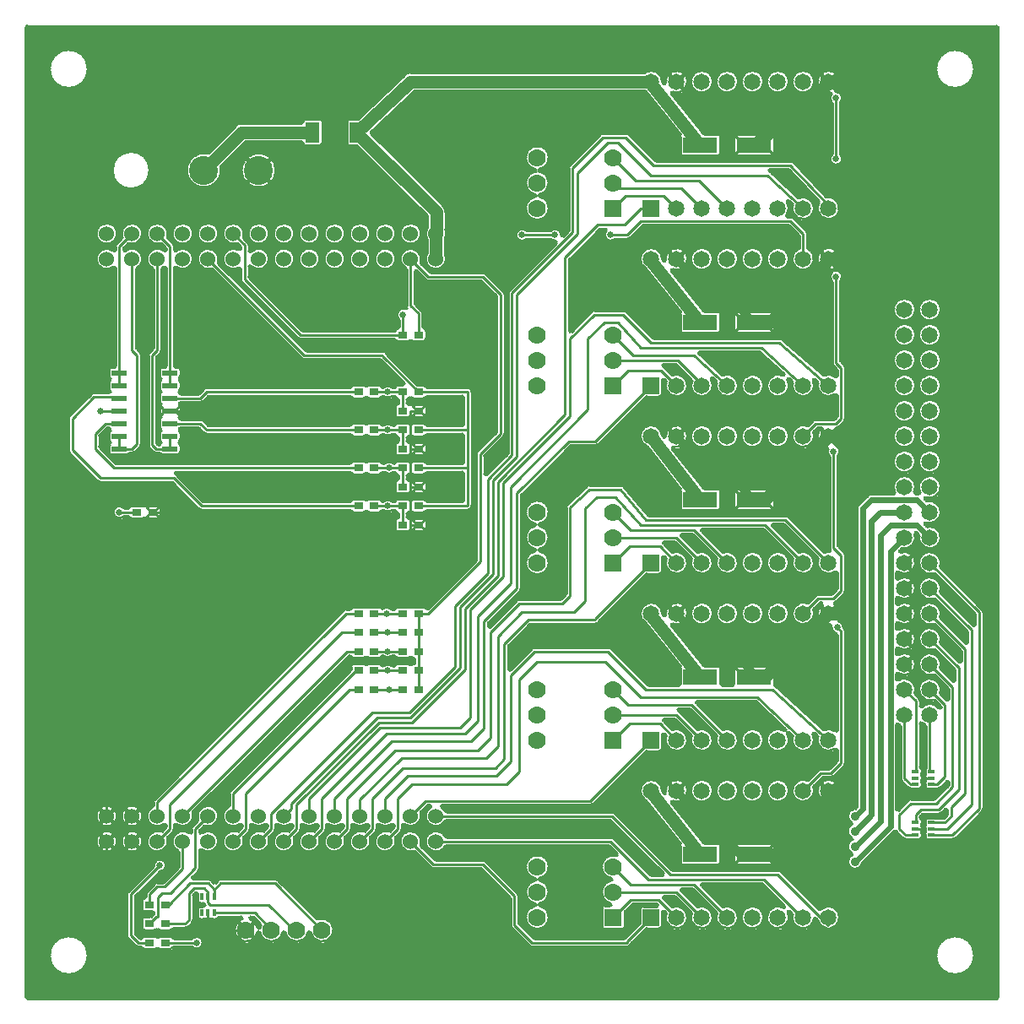
<source format=gtl>
*
*
G04 PADS 9.5 Build Number: 522968 generated Gerber (RS-274-X) file*
G04 PC Version=2.1*
*
%IN "Arm Board r1.pcb"*%
*
%MOIN*%
*
%FSLAX35Y35*%
*
*
*
*
G04 PC Standard Apertures*
*
*
G04 Thermal Relief Aperture macro.*
%AMTER*
1,1,$1,0,0*
1,0,$1-$2,0,0*
21,0,$3,$4,0,0,45*
21,0,$3,$4,0,0,135*
%
*
*
G04 Annular Aperture macro.*
%AMANN*
1,1,$1,0,0*
1,0,$2,0,0*
%
*
*
G04 Odd Aperture macro.*
%AMODD*
1,1,$1,0,0*
1,0,$1-0.005,0,0*
%
*
*
G04 PC Custom Aperture Macros*
*
*
*
*
*
*
G04 PC Aperture Table*
*
%ADD010C,0.001*%
%ADD012C,0.07*%
%ADD013C,0.11417*%
%ADD016C,0.06*%
%ADD017C,0.065*%
%ADD018C,0.01*%
%ADD021C,0.036*%
%ADD022C,0.015*%
%ADD023R,0.038X0.03*%
%ADD027R,0.02756X0.01181*%
%ADD028R,0.01181X0.02756*%
%ADD034R,0.07X0.07*%
%ADD035R,0.05512X0.08268*%
%ADD036R,0.1378X0.06299*%
%ADD037R,0.06X0.023*%
%ADD038R,0.065X0.065*%
%ADD039C,0.022*%
%ADD040C,0.05*%
%ADD041C,0.03*%
%ADD042C,0.026*%
*
*
*
*
G04 PC Circuitry*
G04 Layer Name Arm Board r1.pcb - circuitry*
%LPD*%
*
*
G04 PC Custom Flashes*
G04 Layer Name Arm Board r1.pcb - flashes*
%LPD*%
*
*
G04 PC Circuitry*
G04 Layer Name Arm Board r1.pcb - circuitry*
%LPD*%
*
G54D10*
G54D12*
G01X335000Y425000D03*
Y435000D03*
X305000D03*
Y425000D03*
Y415000D03*
X335000Y355000D03*
Y365000D03*
X305000D03*
Y355000D03*
Y345000D03*
X335000Y285000D03*
Y295000D03*
X305000D03*
Y285000D03*
Y275000D03*
X335000Y215000D03*
Y225000D03*
X305000D03*
Y215000D03*
Y205000D03*
X335000Y145000D03*
Y155000D03*
X305000D03*
Y145000D03*
Y135000D03*
X220000Y130000D03*
X210000D03*
X200000D03*
X190000D03*
G54D13*
X195000Y430000D03*
X173346D03*
G54D16*
X135000Y395000D03*
Y405000D03*
X145000Y395000D03*
Y405000D03*
X155000Y395000D03*
Y405000D03*
X165000Y395000D03*
Y405000D03*
X175000Y395000D03*
Y405000D03*
X185000Y395000D03*
Y405000D03*
X195000Y395000D03*
Y405000D03*
X205000Y395000D03*
Y405000D03*
X215000Y395000D03*
Y405000D03*
X225000Y395000D03*
Y405000D03*
X235000Y395000D03*
Y405000D03*
X245000Y395000D03*
Y405000D03*
X255000Y395000D03*
Y405000D03*
X265000Y395000D03*
Y405000D03*
X135000Y165000D03*
Y175000D03*
X145000Y165000D03*
Y175000D03*
X155000Y165000D03*
Y175000D03*
X165000Y165000D03*
Y175000D03*
X175000Y165000D03*
Y175000D03*
X185000Y165000D03*
Y175000D03*
X195000Y165000D03*
Y175000D03*
X205000Y165000D03*
Y175000D03*
X215000Y165000D03*
Y175000D03*
X225000Y165000D03*
Y175000D03*
X235000Y165000D03*
Y175000D03*
X245000Y165000D03*
Y175000D03*
X255000Y165000D03*
Y175000D03*
X265000Y165000D03*
Y175000D03*
G54D17*
X450000Y375000D03*
X460000D03*
X450000Y365000D03*
X460000D03*
X450000Y355000D03*
X460000D03*
X450000Y345000D03*
X460000D03*
X450000Y335000D03*
X460000D03*
X450000Y325000D03*
X460000D03*
X450000Y315000D03*
X460000D03*
X450000Y305000D03*
X460000D03*
X450000Y295000D03*
X460000D03*
X450000Y285000D03*
X460000D03*
X450000Y275000D03*
X460000D03*
X450000Y265000D03*
X460000D03*
X450000Y255000D03*
X460000D03*
X450000Y245000D03*
X460000D03*
X450000Y235000D03*
X460000D03*
X450000Y225000D03*
X460000D03*
X450000Y215000D03*
X460000D03*
X360000Y415000D03*
X370000D03*
X380000D03*
X390000D03*
X400000D03*
X410000D03*
X420000D03*
Y465000D03*
X410000D03*
X400000D03*
X390000D03*
X380000D03*
X370000D03*
X360000D03*
X350000D03*
X360000Y345000D03*
X370000D03*
X380000D03*
X390000D03*
X400000D03*
X410000D03*
X420000D03*
Y395000D03*
X410000D03*
X400000D03*
X390000D03*
X380000D03*
X370000D03*
X360000D03*
X350000D03*
X360000Y275000D03*
X370000D03*
X380000D03*
X390000D03*
X400000D03*
X410000D03*
X420000D03*
Y325000D03*
X410000D03*
X400000D03*
X390000D03*
X380000D03*
X370000D03*
X360000D03*
X350000D03*
X360000Y205000D03*
X370000D03*
X380000D03*
X390000D03*
X400000D03*
X410000D03*
X420000D03*
Y255000D03*
X410000D03*
X400000D03*
X390000D03*
X380000D03*
X370000D03*
X360000D03*
X350000D03*
X360000Y135000D03*
X370000D03*
X380000D03*
X390000D03*
X400000D03*
X410000D03*
X420000D03*
Y185000D03*
X410000D03*
X400000D03*
X390000D03*
X380000D03*
X370000D03*
X360000D03*
X350000D03*
G54D18*
X144600Y127800D02*
X147400Y125000D01*
X151900*
X144600Y127800D02*
Y144100D01*
X156000Y155500*
X134900Y133100D02*
X149500Y118500D01*
X179000*
Y119000*
X190000Y130000*
X134900Y133100D02*
Y164900D01*
X135000Y165000*
X158100Y125000D02*
X170500D01*
X158100Y132500D02*
X166000D01*
X167500Y134000*
Y144500*
X169500Y146500*
X173500*
X175000Y145000*
Y143150*
X151900Y132500D02*
X154700Y135300D01*
X155100*
Y142900*
X156900Y144700*
X160300*
X170000Y154400*
Y170000*
X175000Y175000*
Y136850D02*
Y133500D01*
X178500Y130000*
X190000*
X177559Y136850D02*
X193500D01*
X200350Y130000*
X200000D02*
X200350D01*
X335000Y135000D02*
X342000Y142000D01*
X353000*
X360000Y135000*
X158100Y140000D02*
X159500D01*
X168000Y148500*
X175059*
X177559Y146000*
X151900Y140000D02*
X152000Y140100D01*
Y144100*
X155000Y147100*
X158000*
X165000Y154100*
Y165000*
X175000Y143150D02*
Y141000D01*
X176000Y140000*
X199000*
X209500Y129500*
X210000Y130000*
X177559Y143150D02*
Y146000D01*
X180000Y148441*
X201559*
X220000Y130000*
X335000Y155000D02*
X342000Y148000D01*
X367000*
X380000Y135000*
X335000Y145000D02*
X360000D01*
X370000Y135000*
X165000Y175000D02*
X230000Y240000D01*
X234400*
X155000Y175000D02*
Y180500D01*
X229500Y255000*
X234400*
X155000Y165000D02*
X160000Y170000D01*
Y179500*
X185000Y175000D02*
Y184000D01*
X233500Y232500*
X234400*
X185000Y165000D02*
X190000Y170000D01*
Y184000*
X231000Y225000*
X234400*
X205000Y175000D02*
X208000Y178000D01*
Y180000*
X242000Y214000*
X255000*
X274500Y233500*
Y257500*
X287500Y270500*
Y307500*
X297000Y317000*
Y381000*
X321000Y405000*
Y429000*
X333000Y441000*
X337000*
X350000Y428000*
X396000*
X410000Y415000*
X205000Y165000D02*
X210000Y170000D01*
Y179500*
X242500Y212000*
X255500*
X276500Y233000*
Y257000*
X289500Y270000*
Y307000*
X316000Y333500*
Y395500*
X329000Y408500*
X339500*
X346000Y415000*
X350000*
X195000Y165000D02*
X200000Y170000D01*
Y176000*
X240000Y216000*
X254500*
X272500Y234000*
Y258000*
X285500Y271000*
Y308000*
X295000Y317500*
Y381500*
X319000Y405500*
Y431000*
X331000Y443000*
X340000*
X351000Y432000*
X405000*
X420500Y415500*
Y415000*
X225000Y175000D02*
Y182000D01*
X247500Y204500*
X279000*
X284000Y209500*
Y252000*
X297000Y265000*
Y302500*
X317500Y323000*
X328000*
X350000Y345000*
X225000Y165000D02*
X230000Y170000D01*
Y182000*
X249000Y201000*
X281500*
X286500Y206000*
Y247500*
X298000Y259000*
X315000*
X318000Y262000*
Y297000*
X325500Y304000*
X338000*
X348000Y292000*
X376000*
X403000*
X420000Y275000*
X215000Y175000D02*
Y182000D01*
X243000Y210000*
X274500*
X278500Y214000*
Y256500*
X291500Y269500*
Y306500*
X318000Y333000*
Y363500*
X327500Y373000*
X339000*
X350000Y362000*
X400500*
X420000Y345000*
X215000Y165000D02*
X220000Y170000D01*
Y182000*
X245500Y207500*
X276500*
X281500Y212500*
Y254000*
X294500Y267000*
Y305000*
X325000Y335500*
Y363500*
X331500Y370000*
X337000*
X346000Y360000*
X393500*
X410000Y345000*
X245000Y175000D02*
Y182000D01*
X254000Y191000*
X289000*
X294500Y196500*
Y230500*
X304000Y240000*
X333000*
X348000Y225000*
X398000*
X420000Y205000*
X245000Y165000D02*
X250000Y170000D01*
Y182000*
X255500Y187500*
X293000*
X298000Y192500*
Y229000*
X305000Y236000*
X332000*
X346000Y222000*
X392000*
X410000Y205000*
X235000Y175000D02*
Y181500D01*
X251500Y198000*
X285000*
X289500Y202500*
Y246000*
X299000Y255500*
X319500*
X324000Y260000*
Y296500*
X328500Y301000*
X336000*
X346000Y290000*
X371000*
X395000*
X410000Y275000*
X235000Y165000D02*
X240000Y170000D01*
Y182000*
X252000Y194000*
X288500*
X292000Y197500*
Y243000*
X301500Y252500*
X328000*
Y253000*
X350000Y275000*
X265000Y175000D02*
X334500D01*
X357500Y152000*
X400000*
X420000Y132000*
Y135000*
X265000Y165000D02*
X334000D01*
X349000Y150000*
X394500*
X410000Y134500*
Y135000*
X255000Y175000D02*
X261000Y181000D01*
X326000*
X350000Y205000*
X255000Y165000D02*
X264000Y156000D01*
X283500*
X296000Y143500*
Y132000*
X303000Y125000*
X340500*
Y125500*
X350000Y135000*
X448000Y175500D02*
X452500Y180000D01*
X462500*
X469000Y186500*
Y226000*
X448000Y175500D02*
Y170000D01*
X450500Y167500*
X454350*
Y167441*
Y172559D02*
X454500Y172709D01*
Y175500*
X456500Y177500*
X463500*
X471500Y185500*
Y233500*
X454350Y170000D02*
X457500D01*
Y162500*
X460650Y172559D02*
Y172500D01*
X466000*
X468500Y175000*
Y178500*
X474000Y184000*
Y241000*
X460650Y170000D02*
X467000D01*
X476500Y179500*
Y248500*
X460650Y167441D02*
X460709Y167500D01*
X469000*
X479500Y178000*
Y255500*
X160000Y179500D02*
X228000Y247500D01*
X234400*
X410000Y185000D02*
X417000Y192000D01*
X421000*
X425000Y196000*
Y248000*
X457500Y183000D02*
Y190000D01*
X460650*
Y187441D02*
X463000D01*
X466000Y190441*
Y219000*
X454350Y192559D02*
X454500Y192709D01*
Y203500*
X335000Y215000D02*
X360000D01*
X370000Y205000*
X335000D02*
X341500Y211500D01*
X353500*
X360000Y205000*
X450000Y215000D02*
Y190000D01*
X452500Y187500*
X454350*
Y187441*
X460000Y215000D02*
Y192559D01*
X460650*
X246500Y225000D02*
X251900D01*
X246000Y232500D02*
X251900D01*
X240600Y225000D02*
X246500D01*
X240600Y232500D02*
X246000D01*
X258100Y225000D02*
Y232500D01*
Y240000*
X335000Y225000D02*
X341000Y219000D01*
X366000*
X380000Y205000*
X450000Y225000D02*
X454500Y220500D01*
Y203500*
X460000Y225000D02*
X466000Y219000D01*
X460000Y235000D02*
X469000Y226000D01*
X245500Y255000D02*
X251900D01*
X246000Y247500D02*
X251900D01*
Y240000D02*
X246000D01*
X240600*
Y247500D02*
X246000D01*
X240600Y255000D02*
X245500D01*
X258100Y240000D02*
Y247500D01*
Y255000*
X262000*
X282500Y275500*
Y318000*
X290500Y326000*
Y381000*
X410000Y255000D02*
X416000Y261000D01*
X422000*
X425000Y264000*
Y278000*
X423500Y249500D02*
X425000Y248000D01*
X460000Y245000D02*
X471500Y233500D01*
X460000Y255000D02*
X474000Y241000D01*
X335000Y275000D02*
X341500Y281500D01*
X353500*
X360000Y275000*
X460000Y265000D02*
X476500Y248500D01*
X460000Y275000D02*
X479500Y255500D01*
X116000Y295000D02*
X135000Y276000D01*
Y175000*
X116000Y295000D02*
Y403000D01*
X131000Y418000*
X183500*
Y418500*
X195000Y430000*
X140000Y295000D02*
X146900D01*
X153100D02*
X160000D01*
Y269000*
X165500Y263500*
X248000*
X255000Y270500*
Y290000*
X251900Y297500D02*
X246000D01*
X240600*
X255000Y305000D02*
Y290000D01*
X258100*
Y297500D02*
X277500D01*
Y312500*
X251900Y297500D02*
Y290000D01*
X335000Y295000D02*
X342000Y288000D01*
X367000*
X380000Y275000*
X335000Y285000D02*
X360000D01*
X370000Y275000*
X251900Y312500D02*
X246500D01*
X240600*
X255000Y320000D02*
Y305000D01*
X258100*
Y312500D02*
X277500D01*
X251900Y305000D02*
Y312500D01*
X277500D02*
Y327500D01*
X121500Y319500D02*
X132500Y308500D01*
X161500*
X172500Y297500*
X234400*
X121500Y319500D02*
Y332000D01*
X130000Y340500*
X139500*
X140000Y340000*
X130500Y320000D02*
X138000Y312500D01*
X234400*
X130500Y320000D02*
Y326000D01*
X134500Y330000*
X140000*
X132500Y335000D02*
X140000D01*
Y320000D02*
X145000D01*
X147000Y322000*
Y327000*
X140000Y325000D02*
Y320000D01*
X153000Y327500D02*
Y321500D01*
X154500Y320000*
X160000*
X153000Y327500D02*
Y357000D01*
X155000Y359000*
Y395000*
X160000Y335000D02*
X167500D01*
X160000Y330000D02*
X172000D01*
X174500Y327500*
X234400*
X160000Y325000D02*
Y320000D01*
X251900Y327500D02*
X246000D01*
X240600*
X255000Y320000D02*
Y335000D01*
X258100*
X255000Y320000D02*
X258100D01*
Y327500D02*
X277500D01*
X251900Y320000D02*
Y327500D01*
X410000Y325000D02*
X415000Y330000D01*
X423000*
X425000Y332000*
Y352000*
X422000Y319000D02*
Y281000D01*
X425000Y278000*
X140000Y345000D02*
Y349500D01*
Y350000*
Y400000*
X145000Y405000*
X160000Y350000D02*
Y345000D01*
Y340000D02*
X172000D01*
X174500Y342500*
X234400*
X251900D02*
X246000D01*
X240600*
X258100D02*
X277500D01*
Y327500*
X251900Y342500D02*
Y335000D01*
X335000Y355000D02*
X360500D01*
X369500Y346000*
X335000Y345000D02*
X341000Y351000D01*
X354000*
X360000Y345000*
X369500Y346000D02*
X368500Y345000D01*
X370000*
X255000Y395000D02*
Y376500D01*
X258100Y373400*
Y365000*
X251900D02*
X252000Y365100D01*
Y373000*
X335000Y365000D02*
X343000Y357000D01*
X367000*
X380000Y345000*
X145000Y395000D02*
Y359000D01*
X147000Y357000*
Y327000*
X175000Y395000D02*
X213000Y357000D01*
X244000*
Y356600*
X258100Y342500*
X255000Y395000D02*
X262000Y388000D01*
X283500*
X290500Y381000*
X423000Y388000D02*
Y354000D01*
X425000Y352000*
X155000Y405000D02*
X160000Y400000D01*
Y350000*
X185000Y405000D02*
X189500Y400500D01*
Y387000*
X211500Y365000*
X251900*
X299000Y404500D02*
X312000D01*
X334000D02*
X340500D01*
X346000Y410000*
X405000*
X410000Y405000*
Y395000*
X335000Y415000D02*
X340000Y420000D01*
X355000*
X360000Y415000*
X420500D02*
Y414500D01*
X420000Y415000*
X335000Y435000D02*
X344000Y426000D01*
X369000*
X380000Y415000*
X335000Y425000D02*
X337000Y423000D01*
X362000*
X370000Y415000*
X423000Y434500D02*
Y458500D01*
X477600Y120000D02*
G75*
G03X477600I-7600J0D01*
G01X464350Y315000D02*
G03X464350I-4350J0D01*
G01Y325000D02*
G03X464350I-4350J0D01*
G01Y335000D02*
G03X464350I-4350J0D01*
G01Y345000D02*
G03X464350I-4350J0D01*
G01Y355000D02*
G03X464350I-4350J0D01*
G01Y365000D02*
G03X464350I-4350J0D01*
G01Y375000D02*
G03X464350I-4350J0D01*
G01X477600Y470000D02*
G03X477600I-7600J0D01*
G01X454350Y315000D02*
G03X454350I-4350J0D01*
G01Y325000D02*
G03X454350I-4350J0D01*
G01Y335000D02*
G03X454350I-4350J0D01*
G01Y345000D02*
G03X454350I-4350J0D01*
G01Y355000D02*
G03X454350I-4350J0D01*
G01Y365000D02*
G03X454350I-4350J0D01*
G01Y375000D02*
G03X454350I-4350J0D01*
G01X424350Y185000D02*
G03X424350I-4350J0D01*
G01X404350D02*
G03X404350I-4350J0D01*
G01X394350D02*
G03X394350I-4350J0D01*
G01Y205000D02*
G03X394350I-4350J0D01*
G01X384350Y185000D02*
G03X384350I-4350J0D01*
G01X374350D02*
G03X374350I-4350J0D01*
G01X404350Y395000D02*
G03X404350I-4350J0D01*
G01X394350D02*
G03X394350I-4350J0D01*
G01X384350D02*
G03X384350I-4350J0D01*
G01X374350D02*
G03X374350I-4350J0D01*
G01X414350Y465000D02*
G03X414350I-4350J0D01*
G01X404350D02*
G03X404350I-4350J0D01*
G01X394350D02*
G03X394350I-4350J0D01*
G01X384350D02*
G03X384350I-4350J0D01*
G01X374350D02*
G03X374350I-4350J0D01*
G01X229100Y395000D02*
G03X229100I-4100J0D01*
G01Y405000D02*
G03X229100I-4100J0D01*
G01X219100Y395000D02*
G03X219100I-4100J0D01*
G01Y405000D02*
G03X219100I-4100J0D01*
G01X139100D02*
G03X139100I-4100J0D01*
G01X151962Y430000D02*
G03X151962I-7356J0D01*
G01X127600Y470000D02*
G03X127600I-7600J0D01*
G01X209100Y395000D02*
G03X209100I-4100J0D01*
G01Y405000D02*
G03X209100I-4100J0D01*
G01X199100D02*
G03X199100I-4100J0D01*
G01X201809Y430000D02*
G03X201809I-6809J0D01*
G01X179100Y405000D02*
G03X179100I-4100J0D01*
G01X169100D02*
G03X169100I-4100J0D01*
G01X149100Y165000D02*
G03X149100I-4100J0D01*
G01Y175000D02*
G03X149100I-4100J0D01*
G01X139100Y165000D02*
G03X139100I-4100J0D01*
G01Y175000D02*
G03X139100I-4100J0D01*
G01X127600Y120000D02*
G03X127600I-7600J0D01*
G01X259100Y405000D02*
G03X259100I-4100J0D01*
G01X249100Y395000D02*
G03X249100I-4100J0D01*
G01Y405000D02*
G03X249100I-4100J0D01*
G01X239100Y395000D02*
G03X239100I-4100J0D01*
G01Y405000D02*
G03X239100I-4100J0D01*
G01X394350Y135000D02*
G03X394350I-4350J0D01*
G01X404350Y325000D02*
G03X404350I-4350J0D01*
G01X394350D02*
G03X394350I-4350J0D01*
G01Y345000D02*
G03X394350I-4350J0D01*
G01X384350Y325000D02*
G03X384350I-4350J0D01*
G01X374350D02*
G03X374350I-4350J0D01*
G01X404350Y255000D02*
G03X404350I-4350J0D01*
G01Y275000D02*
G03X404350I-4350J0D01*
G01X394350Y255000D02*
G03X394350I-4350J0D01*
G01Y275000D02*
G03X394350I-4350J0D01*
G01X384350Y255000D02*
G03X384350I-4350J0D01*
G01X374350D02*
G03X374350I-4350J0D01*
G01X487000Y103500D02*
Y486500D01*
G03X486500Y487000I-500J-0*
G01X103500*
G03X103000Y486500I0J-500*
G01Y103500*
G03X103500Y103000I500J0*
G01X486500*
G03X487000Y103500I-0J500*
G01X467400Y187370D02*
Y188371D01*
G03X466546Y188725I-500J0*
G01X464131Y186310*
X463000Y185841D02*
G03X464131Y186310I0J1600D01*
G01X463000Y185841D02*
X462558D01*
G03X462392Y185813I0J-500*
G01X462028Y185750D02*
G03X462392Y185813I-0J1100D01*
G01X462028Y185750D02*
X459272D01*
X458172Y186850D02*
G03X459272Y185750I1100J0D01*
G01X458172Y186850D02*
Y188031D01*
X458279Y188505D02*
G03X458172Y188031I993J-474D01*
G01X458279Y188505D02*
G03Y188936I-451J215D01*
G01X458172Y189409D02*
G03X458279Y188936I1100J0D01*
G01X458172Y189409D02*
Y190591D01*
X458279Y191064D02*
G03X458172Y190591I993J-473D01*
G01X458279Y191064D02*
G03Y191495I-451J216D01*
G01X458172Y191969D02*
G03X458279Y191495I1100J-0D01*
G01X458172Y191969D02*
Y193150D01*
X458329Y193716D02*
G03X458172Y193150I943J-566D01*
G01X458329Y193716D02*
G03X458400Y193973I-429J257D01*
G01Y210628*
G03X458116Y211079I-500J0*
G01X456951Y211898D02*
G03X458116Y211079I3049J3102D01*
G01X456951Y211898D02*
G03X456100Y211541I-351J-357D01*
G01Y203500*
Y194491*
G03X456328Y194072I500J0*
G01X456828Y193150D02*
G03X456328Y194072I-1100J-0D01*
G01X456828Y193150D02*
Y191969D01*
X456721Y191495D02*
G03X456828Y191969I-993J474D01*
G01X456721Y191495D02*
G03Y191064I451J-215D01*
G01X456828Y190591D02*
G03X456721Y191064I-1100J-0D01*
G01X456828Y190591D02*
Y189409D01*
X456721Y188936D02*
G03X456828Y189409I-993J473D01*
G01X456721Y188936D02*
G03Y188505I451J-216D01*
G01X456828Y188031D02*
G03X456721Y188505I-1100J0D01*
G01X456828Y188031D02*
Y186850D01*
X455728Y185750D02*
G03X456828Y186850I0J1100D01*
G01X455728Y185750D02*
X452972D01*
X452490Y185862D02*
G03X452972Y185750I482J988D01*
G01X452490Y185862D02*
G03X452325Y185910I-219J-449D01*
G01X451369Y186369D02*
G03X452325Y185910I1131J1131D01*
G01X451369Y186369D02*
X448869Y188869D01*
X448400Y190000D02*
G03X448869Y188869I1600J0D01*
G01X448400Y190000D02*
Y210628D01*
G03X448116Y211079I-500J0*
G01X447489Y211448D02*
G03X448116Y211079I2511J3552D01*
G01X447489Y211448D02*
G03X446700Y211040I-289J-408D01*
G01Y177670*
G03X447554Y177316I500J-0*
G01X451369Y181131*
X452500Y181600D02*
G03X451369Y181131I0J-1600D01*
G01X452500Y181600D02*
X461630D01*
G03X461984Y181746I0J500*
G01X467254Y187016*
G03X467400Y187370I-354J354*
G01X423400Y332870D02*
Y341112D01*
G03X422601Y341513I-500J0*
G01X415807Y346157D02*
G03X422601Y341513I4193J-1157D01*
G01X415807Y346157D02*
G03X415653Y346667I-482J133D01*
G01X414683Y347513*
G03X413906Y346916I-329J-377*
G01X405832Y346244D02*
G03X413906Y346916I4168J-1244D01*
G01X405832Y346244D02*
G03X405689Y346757I-479J143D01*
G01X404525Y347815*
G03X403757Y347193I-336J-370*
G01X401826Y348948D02*
G03X403757Y347193I-1826J-3948D01*
G01X401826Y348948D02*
G03X402372Y349772I210J454D01*
G01X393024Y358270*
G03X392688Y358400I-336J-370*
G01X369121*
G03X368782Y357533I0J-500*
G01X377873Y349141*
G03X378396Y349044I339J367*
G01X375841Y346276D02*
G03X378396Y349044I4159J-1276D01*
G01X375841Y346276D02*
G03X375702Y346790I-478J146D01*
G01X374443Y347952*
G03X373681Y347318I-339J-368*
G01X366023Y346762D02*
G03X373681Y347318I3977J-1762D01*
G01X366023Y346762D02*
G03X365919Y347318I-457J202D01*
G01X359984Y353254*
G03X359630Y353400I-354J-354*
G01X354895*
G03X354682Y352448I-0J-500*
G01X355131Y352131D02*
G03X354682Y352448I-1131J-1131D01*
G01X355131Y352131D02*
X358040Y349223D01*
G03X358559Y349104I354J353*
G01X355896Y346441D02*
G03X358559Y349104I4104J-1441D01*
G01X355896Y346441D02*
G03X355777Y346960I-472J165D01*
G01X355204Y347534*
G03X354350Y347180I-354J-354*
G01Y341750*
X353250Y340650D02*
G03X354350Y341750I0J1100D01*
G01X353250Y340650D02*
X348120D01*
G03X347766Y340504I-0J-500*
G01X329131Y321869*
X328000Y321400D02*
G03X329131Y321869I0J1600D01*
G01X328000Y321400D02*
X318370D01*
G03X318016Y321254I-0J-500*
G01X298746Y301984*
G03X298600Y301630I354J-354*
G01Y265000*
X298131Y263869D02*
G03X298600Y265000I-1131J1131D01*
G01X298131Y263869D02*
X285746Y251484D01*
G03X285600Y251130I354J-354*
G01Y250070*
G03X286454Y249716I500J-0*
G01X296869Y260131*
X298000Y260600D02*
G03X296869Y260131I0J-1600D01*
G01X298000Y260600D02*
X314130D01*
G03X314484Y260746I0J500*
G01X316254Y262516*
G03X316400Y262870I-354J354*
G01Y297000*
X316908Y298170D02*
G03X316400Y297000I1092J-1170D01*
G01X316908Y298170D02*
X324408Y305170D01*
X325500Y305600D02*
G03X324408Y305170I0J-1600D01*
G01X325500Y305600D02*
X338000D01*
X339229Y305024D02*
G03X338000Y305600I-1229J-1024D01*
G01X339229Y305024D02*
X348599Y293780D01*
G03X348984Y293600I385J320*
G01X376000*
X403000*
X404131Y293131D02*
G03X403000Y293600I-1131J-1131D01*
G01X404131Y293131D02*
X418040Y279223D01*
G03X418559Y279104I354J353*
G01X420222Y279344D02*
G03X418559Y279104I-222J-4344D01*
G01X420222Y279344D02*
G03X420664Y280119I25J500D01*
G01X420400Y281000D02*
G03X420664Y280119I1600J0D01*
G01X420400Y281000D02*
Y317000D01*
G03X420262Y317345I-500J-0*
G01X419812Y319987D02*
G03X420262Y317345I2188J-987D01*
G01X419812Y319987D02*
G03X419423Y320688I-455J206D01*
G01X416513Y327601D02*
G03X419423Y320688I3487J-2601D01*
G01X416513Y327601D02*
G03X416112Y328400I-401J299D01*
G01X415870*
G03X415516Y328254I-0J-500*
G01X414223Y326960*
G03X414104Y326441I353J-354*
G01X411441Y329104D02*
G03X414104Y326441I-1441J-4104D01*
G01X411441Y329104D02*
G03X411960Y329223I165J472D01*
G01X413869Y331131*
X415000Y331600D02*
G03X413869Y331131I0J-1600D01*
G01X415000Y331600D02*
X422130D01*
G03X422484Y331746I0J500*
G01X423254Y332516*
G03X423400Y332870I-354J354*
G01Y264870D02*
Y271112D01*
G03X422601Y271513I-500J0*
G01X415896Y276441D02*
G03X422601Y271513I4104J-1441D01*
G01X415896Y276441D02*
G03X415777Y276960I-472J165D01*
G01X402484Y290254*
G03X402130Y290400I-354J-354*
G01X398070*
G03X397716Y289546I-0J-500*
G01X408040Y279223*
G03X408559Y279104I354J353*
G01X405896Y276441D02*
G03X408559Y279104I4104J-1441D01*
G01X405896Y276441D02*
G03X405777Y276960I-472J165D01*
G01X394484Y288254*
G03X394130Y288400I-354J-354*
G01X371000*
X370070*
G03X369716Y287546I-0J-500*
G01X378040Y279223*
G03X378559Y279104I354J353*
G01X375896Y276441D02*
G03X378559Y279104I4104J-1441D01*
G01X375896Y276441D02*
G03X375777Y276960I-472J165D01*
G01X366484Y286254*
G03X366130Y286400I-354J-354*
G01X362070*
G03X361716Y285546I-0J-500*
G01X368040Y279223*
G03X368559Y279104I354J353*
G01X365896Y276441D02*
G03X368559Y279104I4104J-1441D01*
G01X365896Y276441D02*
G03X365777Y276960I-472J165D01*
G01X359484Y283254*
G03X359130Y283400I-354J-354*
G01X355070*
G03X354716Y282546I-0J-500*
G01X358040Y279223*
G03X358559Y279104I354J353*
G01X355896Y276441D02*
G03X358559Y279104I4104J-1441D01*
G01X355896Y276441D02*
G03X355777Y276960I-472J165D01*
G01X355204Y277534*
G03X354350Y277180I-354J-354*
G01Y271750*
X353250Y270650D02*
G03X354350Y271750I0J1100D01*
G01X353250Y270650D02*
X348120D01*
G03X347766Y270504I-0J-500*
G01X329706Y252443*
G03X329569Y252187I354J-353*
G01X328000Y250900D02*
G03X329569Y252187I0J1600D01*
G01X328000Y250900D02*
X302370D01*
G03X302016Y250754I-0J-500*
G01X293746Y242484*
G03X293600Y242130I354J-354*
G01Y233070*
G03X294454Y232716I500J-0*
G01X302869Y241131*
X304000Y241600D02*
G03X302869Y241131I0J-1600D01*
G01X304000Y241600D02*
X333000D01*
X334131Y241131D02*
G03X333000Y241600I-1131J-1131D01*
G01X334131Y241131D02*
X348516Y226746D01*
G03X348870Y226600I354J354*
G01X360880*
G03X361380Y227100I0J500*
G01Y233150*
X361499Y233648D02*
G03X361380Y233150I981J-498D01*
G01X361499Y233648D02*
G03X361445Y234185I-445J226D01*
G01X348013Y251084*
G03X347867Y251209I-392J-311*
G01X354348Y254874D02*
G03X347867Y251209I-4348J126D01*
G01X354348Y254874D02*
G03X354457Y254549I500J-14D01*
G01X354791Y254128*
G03X355679Y254497I392J311*
G01X358535Y250904D02*
G03X355679Y254497I1465J4096D01*
G01X358535Y250904D02*
G03X357975Y250122I-169J-471D01*
G01X370441Y234439*
G03X370832Y234250I391J311*
G01X376260*
X377360Y233150D02*
G03X376260Y234250I-1100J-0D01*
G01X377360Y233150D02*
Y227100D01*
G03X377860Y226600I500J0*
G01X382140*
G03X382640Y227100I0J500*
G01Y233150*
X383740Y234250D02*
G03X382640Y233150I0J-1100D01*
G01X383740Y234250D02*
X397520D01*
X398620Y233150D02*
G03X397520Y234250I-1100J-0D01*
G01X398620Y233150D02*
Y226850D01*
X398619Y226800D02*
G03X398620Y226850I-1099J50D01*
G01X398619Y226800D02*
G03X398852Y226354I499J-22D01*
G01X399076Y226184D02*
G03X398852Y226354I-1076J-1184D01*
G01X399076Y226184D02*
X417841Y209125D01*
G03X418366Y209031I337J370*
G01X422601Y208487D02*
G03X418366Y209031I-2601J-3487D01*
G01X422601Y208487D02*
G03X423400Y208888I299J401D01*
G01Y246663*
G03X423003Y247152I-500J-0*
G01X421171Y250078D02*
G03X423003Y247152I2329J-578D01*
G01X421171Y250078D02*
G03X420615Y250694I-486J121D01*
G01X417414Y258498D02*
G03X420615Y250694I2586J-3498D01*
G01X417414Y258498D02*
G03X417117Y259400I-297J402D01*
G01X416870*
G03X416516Y259254I-0J-500*
G01X414223Y256960*
G03X414104Y256441I353J-354*
G01X411441Y259104D02*
G03X414104Y256441I-1441J-4104D01*
G01X411441Y259104D02*
G03X411960Y259223I165J472D01*
G01X414869Y262131*
X416000Y262600D02*
G03X414869Y262131I0J-1600D01*
G01X416000Y262600D02*
X421130D01*
G03X421484Y262746I0J500*
G01X423254Y264516*
G03X423400Y264870I-354J354*
G01X195788Y131849D02*
G03X195684Y132404I-458J201D01*
G01X192984Y135104*
G03X192630Y135250I-354J-354*
G01X191856*
G03X191674Y134285I-0J-500*
G01X194510Y130907D02*
G03X191674Y134285I-4510J-907D01*
G01X194510Y130907D02*
G03X195490I490J98D01*
G01X195788Y131849D02*
G03X195490Y130907I4212J-1849D01*
G01X275900Y299600D02*
Y310400D01*
G03X275400Y310900I-500J-0*
G01X261483*
G03X261020Y310587I0J-500*
G01X260000Y309900D02*
G03X261020Y310587I0J1100D01*
G01X260000Y309900D02*
X256200D01*
X255375Y310272D02*
G03X256200Y309900I825J728D01*
G01X255375Y310272D02*
G03X254625I-375J-330D01*
G01X253938Y309909D02*
G03X254625Y310272I-138J1091D01*
G01X253938Y309909D02*
G03X253500Y309413I62J-496D01*
G01Y308087*
G03X253938Y307591I500J0*
G01X254625Y307228D02*
G03X253938Y307591I-825J-728D01*
G01X254625Y307228D02*
G03X255375I375J330D01*
G01X256200Y307600D02*
G03X255375Y307228I0J-1100D01*
G01X256200Y307600D02*
X260000D01*
X261100Y306500D02*
G03X260000Y307600I-1100J0D01*
G01X261100Y306500D02*
Y303500D01*
X260000Y302400D02*
G03X261100Y303500I0J1100D01*
G01X260000Y302400D02*
X256200D01*
X255375Y302772D02*
G03X256200Y302400I825J728D01*
G01X255375Y302772D02*
G03X254625I-375J-330D01*
G01X253800Y302400D02*
G03X254625Y302772I0J1100D01*
G01X253800Y302400D02*
X250000D01*
X248900Y303500D02*
G03X250000Y302400I1100J0D01*
G01X248900Y303500D02*
Y306500D01*
X249862Y307591D02*
G03X248900Y306500I138J-1091D01*
G01X249862Y307591D02*
G03X250300Y308087I-62J496D01*
G01Y309413*
G03X249862Y309909I-500J-0*
G01X248980Y310587D02*
G03X249862Y309909I1020J413D01*
G01X248980Y310587D02*
G03X248517Y310900I-463J-187D01*
G01X248500*
G03X248155Y310762I0J-500*
G01X244845D02*
G03X248155I1655J1738D01*
G01X244845D02*
G03X244500Y310900I-345J-362D01*
G01X243983*
G03X243520Y310587I0J-500*
G01X242500Y309900D02*
G03X243520Y310587I0J1100D01*
G01X242500Y309900D02*
X238700D01*
X237875Y310272D02*
G03X238700Y309900I825J728D01*
G01X237875Y310272D02*
G03X237125I-375J-330D01*
G01X236300Y309900D02*
G03X237125Y310272I0J1100D01*
G01X236300Y309900D02*
X232500D01*
X231480Y310587D02*
G03X232500Y309900I1020J413D01*
G01X231480Y310587D02*
G03X231017Y310900I-463J-187D01*
G01X162395*
G03X162182Y309948I-0J-500*
G01X162631Y309631D02*
G03X162182Y309948I-1131J-1131D01*
G01X162631Y309631D02*
X173016Y299246D01*
G03X173370Y299100I354J354*
G01X231017*
G03X231480Y299413I-0J500*
G01X232500Y300100D02*
G03X231480Y299413I0J-1100D01*
G01X232500Y300100D02*
X236300D01*
X237125Y299728D02*
G03X236300Y300100I-825J-728D01*
G01X237125Y299728D02*
G03X237875I375J330D01*
G01X238700Y300100D02*
G03X237875Y299728I0J-1100D01*
G01X238700Y300100D02*
X242500D01*
X243520Y299413D02*
G03X242500Y300100I-1020J-413D01*
G01X243520Y299413D02*
G03X243983Y299100I463J187D01*
G01X244000*
G03X244345Y299238I-0J500*
G01X247655D02*
G03X244345I-1655J-1738D01*
G01X247655D02*
G03X248000Y299100I345J362D01*
G01X248517*
G03X248980Y299413I-0J500*
G01X250000Y300100D02*
G03X248980Y299413I0J-1100D01*
G01X250000Y300100D02*
X253800D01*
X254625Y299728D02*
G03X253800Y300100I-825J-728D01*
G01X254625Y299728D02*
G03X255375I375J330D01*
G01X256200Y300100D02*
G03X255375Y299728I0J-1100D01*
G01X256200Y300100D02*
X260000D01*
X261020Y299413D02*
G03X260000Y300100I-1020J-413D01*
G01X261020Y299413D02*
G03X261483Y299100I463J187D01*
G01X275400*
G03X275900Y299600I-0J500*
G01Y329600D02*
Y340400D01*
G03X275400Y340900I-500J-0*
G01X261483*
G03X261020Y340587I0J-500*
G01X260000Y339900D02*
G03X261020Y340587I0J1100D01*
G01X260000Y339900D02*
X256200D01*
X255375Y340272D02*
G03X256200Y339900I825J728D01*
G01X255375Y340272D02*
G03X254625I-375J-330D01*
G01X253938Y339909D02*
G03X254625Y340272I-138J1091D01*
G01X253938Y339909D02*
G03X253500Y339413I62J-496D01*
G01Y338087*
G03X253938Y337591I500J0*
G01X254625Y337228D02*
G03X253938Y337591I-825J-728D01*
G01X254625Y337228D02*
G03X255375I375J330D01*
G01X256200Y337600D02*
G03X255375Y337228I0J-1100D01*
G01X256200Y337600D02*
X260000D01*
X261100Y336500D02*
G03X260000Y337600I-1100J0D01*
G01X261100Y336500D02*
Y333500D01*
X260000Y332400D02*
G03X261100Y333500I0J1100D01*
G01X260000Y332400D02*
X256200D01*
X255375Y332772D02*
G03X256200Y332400I825J728D01*
G01X255375Y332772D02*
G03X254625I-375J-330D01*
G01X253800Y332400D02*
G03X254625Y332772I0J1100D01*
G01X253800Y332400D02*
X250000D01*
X248900Y333500D02*
G03X250000Y332400I1100J0D01*
G01X248900Y333500D02*
Y336500D01*
X249862Y337591D02*
G03X248900Y336500I138J-1091D01*
G01X249862Y337591D02*
G03X250300Y338087I-62J496D01*
G01Y339413*
G03X249862Y339909I-500J-0*
G01X248980Y340587D02*
G03X249862Y339909I1020J413D01*
G01X248980Y340587D02*
G03X248517Y340900I-463J-187D01*
G01X248000*
G03X247655Y340762I0J-500*
G01X244345D02*
G03X247655I1655J1738D01*
G01X244345D02*
G03X244000Y340900I-345J-362D01*
G01X243983*
G03X243520Y340587I0J-500*
G01X242500Y339900D02*
G03X243520Y340587I0J1100D01*
G01X242500Y339900D02*
X238700D01*
X237875Y340272D02*
G03X238700Y339900I825J728D01*
G01X237875Y340272D02*
G03X237125I-375J-330D01*
G01X236300Y339900D02*
G03X237125Y340272I0J1100D01*
G01X236300Y339900D02*
X232500D01*
X231480Y340587D02*
G03X232500Y339900I1020J413D01*
G01X231480Y340587D02*
G03X231017Y340900I-463J-187D01*
G01X175370*
G03X175016Y340754I-0J-500*
G01X173131Y338869*
X172000Y338400D02*
G03X173131Y338869I0J1600D01*
G01X172000Y338400D02*
X164287D01*
G03X163885Y338197I0J-500*
G01X163590Y337922D02*
G03X163885Y338197I-590J928D01*
G01X163590Y337922D02*
G03Y337078I269J-422D01*
G01X164100Y336150D02*
G03X163590Y337078I-1100J0D01*
G01X164100Y336150D02*
Y333850D01*
X163590Y332922D02*
G03X164100Y333850I-590J928D01*
G01X163590Y332922D02*
G03Y332078I269J-422D01*
G01X163885Y331803D02*
G03X163590Y332078I-885J-653D01*
G01X163885Y331803D02*
G03X164287Y331600I402J297D01*
G01X172000*
X173131Y331131D02*
G03X172000Y331600I-1131J-1131D01*
G01X173131Y331131D02*
X175016Y329246D01*
G03X175370Y329100I354J354*
G01X231017*
G03X231480Y329413I-0J500*
G01X232500Y330100D02*
G03X231480Y329413I0J-1100D01*
G01X232500Y330100D02*
X236300D01*
X237125Y329728D02*
G03X236300Y330100I-825J-728D01*
G01X237125Y329728D02*
G03X237875I375J330D01*
G01X238700Y330100D02*
G03X237875Y329728I0J-1100D01*
G01X238700Y330100D02*
X242500D01*
X243520Y329413D02*
G03X242500Y330100I-1020J-413D01*
G01X243520Y329413D02*
G03X243983Y329100I463J187D01*
G01X244000*
G03X244345Y329238I-0J500*
G01X247655D02*
G03X244345I-1655J-1738D01*
G01X247655D02*
G03X248000Y329100I345J362D01*
G01X248517*
G03X248980Y329413I-0J500*
G01X250000Y330100D02*
G03X248980Y329413I0J-1100D01*
G01X250000Y330100D02*
X253800D01*
X254625Y329728D02*
G03X253800Y330100I-825J-728D01*
G01X254625Y329728D02*
G03X255375I375J330D01*
G01X256200Y330100D02*
G03X255375Y329728I0J-1100D01*
G01X256200Y330100D02*
X260000D01*
X261020Y329413D02*
G03X260000Y330100I-1020J-413D01*
G01X261020Y329413D02*
G03X261483Y329100I463J187D01*
G01X275400*
G03X275900Y329600I-0J500*
G01X158400Y352750D02*
Y391429D01*
G03X157585Y391817I-500J0*
G01X156872Y391352D02*
G03X157585Y391817I-1872J3648D01*
G01X156872Y391352D02*
G03X156600Y390907I228J-445D01*
G01Y359000*
X156131Y357869D02*
G03X156600Y359000I-1131J1131D01*
G01X156131Y357869D02*
X154746Y356484D01*
G03X154600Y356130I354J-354*
G01Y327500*
Y322370*
G03X154746Y322016I500J-0*
G01X155016Y321746*
G03X155370Y321600I354J354*
G01X155713*
G03X156115Y321803I-0J500*
G01X156410Y322078D02*
G03X156115Y321803I590J-928D01*
G01X156410Y322078D02*
G03Y322922I-269J422D01*
G01X155900Y323850D02*
G03X156410Y322922I1100J0D01*
G01X155900Y323850D02*
Y326150D01*
X156410Y327078D02*
G03X155900Y326150I590J-928D01*
G01X156410Y327078D02*
G03Y327922I-269J422D01*
G01X155900Y328850D02*
G03X156410Y327922I1100J0D01*
G01X155900Y328850D02*
Y331150D01*
X156410Y332078D02*
G03X155900Y331150I590J-928D01*
G01X156410Y332078D02*
G03Y332922I-269J422D01*
G01X155900Y333850D02*
G03X156410Y332922I1100J0D01*
G01X155900Y333850D02*
Y336150D01*
X156410Y337078D02*
G03X155900Y336150I590J-928D01*
G01X156410Y337078D02*
G03Y337922I-269J422D01*
G01X155900Y338850D02*
G03X156410Y337922I1100J0D01*
G01X155900Y338850D02*
Y341150D01*
X156410Y342078D02*
G03X155900Y341150I590J-928D01*
G01X156410Y342078D02*
G03Y342922I-269J422D01*
G01X155900Y343850D02*
G03X156410Y342922I1100J0D01*
G01X155900Y343850D02*
Y346150D01*
X156410Y347078D02*
G03X155900Y346150I590J-928D01*
G01X156410Y347078D02*
G03Y347922I-269J422D01*
G01X155900Y348850D02*
G03X156410Y347922I1100J0D01*
G01X155900Y348850D02*
Y351150D01*
X157000Y352250D02*
G03X155900Y351150I0J-1100D01*
G01X157000Y352250D02*
X157900D01*
G03X158400Y352750I-0J500*
G01X477600Y120000D02*
G03X477600I-7600J0D01*
G01X481100Y255500D02*
Y178000D01*
X480631Y176869D02*
G03X481100Y178000I-1131J1131D01*
G01X480631Y176869D02*
X470131Y166369D01*
X469000Y165900D02*
G03X470131Y166369I0J1600D01*
G01X469000Y165900D02*
X462703D01*
G03X462492Y165853I0J-500*
G01X462028Y165750D02*
G03X462492Y165853I-0J1100D01*
G01X462028Y165750D02*
X459272D01*
X458172Y166850D02*
G03X459272Y165750I1100J0D01*
G01X458172Y166850D02*
Y168031D01*
X458279Y168505D02*
G03X458172Y168031I993J-474D01*
G01X458279Y168505D02*
G03Y168936I-451J215D01*
G01X458172Y169409D02*
G03X458279Y168936I1100J0D01*
G01X458172Y169409D02*
Y170591D01*
X458279Y171064D02*
G03X458172Y170591I993J-473D01*
G01X458279Y171064D02*
G03Y171495I-451J216D01*
G01X458172Y171969D02*
G03X458279Y171495I1100J-0D01*
G01X458172Y171969D02*
Y173150D01*
X459272Y174250D02*
G03X458172Y173150I-0J-1100D01*
G01X459272Y174250D02*
X462028D01*
X462492Y174147D02*
G03X462028Y174250I-464J-997D01*
G01X462492Y174147D02*
G03X462703Y174100I211J453D01*
G01X465130*
G03X465484Y174246I0J500*
G01X466754Y175516*
G03X466900Y175870I-354J354*
G01Y177430*
G03X466046Y177784I-500J0*
G01X464631Y176369*
X463500Y175900D02*
G03X464631Y176369I0J1600D01*
G01X463500Y175900D02*
X457370D01*
G03X457016Y175754I-0J-500*
G01X456246Y174984*
G03X456100Y174630I354J-354*
G01Y174491*
G03X456328Y174072I500J0*
G01X456828Y173150D02*
G03X456328Y174072I-1100J-0D01*
G01X456828Y173150D02*
Y171969D01*
X456721Y171495D02*
G03X456828Y171969I-993J474D01*
G01X456721Y171495D02*
G03Y171064I451J-215D01*
G01X456828Y170591D02*
G03X456721Y171064I-1100J-0D01*
G01X456828Y170591D02*
Y169409D01*
X456721Y168936D02*
G03X456828Y169409I-993J473D01*
G01X456721Y168936D02*
G03Y168505I451J-216D01*
G01X456828Y168031D02*
G03X456721Y168505I-1100J0D01*
G01X456828Y168031D02*
Y166850D01*
X455728Y165750D02*
G03X456828Y166850I0J1100D01*
G01X455728Y165750D02*
X452972D01*
X452508Y165853D02*
G03X452972Y165750I464J997D01*
G01X452508Y165853D02*
G03X452297Y165900I-211J-453D01*
G01X450500*
X449369Y166369D02*
G03X450500Y165900I1131J1131D01*
G01X449369Y166369D02*
X446869Y168869D01*
X446639Y169158D02*
G03X446869Y168869I1361J842D01*
G01X446639Y169158D02*
G03X445860Y169249I-425J-263D01*
G01X433517Y156906*
G03X433375Y156618I353J-354*
G01X429135Y159559D02*
G03X433375Y156618I1365J-2559D01*
G01X429135Y159559D02*
G03Y160441I-235J441D01*
G01Y165559D02*
G03Y160441I1365J-2559D01*
G01Y165559D02*
G03Y166441I-235J441D01*
G01Y171559D02*
G03Y166441I1365J-2559D01*
G01Y171559D02*
G03Y172441I-235J441D01*
G01X430118Y177875D02*
G03X429135Y172441I382J-2875D01*
G01X430118Y177875D02*
G03X430406Y178017I-66J495D01*
G01X431154Y178765*
G03X431300Y179118I-354J353*
G01Y296500*
X431944Y298056D02*
G03X431300Y296500I1556J-1556D01*
G01X431944Y298056D02*
X435444Y301556D01*
X437000Y302200D02*
G03X435444Y301556I0J-2200D01*
G01X437000Y302200D02*
X445730D01*
G03X446170Y302937I0J500*
G01X453830D02*
G03X446170I-3830J2063D01*
G01X453830D02*
G03X454270Y302200I440J-237D01*
G01X455000*
X455649Y302102D02*
G03X455000Y302200I-649J-2102D01*
G01X455649Y302102D02*
G03X456230Y302829I148J478D01*
G01X458561Y300895D02*
G03X456230Y302829I1439J4105D01*
G01X458561Y300895D02*
G03X458042Y300070I-166J-472D01*
G01X458707Y299405*
G03X459157Y299268I353J353*
G01X458561Y290895D02*
G03X459157Y299268I1439J4105D01*
G01X458561Y290895D02*
G03X458042Y290070I-166J-472D01*
G01X458707Y289405*
G03X459157Y289268I353J353*
G01X455732Y285843D02*
G03X459157Y289268I4268J-843D01*
G01X455732Y285843D02*
G03X455595Y286293I-490J97D01*
G01X454930Y286958*
G03X454105Y286439I-353J-353*
G01X449157Y280732D02*
G03X454105Y286439I843J4268D01*
G01X449157Y280732D02*
G03X448707Y280595I-97J-490D01*
G01X448042Y279930*
G03X448561Y279105I353J-353*
G01X447489Y271448D02*
G03X448561Y279105I2511J3552D01*
G01X447489Y271448D02*
G03X446700Y271040I-289J-408D01*
G01Y268960*
G03X447489Y268552I500J0*
G01Y261448D02*
G03Y268552I2511J3552D01*
G01Y261448D02*
G03X446700Y261040I-289J-408D01*
G01Y258960*
G03X447489Y258552I500J0*
G01Y251448D02*
G03Y258552I2511J3552D01*
G01Y251448D02*
G03X446700Y251040I-289J-408D01*
G01Y248960*
G03X447489Y248552I500J0*
G01Y241448D02*
G03Y248552I2511J3552D01*
G01Y241448D02*
G03X446700Y241040I-289J-408D01*
G01Y238960*
G03X447489Y238552I500J0*
G01Y231448D02*
G03Y238552I2511J3552D01*
G01Y231448D02*
G03X446700Y231040I-289J-408D01*
G01Y228960*
G03X447489Y228552I500J0*
G01X454104Y223559D02*
G03X447489Y228552I-4104J1441D01*
G01X454104Y223559D02*
G03X454223Y223040I472J-165D01*
G01X455631Y221631*
X456100Y220500D02*
G03X455631Y221631I-1600J0D01*
G01X456100Y220500D02*
Y218459D01*
G03X456951Y218102I500J-0*
G01X463498Y217586D02*
G03X456951Y218102I-3498J-2586D01*
G01X463498Y217586D02*
G03X464400Y217883I402J297D01*
G01Y218130*
G03X464254Y218484I-500J0*
G01X461960Y220777*
G03X461441Y220896I-354J-353*
G01X464104Y223559D02*
G03X461441Y220896I-4104J1441D01*
G01X464104Y223559D02*
G03X464223Y223040I472J-165D01*
G01X466546Y220716*
G03X467400Y221070I354J354*
G01Y225130*
G03X467254Y225484I-500J0*
G01X461960Y230777*
G03X461441Y230896I-354J-353*
G01X464104Y233559D02*
G03X461441Y230896I-4104J1441D01*
G01X464104Y233559D02*
G03X464223Y233040I472J-165D01*
G01X469046Y228216*
G03X469900Y228570I354J354*
G01Y232630*
G03X469754Y232984I-500J0*
G01X461960Y240777*
G03X461441Y240896I-354J-353*
G01X464104Y243559D02*
G03X461441Y240896I-4104J1441D01*
G01X464104Y243559D02*
G03X464223Y243040I472J-165D01*
G01X471546Y235716*
G03X472400Y236070I354J354*
G01Y240130*
G03X472254Y240484I-500J0*
G01X461960Y250777*
G03X461441Y250896I-354J-353*
G01X464104Y253559D02*
G03X461441Y250896I-4104J1441D01*
G01X464104Y253559D02*
G03X464223Y253040I472J-165D01*
G01X474046Y243216*
G03X474900Y243570I354J354*
G01Y247630*
G03X474754Y247984I-500J0*
G01X461960Y260777*
G03X461441Y260896I-354J-353*
G01X464104Y263559D02*
G03X461441Y260896I-4104J1441D01*
G01X464104Y263559D02*
G03X464223Y263040I472J-165D01*
G01X477046Y250216*
G03X477900Y250570I354J354*
G01Y254630*
G03X477754Y254984I-500J0*
G01X461960Y270777*
G03X461441Y270896I-354J-353*
G01X464104Y273559D02*
G03X461441Y270896I-4104J1441D01*
G01X464104Y273559D02*
G03X464223Y273040I472J-165D01*
G01X480631Y256631*
X481100Y255500D02*
G03X480631Y256631I-1600J0D01*
G01X464350Y315000D02*
G03X464350I-4350J0D01*
G01Y325000D02*
G03X464350I-4350J0D01*
G01Y335000D02*
G03X464350I-4350J0D01*
G01Y345000D02*
G03X464350I-4350J0D01*
G01Y355000D02*
G03X464350I-4350J0D01*
G01Y365000D02*
G03X464350I-4350J0D01*
G01Y375000D02*
G03X464350I-4350J0D01*
G01X477600Y470000D02*
G03X477600I-7600J0D01*
G01X454350Y315000D02*
G03X454350I-4350J0D01*
G01Y325000D02*
G03X454350I-4350J0D01*
G01Y335000D02*
G03X454350I-4350J0D01*
G01Y345000D02*
G03X454350I-4350J0D01*
G01Y355000D02*
G03X454350I-4350J0D01*
G01Y365000D02*
G03X454350I-4350J0D01*
G01Y375000D02*
G03X454350I-4350J0D01*
G01X424350Y185000D02*
G03X424350I-4350J0D01*
G01X398620Y163150D02*
Y156850D01*
X397520Y155750D02*
G03X398620Y156850I-0J1100D01*
G01X397520Y155750D02*
X383740D01*
X382640Y156850D02*
G03X383740Y155750I1100J0D01*
G01X382640Y156850D02*
Y163150D01*
X383740Y164250D02*
G03X382640Y163150I0J-1100D01*
G01X383740Y164250D02*
X397520D01*
X398620Y163150D02*
G03X397520Y164250I-1100J-0D01*
G01X404350Y185000D02*
G03X404350I-4350J0D01*
G01X394350D02*
G03X394350I-4350J0D01*
G01Y205000D02*
G03X394350I-4350J0D01*
G01X377360Y163150D02*
Y156850D01*
X376260Y155750D02*
G03X377360Y156850I-0J1100D01*
G01X376260Y155750D02*
X362480D01*
X361380Y156850D02*
G03X362480Y155750I1100J0D01*
G01X361380Y156850D02*
Y163150D01*
X361498Y163644D02*
G03X361380Y163150I982J-494D01*
G01X361498Y163644D02*
G03X361442Y164180I-447J225D01*
G01X347966Y181111*
G03X347825Y181233I-391J-311*
G01X354347Y184848D02*
G03X347825Y181233I-4347J152D01*
G01X354347Y184848D02*
G03X354456Y184519I500J-17D01*
G01X354796Y184092*
G03X355683Y184465I391J312*
G01X358510Y180913D02*
G03X355683Y184465I1490J4087D01*
G01X358510Y180913D02*
G03X357948Y180132I-171J-470D01*
G01X370439Y164438*
G03X370830Y164250I391J312*
G01X376260*
X377360Y163150D02*
G03X376260Y164250I-1100J-0D01*
G01X384350Y185000D02*
G03X384350I-4350J0D01*
G01X374350D02*
G03X374350I-4350J0D01*
G01X426600Y352000D02*
Y332000D01*
X426131Y330869D02*
G03X426600Y332000I-1131J1131D01*
G01X426131Y330869D02*
X424131Y328869D01*
X423589Y328512D02*
G03X424131Y328869I-589J1488D01*
G01X423589Y328512D02*
G03X423384Y327733I184J-465D01*
G01X423049Y321897D02*
G03X423384Y327733I-3049J3103D01*
G01X423049Y321897D02*
G03X423158Y321102I350J-357D01*
G01X423738Y317345D02*
G03X423158Y321102I-1738J1655D01*
G01X423738Y317345D02*
G03X423600Y317000I362J-345D01*
G01Y281870*
G03X423746Y281516I500J-0*
G01X426131Y279131*
X426600Y278000D02*
G03X426131Y279131I-1600J0D01*
G01X426600Y278000D02*
Y264000D01*
X426131Y262869D02*
G03X426600Y264000I-1131J1131D01*
G01X426131Y262869D02*
X423131Y259869D01*
X422540Y259494D02*
G03X423131Y259869I-540J1506D01*
G01X422540Y259494D02*
G03X422429Y258608I169J-471D01*
G01X423641Y252619D02*
G03X422429Y258608I-3641J2381D01*
G01X423641Y252619D02*
G03X423963Y251855I418J-273D01*
G01X425899Y249559D02*
G03X423963Y251855I-2399J-59D01*
G01X425899Y249559D02*
G03X426046Y249217I500J12D01*
G01X426131Y249131*
X426600Y248000D02*
G03X426131Y249131I-1600J0D01*
G01X426600Y248000D02*
Y196000D01*
X426131Y194869D02*
G03X426600Y196000I-1131J1131D01*
G01X426131Y194869D02*
X422131Y190869D01*
X421000Y190400D02*
G03X422131Y190869I0J1600D01*
G01X421000Y190400D02*
X417870D01*
G03X417516Y190254I-0J-500*
G01X414223Y186960*
G03X414104Y186441I353J-354*
G01X411441Y189104D02*
G03X414104Y186441I-1441J-4104D01*
G01X411441Y189104D02*
G03X411960Y189223I165J472D01*
G01X415869Y193131*
X417000Y193600D02*
G03X415869Y193131I0J-1600D01*
G01X417000Y193600D02*
X420130D01*
G03X420484Y193746I0J500*
G01X423254Y196516*
G03X423400Y196870I-354J354*
G01Y201112*
G03X422601Y201513I-500J0*
G01X415832Y206244D02*
G03X422601Y201513I4168J-1244D01*
G01X415832Y206244D02*
G03X415689Y206757I-479J143D01*
G01X414525Y207815*
G03X413757Y207193I-336J-370*
G01X405856Y206323D02*
G03X413757Y207193I4144J-1323D01*
G01X405856Y206323D02*
G03X405723Y206839I-476J152D01*
G01X404269Y208212*
G03X403521Y207555I-344J-363*
G01X402350Y208661D02*
G03X403521Y207555I-2350J-3661D01*
G01X402350Y208661D02*
G03X402963Y209445I270J420D01*
G01X391508Y220263*
G03X391165Y220400I-343J-363*
G01X368070*
G03X367716Y219546I-0J-500*
G01X378040Y209223*
G03X378559Y209104I354J353*
G01X375896Y206441D02*
G03X378559Y209104I4104J-1441D01*
G01X375896Y206441D02*
G03X375777Y206960I-472J165D01*
G01X365484Y217254*
G03X365130Y217400I-354J-354*
G01X360895*
G03X360682Y216448I-0J-500*
G01X361131Y216131D02*
G03X360682Y216448I-1131J-1131D01*
G01X361131Y216131D02*
X368040Y209223D01*
G03X368559Y209104I354J353*
G01X365896Y206441D02*
G03X368559Y209104I4104J-1441D01*
G01X365896Y206441D02*
G03X365777Y206960I-472J165D01*
G01X359484Y213254*
G03X359130Y213400I-354J-354*
G01X355070*
G03X354716Y212546I-0J-500*
G01X358040Y209223*
G03X358559Y209104I354J353*
G01X355896Y206441D02*
G03X358559Y209104I4104J-1441D01*
G01X355896Y206441D02*
G03X355777Y206960I-472J165D01*
G01X355204Y207534*
G03X354350Y207180I-354J-354*
G01Y201750*
X353250Y200650D02*
G03X354350Y201750I0J1100D01*
G01X353250Y200650D02*
X348120D01*
G03X347766Y200504I-0J-500*
G01X327131Y179869*
X326000Y179400D02*
G03X327131Y179869I0J1600D01*
G01X326000Y179400D02*
X267439D01*
G03X267174Y178476I0J-500*
G01X268648Y176872D02*
G03X267174Y178476I-3648J-1872D01*
G01X268648Y176872D02*
G03X269093Y176600I445J228D01*
G01X334500*
X335631Y176131D02*
G03X334500Y176600I-1131J-1131D01*
G01X335631Y176131D02*
X358016Y153746D01*
G03X358370Y153600I354J354*
G01X400000*
X401131Y153131D02*
G03X400000Y153600I-1131J-1131D01*
G01X401131Y153131D02*
X416202Y138061D01*
G03X416911Y138062I353J353*
G01X421124Y130798D02*
G03X416911Y138062I-1124J4202D01*
G01X421124Y130798D02*
G03X420954Y130716I129J-483D01*
G01X419046D02*
G03X420954I954J1284D01*
G01X419046D02*
G03X418876Y130798I-299J-401D01*
G01X415808Y133837D02*
G03X418876Y130798I4192J1163D01*
G01X415808Y133837D02*
G03X415680Y134057I-482J-133D01*
G01X415144Y134594*
G03X414296Y134318I-354J-354*
G01X405791Y136097D02*
G03X414296Y134318I4209J-1097D01*
G01X405791Y136097D02*
G03X405660Y136577I-484J126D01*
G01X404668Y137569*
G03X403869Y136987I-354J-353*
G01X401987Y138869D02*
G03X403869Y136987I-1987J-3869D01*
G01X401987Y138869D02*
G03X402569Y139668I229J445D01*
G01X393984Y148254*
G03X393630Y148400I-354J-354*
G01X370070*
G03X369716Y147546I-0J-500*
G01X378040Y139223*
G03X378559Y139104I354J353*
G01X375896Y136441D02*
G03X378559Y139104I4104J-1441D01*
G01X375896Y136441D02*
G03X375777Y136960I-472J165D01*
G01X366484Y146254*
G03X366130Y146400I-354J-354*
G01X362070*
G03X361716Y145546I-0J-500*
G01X368040Y139223*
G03X368559Y139104I354J353*
G01X365896Y136441D02*
G03X368559Y139104I4104J-1441D01*
G01X365896Y136441D02*
G03X365777Y136960I-472J165D01*
G01X359484Y143254*
G03X359130Y143400I-354J-354*
G01X355070*
G03X354716Y142546I-0J-500*
G01X358040Y139223*
G03X358559Y139104I354J353*
G01X355896Y136441D02*
G03X358559Y139104I4104J-1441D01*
G01X355896Y136441D02*
G03X355777Y136960I-472J165D01*
G01X355204Y137534*
G03X354350Y137180I-354J-354*
G01Y131750*
X353250Y130650D02*
G03X354350Y131750I0J1100D01*
G01X353250Y130650D02*
X348120D01*
G03X347766Y130504I-0J-500*
G01X342206Y124943*
G03X342069Y124687I354J-353*
G01X340500Y123400D02*
G03X342069Y124687I0J1600D01*
G01X340500Y123400D02*
X303000D01*
X301869Y123869D02*
G03X303000Y123400I1131J1131D01*
G01X301869Y123869D02*
X294869Y130869D01*
X294400Y132000D02*
G03X294869Y130869I1600J0D01*
G01X294400Y132000D02*
Y142630D01*
G03X294254Y142984I-500J0*
G01X282984Y154254*
G03X282630Y154400I-354J-354*
G01X264000*
X262869Y154869D02*
G03X264000Y154400I1131J1131D01*
G01X262869Y154869D02*
X256763Y160975D01*
G03X256256Y161097I-354J-354*
G01X258903Y163744D02*
G03X256256Y161097I-3903J1256D01*
G01X258903Y163744D02*
G03X259025Y163237I476J-153D01*
G01X264516Y157746*
G03X264870Y157600I354J354*
G01X283500*
X284631Y157131D02*
G03X283500Y157600I-1131J-1131D01*
G01X284631Y157131D02*
X297131Y144631D01*
X297600Y143500D02*
G03X297131Y144631I-1600J0D01*
G01X297600Y143500D02*
Y132870D01*
G03X297746Y132516I500J-0*
G01X303516Y126746*
G03X303870Y126600I354J354*
G01X339130*
G03X339484Y126746I0J500*
G01X345504Y132766*
G03X345650Y133120I-354J354*
G01Y138250*
X346750Y139350D02*
G03X345650Y138250I0J-1100D01*
G01X346750Y139350D02*
X352180D01*
G03X352534Y140204I0J500*
G01X352484Y140254*
G03X352130Y140400I-354J-354*
G01X342870*
G03X342516Y140254I-0J-500*
G01X339746Y137484*
G03X339600Y137130I354J-354*
G01Y131500*
X338500Y130400D02*
G03X339600Y131500I0J1100D01*
G01X338500Y130400D02*
X331500D01*
X330400Y131500D02*
G03X331500Y130400I1100J0D01*
G01X330400Y131500D02*
Y138500D01*
X331500Y139600D02*
G03X330400Y138500I0J-1100D01*
G01X331500Y139600D02*
X333586D01*
G03X333724Y140580I-0J500*
G01X334093Y149510D02*
G03X333724Y140580I907J-4510D01*
G01X334093Y149510D02*
G03Y150490I-98J490D01*
G01X335935Y159504D02*
G03X334093Y150490I-935J-4504D01*
G01X335935Y159504D02*
G03X336390Y160347I102J490D01*
G01X333484Y163254*
G03X333130Y163400I-354J-354*
G01X269093*
G03X268648Y163128I-0J-500*
G01Y166872D02*
G03Y163128I-3648J-1872D01*
G01Y166872D02*
G03X269093Y166600I445J228D01*
G01X334000*
X335131Y166131D02*
G03X334000Y166600I-1131J-1131D01*
G01X335131Y166131D02*
X349516Y151746D01*
G03X349870Y151600I354J354*
G01X354430*
G03X354784Y152454I0J500*
G01X333984Y173254*
G03X333630Y173400I-354J-354*
G01X269093*
G03X268648Y173128I-0J-500*
G01X262826Y178476D02*
G03X268648Y173128I2174J-3476D01*
G01X262826Y178476D02*
G03X262561Y179400I-265J424D01*
G01X261870*
G03X261516Y179254I-0J-500*
G01X259025Y176763*
G03X258903Y176256I354J-354*
G01X252415Y171817D02*
G03X258903Y176256I2585J3183D01*
G01X252415Y171817D02*
G03X251600Y171429I-315J-388D01*
G01Y170000*
X251131Y168869D02*
G03X251600Y170000I-1131J1131D01*
G01X251131Y168869D02*
X249025Y166763D01*
G03X248903Y166256I354J-354*
G01X246256Y168903D02*
G03X248903Y166256I-1256J-3903D01*
G01X246256Y168903D02*
G03X246763Y169025I153J476D01*
G01X248254Y170516*
G03X248400Y170870I-354J354*
G01Y171429*
G03X247585Y171817I-500J0*
G01X242415D02*
G03X247585I2585J3183D01*
G01X242415D02*
G03X241600Y171429I-315J-388D01*
G01Y170000*
X241131Y168869D02*
G03X241600Y170000I-1131J1131D01*
G01X241131Y168869D02*
X239025Y166763D01*
G03X238903Y166256I354J-354*
G01X236256Y168903D02*
G03X238903Y166256I-1256J-3903D01*
G01X236256Y168903D02*
G03X236763Y169025I153J476D01*
G01X238254Y170516*
G03X238400Y170870I-354J354*
G01Y171429*
G03X237585Y171817I-500J0*
G01X232415D02*
G03X237585I2585J3183D01*
G01X232415D02*
G03X231600Y171429I-315J-388D01*
G01Y170000*
X231131Y168869D02*
G03X231600Y170000I-1131J1131D01*
G01X231131Y168869D02*
X229025Y166763D01*
G03X228903Y166256I354J-354*
G01X226256Y168903D02*
G03X228903Y166256I-1256J-3903D01*
G01X226256Y168903D02*
G03X226763Y169025I153J476D01*
G01X228254Y170516*
G03X228400Y170870I-354J354*
G01Y171429*
G03X227585Y171817I-500J0*
G01X222415D02*
G03X227585I2585J3183D01*
G01X222415D02*
G03X221600Y171429I-315J-388D01*
G01Y170000*
X221131Y168869D02*
G03X221600Y170000I-1131J1131D01*
G01X221131Y168869D02*
X219025Y166763D01*
G03X218903Y166256I354J-354*
G01X216256Y168903D02*
G03X218903Y166256I-1256J-3903D01*
G01X216256Y168903D02*
G03X216763Y169025I153J476D01*
G01X218254Y170516*
G03X218400Y170870I-354J354*
G01Y171429*
G03X217585Y171817I-500J0*
G01X212415D02*
G03X217585I2585J3183D01*
G01X212415D02*
G03X211600Y171429I-315J-388D01*
G01Y170000*
X211131Y168869D02*
G03X211600Y170000I-1131J1131D01*
G01X211131Y168869D02*
X209025Y166763D01*
G03X208903Y166256I354J-354*
G01X206256Y168903D02*
G03X208903Y166256I-1256J-3903D01*
G01X206256Y168903D02*
G03X206763Y169025I153J476D01*
G01X208254Y170516*
G03X208400Y170870I-354J354*
G01Y171429*
G03X207585Y171817I-500J0*
G01X202415D02*
G03X207585I2585J3183D01*
G01X202415D02*
G03X201600Y171429I-315J-388D01*
G01Y170000*
X201131Y168869D02*
G03X201600Y170000I-1131J1131D01*
G01X201131Y168869D02*
X199025Y166763D01*
G03X198903Y166256I354J-354*
G01X196256Y168903D02*
G03X198903Y166256I-1256J-3903D01*
G01X196256Y168903D02*
G03X196763Y169025I153J476D01*
G01X198254Y170516*
G03X198400Y170870I-354J354*
G01Y171429*
G03X197585Y171817I-500J0*
G01X192415D02*
G03X197585I2585J3183D01*
G01X192415D02*
G03X191600Y171429I-315J-388D01*
G01Y170000*
X191131Y168869D02*
G03X191600Y170000I-1131J1131D01*
G01X191131Y168869D02*
X189025Y166763D01*
G03X188903Y166256I354J-354*
G01X186256Y168903D02*
G03X188903Y166256I-1256J-3903D01*
G01X186256Y168903D02*
G03X186763Y169025I153J476D01*
G01X188254Y170516*
G03X188400Y170870I-354J354*
G01Y171429*
G03X187585Y171817I-500J0*
G01X183128Y178648D02*
G03X187585Y171817I1872J-3648D01*
G01X183128Y178648D02*
G03X183400Y179093I-228J445D01*
G01Y184000*
X183869Y185131D02*
G03X183400Y184000I1131J-1131D01*
G01X183869Y185131D02*
X231254Y232516D01*
G03X231400Y232870I-354J354*
G01Y234000*
X232500Y235100D02*
G03X231400Y234000I0J-1100D01*
G01X232500Y235100D02*
X236300D01*
X237125Y234728D02*
G03X236300Y235100I-825J-728D01*
G01X237125Y234728D02*
G03X237875I375J330D01*
G01X238700Y235100D02*
G03X237875Y234728I0J-1100D01*
G01X238700Y235100D02*
X242500D01*
X243520Y234413D02*
G03X242500Y235100I-1020J-413D01*
G01X243520Y234413D02*
G03X243983Y234100I463J187D01*
G01X244000*
G03X244345Y234238I-0J500*
G01X247655D02*
G03X244345I-1655J-1738D01*
G01X247655D02*
G03X248000Y234100I345J362D01*
G01X248517*
G03X248980Y234413I-0J500*
G01X250000Y235100D02*
G03X248980Y234413I0J-1100D01*
G01X250000Y235100D02*
X253800D01*
X254625Y234728D02*
G03X253800Y235100I-825J-728D01*
G01X254625Y234728D02*
G03X255375I375J330D01*
G01X256062Y235091D02*
G03X255375Y234728I138J-1091D01*
G01X256062Y235091D02*
G03X256500Y235587I-62J496D01*
G01Y236913*
G03X256062Y237409I-500J-0*
G01X255375Y237772D02*
G03X256062Y237409I825J728D01*
G01X255375Y237772D02*
G03X254625I-375J-330D01*
G01X253800Y237400D02*
G03X254625Y237772I0J1100D01*
G01X253800Y237400D02*
X250000D01*
X248980Y238087D02*
G03X250000Y237400I1020J413D01*
G01X248980Y238087D02*
G03X248517Y238400I-463J-187D01*
G01X248000*
G03X247655Y238262I0J-500*
G01X244345D02*
G03X247655I1655J1738D01*
G01X244345D02*
G03X244000Y238400I-345J-362D01*
G01X243983*
G03X243520Y238087I0J-500*
G01X242500Y237400D02*
G03X243520Y238087I0J1100D01*
G01X242500Y237400D02*
X238700D01*
X237875Y237772D02*
G03X238700Y237400I825J728D01*
G01X237875Y237772D02*
G03X237125I-375J-330D01*
G01X236300Y237400D02*
G03X237125Y237772I0J1100D01*
G01X236300Y237400D02*
X232500D01*
X231480Y238087D02*
G03X232500Y237400I1020J413D01*
G01X231480Y238087D02*
G03X231017Y238400I-463J-187D01*
G01X230870*
G03X230516Y238254I-0J-500*
G01X169025Y176763*
G03X168903Y176256I354J-354*
G01X162415Y171817D02*
G03X168903Y176256I2585J3183D01*
G01X162415Y171817D02*
G03X161600Y171429I-315J-388D01*
G01Y170000*
X161131Y168869D02*
G03X161600Y170000I-1131J1131D01*
G01X161131Y168869D02*
X159025Y166763D01*
G03X158903Y166256I354J-354*
G01X156256Y168903D02*
G03X158903Y166256I-1256J-3903D01*
G01X156256Y168903D02*
G03X156763Y169025I153J476D01*
G01X158254Y170516*
G03X158400Y170870I-354J354*
G01Y171429*
G03X157585Y171817I-500J0*
G01X153128Y178648D02*
G03X157585Y171817I1872J-3648D01*
G01X153128Y178648D02*
G03X153400Y179093I-228J445D01*
G01Y180500*
X153869Y181631D02*
G03X153400Y180500I1131J-1131D01*
G01X153869Y181631D02*
X228369Y256131D01*
X229500Y256600D02*
G03X228369Y256131I0J-1600D01*
G01X229500Y256600D02*
X231017D01*
G03X231480Y256913I-0J500*
G01X232500Y257600D02*
G03X231480Y256913I0J-1100D01*
G01X232500Y257600D02*
X236300D01*
X237125Y257228D02*
G03X236300Y257600I-825J-728D01*
G01X237125Y257228D02*
G03X237875I375J330D01*
G01X238700Y257600D02*
G03X237875Y257228I0J-1100D01*
G01X238700Y257600D02*
X242500D01*
X243420Y257103D02*
G03X242500Y257600I-920J-603D01*
G01X243420Y257103D02*
G03X244125Y256967I418J274D01*
G01X247155Y256738D02*
G03X244125Y256967I-1655J-1738D01*
G01X247155Y256738D02*
G03X247500Y256600I345J362D01*
G01X248517*
G03X248980Y256913I-0J500*
G01X250000Y257600D02*
G03X248980Y256913I0J-1100D01*
G01X250000Y257600D02*
X253800D01*
X254625Y257228D02*
G03X253800Y257600I-825J-728D01*
G01X254625Y257228D02*
G03X255375I375J330D01*
G01X256200Y257600D02*
G03X255375Y257228I0J-1100D01*
G01X256200Y257600D02*
X260000D01*
X260938Y257074D02*
G03X260000Y257600I-938J-574D01*
G01X260938Y257074D02*
G03X261719Y256981I427J261D01*
G01X280754Y276016*
G03X280900Y276370I-354J354*
G01Y318000*
X281369Y319131D02*
G03X280900Y318000I1131J-1131D01*
G01X281369Y319131D02*
X288754Y326516D01*
G03X288900Y326870I-354J354*
G01Y380130*
G03X288754Y380484I-500J0*
G01X282984Y386254*
G03X282630Y386400I-354J-354*
G01X262000*
X260869Y386869D02*
G03X262000Y386400I1131J1131D01*
G01X260869Y386869D02*
X257454Y390284D01*
G03X256600Y389930I-354J-354*
G01Y377370*
G03X256746Y377016I500J-0*
G01X259231Y374531*
X259700Y373400D02*
G03X259231Y374531I-1600J0D01*
G01X259700Y373400D02*
Y368087D01*
G03X260138Y367591I500J0*
G01X261100Y366500D02*
G03X260138Y367591I-1100J0D01*
G01X261100Y366500D02*
Y363500D01*
X260000Y362400D02*
G03X261100Y363500I0J1100D01*
G01X260000Y362400D02*
X256200D01*
X255375Y362772D02*
G03X256200Y362400I825J728D01*
G01X255375Y362772D02*
G03X254625I-375J-330D01*
G01X253800Y362400D02*
G03X254625Y362772I0J1100D01*
G01X253800Y362400D02*
X250000D01*
X248980Y363087D02*
G03X250000Y362400I1020J413D01*
G01X248980Y363087D02*
G03X248517Y363400I-463J-187D01*
G01X211500*
X210369Y363869D02*
G03X211500Y363400I1131J1131D01*
G01X210369Y363869D02*
X188369Y385869D01*
X187900Y387000D02*
G03X188369Y385869I1600J0D01*
G01X187900Y387000D02*
Y391076D01*
G03X187139Y391502I-500J-0*
G01Y398498D02*
G03Y391502I-2139J-3498D01*
G01Y398498D02*
G03X187900Y398924I261J426D01*
G01Y399630*
G03X187754Y399984I-500J0*
G01X186763Y400975*
G03X186256Y401097I-354J-354*
G01X188903Y403744D02*
G03X186256Y401097I-3903J1256D01*
G01X188903Y403744D02*
G03X189025Y403237I476J-153D01*
G01X190631Y401631*
X191100Y400500D02*
G03X190631Y401631I-1600J0D01*
G01X191100Y400500D02*
Y398098D01*
G03X191970Y397762I500J0*
G01Y392238D02*
G03Y397762I3030J2762D01*
G01Y392238D02*
G03X191100Y391902I-370J-336D01*
G01Y387870*
G03X191246Y387516I500J-0*
G01X212016Y366746*
G03X212370Y366600I354J354*
G01X248517*
G03X248980Y366913I-0J500*
G01X249931Y367598D02*
G03X248980Y366913I69J-1098D01*
G01X249931Y367598D02*
G03X250400Y368097I-31J499D01*
G01Y371000*
G03X250262Y371345I-500J-0*
G01X252876Y375234D02*
G03X250262Y371345I-876J-2234D01*
G01X252876Y375234D02*
G03X253521Y375890I182J466D01*
G01X253400Y376500D02*
G03X253521Y375890I1600J0D01*
G01X253400Y376500D02*
Y390907D01*
G03X253128Y391352I-500J0*
G01X258903Y393744D02*
G03X253128Y391352I-3903J1256D01*
G01X258903Y393744D02*
G03X259025Y393237I476J-153D01*
G01X262516Y389746*
G03X262870Y389600I354J354*
G01X283500*
X284631Y389131D02*
G03X283500Y389600I-1131J-1131D01*
G01X284631Y389131D02*
X291631Y382131D01*
X292100Y381000D02*
G03X291631Y382131I-1600J0D01*
G01X292100Y381000D02*
Y326000D01*
X291631Y324869D02*
G03X292100Y326000I-1131J1131D01*
G01X291631Y324869D02*
X284246Y317484D01*
G03X284100Y317130I354J-354*
G01Y310070*
G03X284954Y309716I500J-0*
G01X293254Y318016*
G03X293400Y318370I-354J354*
G01Y381500*
X293869Y382631D02*
G03X293400Y381500I1131J-1131D01*
G01X293869Y382631D02*
X312487Y401249D01*
G03X312110Y402103I-354J354*
G01X310345Y402762D02*
G03X312110Y402103I1655J1738D01*
G01X310345Y402762D02*
G03X310000Y402900I-345J-362D01*
G01X301000*
G03X300655Y402762I0J-500*
G01Y406238D02*
G03Y402762I-1655J-1738D01*
G01Y406238D02*
G03X301000Y406100I345J362D01*
G01X310000*
G03X310345Y406238I-0J500*
G01X314397Y404390D02*
G03X310345Y406238I-2397J110D01*
G01X314397Y404390D02*
G03X315251Y404013I500J-23D01*
G01X317254Y406016*
G03X317400Y406370I-354J354*
G01Y431000*
X317869Y432131D02*
G03X317400Y431000I1131J-1131D01*
G01X317869Y432131D02*
X329869Y444131D01*
X331000Y444600D02*
G03X329869Y444131I0J-1600D01*
G01X331000Y444600D02*
X340000D01*
X341131Y444131D02*
G03X340000Y444600I-1131J-1131D01*
G01X341131Y444131D02*
X351516Y433746D01*
G03X351870Y433600I354J354*
G01X405000*
X406166Y433095D02*
G03X405000Y433600I-1166J-1095D01*
G01X406166Y433095D02*
X418973Y419462D01*
G03X419406Y419309I365J343*
G01X416236Y417181D02*
G03X419406Y419309I3764J-2181D01*
G01X416236Y417181D02*
G03X416168Y417774I-432J251D01*
G01X404456Y430242*
G03X404091Y430400I-365J-342*
G01X396895*
G03X396682Y429448I-0J-500*
G01X397089Y429172D02*
G03X396682Y429448I-1089J-1172D01*
G01X397089Y429172D02*
X407885Y419147D01*
G03X408408Y419048I340J367*
G01X405845Y416288D02*
G03X408408Y419048I4155J-1288D01*
G01X405845Y416288D02*
G03X405708Y416802I-478J148D01*
G01X404405Y418011*
G03X403646Y417372I-340J-366*
G01X403487Y412399D02*
G03X403646Y417372I-3487J2601D01*
G01X403487Y412399D02*
G03X403888Y411600I401J-299D01*
G01X405000*
X406131Y411131D02*
G03X405000Y411600I-1131J-1131D01*
G01X406131Y411131D02*
X411131Y406131D01*
X411600Y405000D02*
G03X411131Y406131I-1600J0D01*
G01X411600Y405000D02*
Y399372D01*
G03X411884Y398921I500J-0*
G01X408116D02*
G03X411884I1884J-3921D01*
G01X408116D02*
G03X408400Y399372I-216J451D01*
G01Y404130*
G03X408254Y404484I-500J0*
G01X404484Y408254*
G03X404130Y408400I-354J-354*
G01X346870*
G03X346516Y408254I-0J-500*
G01X341631Y403369*
X340500Y402900D02*
G03X341631Y403369I0J1600D01*
G01X340500Y402900D02*
X336000D01*
G03X335655Y402762I0J-500*
G01X332187Y406072D02*
G03X335655Y402762I1813J-1572D01*
G01X332187Y406072D02*
G03X331809Y406900I-378J328D01*
G01X329870*
G03X329516Y406754I-0J-500*
G01X317746Y394984*
G03X317600Y394630I354J-354*
G01Y366570*
G03X318454Y366216I500J-0*
G01X326369Y374131*
X327500Y374600D02*
G03X326369Y374131I0J-1600D01*
G01X327500Y374600D02*
X339000D01*
X340131Y374131D02*
G03X339000Y374600I-1131J-1131D01*
G01X340131Y374131D02*
X350516Y363746D01*
G03X350870Y363600I354J354*
G01X400500*
X401551Y363206D02*
G03X400500Y363600I-1051J-1206D01*
G01X401551Y363206D02*
X417756Y349079D01*
G03X418282Y348996I329J377*
G01X422601Y348487D02*
G03X418282Y348996I-2601J-3487D01*
G01X422601Y348487D02*
G03X423400Y348888I299J401D01*
G01Y351130*
G03X423254Y351484I-500J0*
G01X421869Y352869*
X421400Y354000D02*
G03X421869Y352869I1600J0D01*
G01X421400Y354000D02*
Y386000D01*
G03X421262Y386345I-500J-0*
G01X421554Y389915D02*
G03X421262Y386345I1446J-1915D01*
G01X421554Y389916D02*
G03X421124Y390798I-301J399D01*
G01X422268Y391288D02*
G03X421124Y390798I-2268J3712D01*
G01X422268Y391288D02*
G03X422610Y390368I261J-426D01*
G01X424738Y386345D02*
G03X422610Y390368I-1738J1655D01*
G01X424738Y386345D02*
G03X424600Y386000I362J-345D01*
G01Y354870*
G03X424746Y354516I500J-0*
G01X426131Y353131*
X426600Y352000D02*
G03X426131Y353131I-1600J0D01*
G01X398620Y303150D02*
Y296850D01*
X397520Y295750D02*
G03X398620Y296850I-0J1100D01*
G01X397520Y295750D02*
X383740D01*
X382640Y296850D02*
G03X383740Y295750I1100J0D01*
G01X382640Y296850D02*
Y303150D01*
X383740Y304250D02*
G03X382640Y303150I0J-1100D01*
G01X383740Y304250D02*
X397520D01*
X398620Y303150D02*
G03X397520Y304250I-1100J-0D01*
G01X404350Y325000D02*
G03X404350I-4350J0D01*
G01X394350D02*
G03X394350I-4350J0D01*
G01Y345000D02*
G03X394350I-4350J0D01*
G01X377360Y303150D02*
Y296850D01*
X376260Y295750D02*
G03X377360Y296850I-0J1100D01*
G01X376260Y295750D02*
X362480D01*
X361380Y296850D02*
G03X362480Y295750I1100J0D01*
G01X361380Y296850D02*
Y303150D01*
X361526Y303697D02*
G03X361380Y303150I954J-547D01*
G01X361526Y303697D02*
G03X361487Y304253I-433J249D01*
G01X348570Y320814*
G03X348364Y320970I-395J-308*
G01X354342Y325263D02*
G03X348364Y320970I-4342J-263D01*
G01X354342Y325263D02*
G03X354447Y324986I499J30D01*
G01X354757Y324588*
G03X355651Y324907I394J308*
G01X358851Y320805D02*
G03X355651Y324907I1149J4195D01*
G01X358851Y320805D02*
G03X358324Y320015I-133J-483D01*
G01X370471Y304442*
G03X370865Y304250I394J308*
G01X376260*
X377360Y303150D02*
G03X376260Y304250I-1100J-0D01*
G01X384350Y325000D02*
G03X384350I-4350J0D01*
G01X374350D02*
G03X374350I-4350J0D01*
G01X305907Y290490D02*
G03X304093I-907J4510D01*
G01X305907D02*
G03Y289510I98J-490D01*
G01Y280490D02*
G03Y289510I-907J4510D01*
G01Y280490D02*
G03Y279510I98J-490D01*
G01X304093D02*
G03X305907I907J-4510D01*
G01X304093D02*
G03Y280490I-98J490D01*
G01Y289510D02*
G03Y280490I907J-4510D01*
G01Y289510D02*
G03Y290490I-98J490D01*
G01X404350Y255000D02*
G03X404350I-4350J0D01*
G01Y275000D02*
G03X404350I-4350J0D01*
G01X394350Y255000D02*
G03X394350I-4350J0D01*
G01Y275000D02*
G03X394350I-4350J0D01*
G01X384350Y255000D02*
G03X384350I-4350J0D01*
G01X374350D02*
G03X374350I-4350J0D01*
G01X398620Y373150D02*
Y366850D01*
X397520Y365750D02*
G03X398620Y366850I-0J1100D01*
G01X397520Y365750D02*
X383740D01*
X382640Y366850D02*
G03X383740Y365750I1100J0D01*
G01X382640Y366850D02*
Y373150D01*
X383740Y374250D02*
G03X382640Y373150I0J-1100D01*
G01X383740Y374250D02*
X397520D01*
X398620Y373150D02*
G03X397520Y374250I-1100J-0D01*
G01X404350Y395000D02*
G03X404350I-4350J0D01*
G01X394350D02*
G03X394350I-4350J0D01*
G01X377360Y373150D02*
Y366850D01*
X376260Y365750D02*
G03X377360Y366850I-0J1100D01*
G01X376260Y365750D02*
X362480D01*
X361380Y366850D02*
G03X362480Y365750I1100J0D01*
G01X361380Y366850D02*
Y373150D01*
X361499Y373648D02*
G03X361380Y373150I981J-498D01*
G01X361499Y373648D02*
G03X361445Y374185I-445J226D01*
G01X348013Y391084*
G03X347867Y391209I-392J-311*
G01X354348Y394874D02*
G03X347867Y391209I-4348J126D01*
G01X354348Y394874D02*
G03X354457Y394549I500J-14D01*
G01X354791Y394128*
G03X355679Y394497I392J311*
G01X358535Y390904D02*
G03X355679Y394497I1465J4096D01*
G01X358535Y390904D02*
G03X357975Y390122I-169J-471D01*
G01X370441Y374439*
G03X370832Y374250I391J311*
G01X376260*
X377360Y373150D02*
G03X376260Y374250I-1100J-0D01*
G01X384350Y395000D02*
G03X384350I-4350J0D01*
G01X374350D02*
G03X374350I-4350J0D01*
G01X424738Y456845D02*
G03X423198Y460892I-1738J1655D01*
G01X424738Y456845D02*
G03X424600Y456500I362J-345D01*
G01Y436500*
G03X424738Y436155I500J0*
G01X421262D02*
G03X424738I1738J-1655D01*
G01X421262D02*
G03X421400Y436500I-362J345D01*
G01Y456500*
G03X421262Y456845I-500J-0*
G01X421051Y459901D02*
G03X421262Y456845I1949J-1401D01*
G01X421051Y459901D02*
G03X420579Y460689I-405J292D01*
G01X422905Y461762D02*
G03X420579Y460689I-2905J3238D01*
G01X422905Y461762D02*
G03X423198Y460892I334J-372D01*
G01X414350Y465000D02*
G03X414350I-4350J0D01*
G01X398620Y443150D02*
Y436850D01*
X397520Y435750D02*
G03X398620Y436850I-0J1100D01*
G01X397520Y435750D02*
X383740D01*
X382640Y436850D02*
G03X383740Y435750I1100J0D01*
G01X382640Y436850D02*
Y443150D01*
X383740Y444250D02*
G03X382640Y443150I0J-1100D01*
G01X383740Y444250D02*
X397520D01*
X398620Y443150D02*
G03X397520Y444250I-1100J-0D01*
G01X404350Y465000D02*
G03X404350I-4350J0D01*
G01X394350D02*
G03X394350I-4350J0D01*
G01X377360Y443150D02*
Y436850D01*
X376260Y435750D02*
G03X377360Y436850I-0J1100D01*
G01X376260Y435750D02*
X362480D01*
X361380Y436850D02*
G03X362480Y435750I1100J0D01*
G01X361380Y436850D02*
Y443150D01*
X361499Y443648D02*
G03X361380Y443150I981J-498D01*
G01X361499Y443648D02*
G03X361445Y444185I-445J226D01*
G01X348013Y461084*
G03X347867Y461209I-392J-311*
G01X347676Y461323D02*
G03X347867Y461209I2324J3677D01*
G01X347676Y461323D02*
G03X347409Y461400I-267J-423D01*
G01X256621*
G03X256279Y461265I0J-500*
G01X239213Y445269*
G03X239202Y444551I342J-364*
G01X267707Y416046*
X268761Y413500D02*
G03X267707Y416046I-3600J0D01*
G01X268761Y413500D02*
Y406732D01*
G03X268798Y406544I500J0*
G01X268654Y403141D02*
G03X268798Y406544I-3654J1859D01*
G01X268654Y403141D02*
G03X268600Y402914I446J-227D01*
G01Y397086*
G03X268654Y396859I500J-0*
G01X261346D02*
G03X268654I3654J-1859D01*
G01X261346D02*
G03X261400Y397086I-446J227D01*
G01Y402914*
G03X261346Y403141I-500J0*
G01X261490Y407118D02*
G03X261346Y403141I3510J-2118D01*
G01X261490Y407118D02*
G03X261561Y407376I-429J258D01*
G01Y411802*
G03X261415Y412155I-500J-0*
G01X233951Y439620*
G03X233597Y439766I-354J-354*
G01X230906*
X229805Y440866D02*
G03X230906Y439766I1101J0D01*
G01X229805Y440866D02*
Y449134D01*
X230906Y450234D02*
G03X229805Y449134I-0J-1100D01*
G01X230906Y450234D02*
X233784D01*
G03X234126Y450369I-0J500*
G01X252538Y467627*
X255000Y468600D02*
G03X252538Y467627I0J-3600D01*
G01X255000Y468600D02*
X347409D01*
G03X347676Y468677I0J500*
G01X354348Y464874D02*
G03X347676Y468677I-4348J126D01*
G01X354348Y464874D02*
G03X354457Y464549I500J-14D01*
G01X354791Y464128*
G03X355679Y464497I392J311*
G01X358535Y460904D02*
G03X355679Y464497I1465J4096D01*
G01X358535Y460904D02*
G03X357975Y460122I-169J-471D01*
G01X370441Y444439*
G03X370832Y444250I391J311*
G01X376260*
X377360Y443150D02*
G03X376260Y444250I-1100J-0D01*
G01X384350Y465000D02*
G03X384350I-4350J0D01*
G01X374350D02*
G03X374350I-4350J0D01*
G01X229100Y395000D02*
G03X229100I-4100J0D01*
G01Y405000D02*
G03X229100I-4100J0D01*
G01X219100Y395000D02*
G03X219100I-4100J0D01*
G01Y405000D02*
G03X219100I-4100J0D01*
G01X220195Y449134D02*
Y440866D01*
X219094Y439766D02*
G03X220195Y440866I0J1100D01*
G01X219094Y439766D02*
X213583D01*
X212483Y440866D02*
G03X213583Y439766I1100J0D01*
G01X212483Y440866D02*
Y440900D01*
G03X211983Y441400I-500J-0*
G01X190045*
G03X189691Y441254I-0J-500*
G01X180170Y431733*
G03X180033Y431285I354J-354*
G01X174631Y436686D02*
G03X180033Y431285I-1285J-6686D01*
G01X174631Y436686D02*
G03X175079Y436824I95J491D01*
G01X185801Y447546*
X188346Y448600D02*
G03X185801Y447546I0J-3600D01*
G01X188346Y448600D02*
X211983D01*
G03X212483Y449100I-0J500*
G01Y449134*
X213583Y450234D02*
G03X212483Y449134I-0J-1100D01*
G01X213583Y450234D02*
X219094D01*
X220195Y449134D02*
G03X219094Y450234I-1101J-0D01*
G01X139100Y405000D02*
G03X139100I-4100J0D01*
G01X151962Y430000D02*
G03X151962I-7356J0D01*
G01X127600Y470000D02*
G03X127600I-7600J0D01*
G01X168845Y123262D02*
G03Y126738I1655J1738D01*
G01Y123262D02*
G03X168500Y123400I-345J-362D01*
G01X161483*
G03X161020Y123087I0J-500*
G01X160000Y122400D02*
G03X161020Y123087I0J1100D01*
G01X160000Y122400D02*
X156200D01*
X155375Y122772D02*
G03X156200Y122400I825J728D01*
G01X155375Y122772D02*
G03X154625I-375J-330D01*
G01X153800Y122400D02*
G03X154625Y122772I0J1100D01*
G01X153800Y122400D02*
X150000D01*
X148980Y123087D02*
G03X150000Y122400I1020J413D01*
G01X148980Y123087D02*
G03X148517Y123400I-463J-187D01*
G01X147400*
X146269Y123869D02*
G03X147400Y123400I1131J1131D01*
G01X146269Y123869D02*
X143469Y126669D01*
X143000Y127800D02*
G03X143469Y126669I1600J0D01*
G01X143000Y127800D02*
Y144100D01*
X143469Y145231D02*
G03X143000Y144100I1131J-1131D01*
G01X143469Y145231D02*
X153454Y155217D01*
G03X153601Y155559I-353J354*
G01X156059Y153101D02*
G03X153601Y155559I-59J2399D01*
G01X156059Y153101D02*
G03X155717Y152954I12J-500D01*
G01X146346Y143584*
G03X146200Y143230I354J-354*
G01Y128670*
G03X146346Y128316I500J-0*
G01X147916Y126746*
G03X148270Y126600I354J354*
G01X148517*
G03X148980Y126913I-0J500*
G01X150000Y127600D02*
G03X148980Y126913I0J-1100D01*
G01X150000Y127600D02*
X153800D01*
X154625Y127228D02*
G03X153800Y127600I-825J-728D01*
G01X154625Y127228D02*
G03X155375I375J330D01*
G01X156200Y127600D02*
G03X155375Y127228I0J-1100D01*
G01X156200Y127600D02*
X160000D01*
X161020Y126913D02*
G03X160000Y127600I-1020J-413D01*
G01X161020Y126913D02*
G03X161483Y126600I463J187D01*
G01X168500*
G03X168845Y126738I-0J500*
G01X209100Y395000D02*
G03X209100I-4100J0D01*
G01Y405000D02*
G03X209100I-4100J0D01*
G01X199100D02*
G03X199100I-4100J0D01*
G01X201809Y430000D02*
G03X201809I-6809J0D01*
G01X179100Y405000D02*
G03X179100I-4100J0D01*
G01X169100D02*
G03X169100I-4100J0D01*
G01X215490Y129093D02*
G03X218375Y134304I4510J907D01*
G01X215490Y129093D02*
G03X214510I-490J-98D01*
G01X205490D02*
G03X214510I4510J907D01*
G01X205490D02*
G03X204510I-490J-98D01*
G01X195490D02*
G03X204510I4510J907D01*
G01X195490D02*
G03X194510I-490J-98D01*
G01X188326Y134285D02*
G03X194510Y129093I1674J-4285D01*
G01X188326Y134285D02*
G03X188144Y135250I-182J465D01*
G01X179577*
G03X179131Y134976I0J-500*
G01X178150Y134372D02*
G03X179131Y134976I-0J1100D01*
G01X178150Y134372D02*
X176969D01*
X176495Y134480D02*
G03X176969Y134372I474J992D01*
G01X176495Y134480D02*
G03X176064I-215J-452D01*
G01X175591Y134372D02*
G03X176064Y134480I-0J1100D01*
G01X175591Y134372D02*
X174409D01*
X173936Y134480D02*
G03X174409Y134372I473J992D01*
G01X173936Y134480D02*
G03X173505I-216J-452D01*
G01X173031Y134372D02*
G03X173505Y134480I0J1100D01*
G01X173031Y134372D02*
X171850D01*
X170750Y135472D02*
G03X171850Y134372I1100J0D01*
G01X170750Y135472D02*
Y138228D01*
X171850Y139328D02*
G03X170750Y138228I0J-1100D01*
G01X171850Y139328D02*
X173031D01*
X173195Y139316D02*
G03X173031Y139328I-164J-1088D01*
G01X173195Y139316D02*
G03X173681Y140094I74J495D01*
G01X173530Y140369D02*
G03X173681Y140094I1470J631D01*
G01X173530Y140369D02*
G03X173058Y140672I-460J-197D01*
G01X173031D02*
G03X173058I0J1100D01*
G01X173031D02*
X171850D01*
X170750Y141772D02*
G03X171850Y140672I1100J-0D01*
G01X170750Y141772D02*
Y144280D01*
G03X169897Y144634I-500J0*
G01X169246Y143984*
G03X169100Y143630I354J-354*
G01Y134000*
X168631Y132869D02*
G03X169100Y134000I-1131J1131D01*
G01X168631Y132869D02*
X167131Y131369D01*
X166000Y130900D02*
G03X167131Y131369I0J1600D01*
G01X166000Y130900D02*
X161483D01*
G03X161020Y130587I0J-500*
G01X160000Y129900D02*
G03X161020Y130587I0J1100D01*
G01X160000Y129900D02*
X156200D01*
X155375Y130272D02*
G03X156200Y129900I825J728D01*
G01X155375Y130272D02*
G03X154625I-375J-330D01*
G01X153800Y129900D02*
G03X154625Y130272I0J1100D01*
G01X153800Y129900D02*
X150000D01*
X148900Y131000D02*
G03X150000Y129900I1100J0D01*
G01X148900Y131000D02*
Y134000D01*
X150000Y135100D02*
G03X148900Y134000I0J-1100D01*
G01X150000Y135100D02*
X152030D01*
G03X152384Y135246I0J500*
G01X153354Y136216*
G03X153500Y136570I-354J354*
G01Y136900*
G03X153000Y137400I-500J-0*
G01X150000*
X148900Y138500D02*
G03X150000Y137400I1100J0D01*
G01X148900Y138500D02*
Y141500D01*
X149931Y142598D02*
G03X148900Y141500I69J-1098D01*
G01X149931Y142598D02*
G03X150400Y143097I-31J499D01*
G01Y144100*
X150869Y145231D02*
G03X150400Y144100I1131J-1131D01*
G01X150869Y145231D02*
X153869Y148231D01*
X155000Y148700D02*
G03X153869Y148231I0J-1600D01*
G01X155000Y148700D02*
X157130D01*
G03X157484Y148846I0J500*
G01X163254Y154616*
G03X163400Y154970I-354J354*
G01Y160907*
G03X163128Y161352I-500J0*
G01X167585Y168183D02*
G03X163128Y161352I-2585J-3183D01*
G01X167585Y168183D02*
G03X168400Y168571I315J388D01*
G01Y170000*
X168869Y171131D02*
G03X168400Y170000I1131J-1131D01*
G01X168869Y171131D02*
X170975Y173237D01*
G03X171097Y173744I-354J354*
G01X173744Y171097D02*
G03X171097Y173744I1256J3903D01*
G01X173744Y171097D02*
G03X173237Y170975I-153J-476D01*
G01X171746Y169484*
G03X171600Y169130I354J-354*
G01Y168571*
G03X172415Y168183I500J-0*
G01Y161817D02*
G03Y168183I2585J3183D01*
G01Y161817D02*
G03X171600Y161429I-315J-388D01*
G01Y154400*
X171131Y153269D02*
G03X171600Y154400I-1131J1131D01*
G01X171131Y153269D02*
X168816Y150954D01*
G03X169170Y150100I354J-354*
G01X175059*
X176190Y149631D02*
G03X175059Y150100I-1131J-1131D01*
G01X176190Y149631D02*
X177206Y148616D01*
G03X177913I353J354*
G01X178869Y149572*
X180000Y150041D02*
G03X178869Y149572I0J-1600D01*
G01X180000Y150041D02*
X201559D01*
X202690Y149572D02*
G03X201559Y150041I-1131J-1131D01*
G01X202690Y149572D02*
X217845Y134418D01*
G03X218375Y134304I354J353*
G01X149100Y165000D02*
G03X149100I-4100J0D01*
G01Y175000D02*
G03X149100I-4100J0D01*
G01X139100Y165000D02*
G03X139100I-4100J0D01*
G01Y175000D02*
G03X139100I-4100J0D01*
G01X156100Y296500D02*
Y293500D01*
X155000Y292400D02*
G03X156100Y293500I0J1100D01*
G01X155000Y292400D02*
X151200D01*
X150375Y292772D02*
G03X151200Y292400I825J728D01*
G01X150375Y292772D02*
G03X149625I-375J-330D01*
G01X148800Y292400D02*
G03X149625Y292772I0J1100D01*
G01X148800Y292400D02*
X145000D01*
X143980Y293087D02*
G03X145000Y292400I1020J413D01*
G01X143980Y293087D02*
G03X143517Y293400I-463J-187D01*
G01X142000*
G03X141655Y293262I0J-500*
G01Y296738D02*
G03Y293262I-1655J-1738D01*
G01Y296738D02*
G03X142000Y296600I345J362D01*
G01X143517*
G03X143980Y296913I-0J500*
G01X145000Y297600D02*
G03X143980Y296913I0J-1100D01*
G01X145000Y297600D02*
X148800D01*
X149625Y297228D02*
G03X148800Y297600I-825J-728D01*
G01X149625Y297228D02*
G03X150375I375J330D01*
G01X151200Y297600D02*
G03X150375Y297228I0J-1100D01*
G01X151200Y297600D02*
X155000D01*
X156100Y296500D02*
G03X155000Y297600I-1100J0D01*
G01X127600Y120000D02*
G03X127600I-7600J0D01*
G01X259100Y405000D02*
G03X259100I-4100J0D01*
G01X249100Y395000D02*
G03X249100I-4100J0D01*
G01Y405000D02*
G03X249100I-4100J0D01*
G01X239100Y395000D02*
G03X239100I-4100J0D01*
G01Y405000D02*
G03X239100I-4100J0D01*
G01X279100Y342500D02*
Y327500D01*
Y312500*
Y297500*
X277500Y295900D02*
G03X279100Y297500I0J1600D01*
G01X277500Y295900D02*
X261483D01*
G03X261020Y295587I0J-500*
G01X260000Y294900D02*
G03X261020Y295587I0J1100D01*
G01X260000Y294900D02*
X256200D01*
X255375Y295272D02*
G03X256200Y294900I825J728D01*
G01X255375Y295272D02*
G03X254625I-375J-330D01*
G01X253938Y294909D02*
G03X254625Y295272I-138J1091D01*
G01X253938Y294909D02*
G03X253500Y294413I62J-496D01*
G01Y293087*
G03X253938Y292591I500J0*
G01X254625Y292228D02*
G03X253938Y292591I-825J-728D01*
G01X254625Y292228D02*
G03X255375I375J330D01*
G01X256200Y292600D02*
G03X255375Y292228I0J-1100D01*
G01X256200Y292600D02*
X260000D01*
X261100Y291500D02*
G03X260000Y292600I-1100J0D01*
G01X261100Y291500D02*
Y288500D01*
X260000Y287400D02*
G03X261100Y288500I0J1100D01*
G01X260000Y287400D02*
X256200D01*
X255375Y287772D02*
G03X256200Y287400I825J728D01*
G01X255375Y287772D02*
G03X254625I-375J-330D01*
G01X253800Y287400D02*
G03X254625Y287772I0J1100D01*
G01X253800Y287400D02*
X250000D01*
X248900Y288500D02*
G03X250000Y287400I1100J0D01*
G01X248900Y288500D02*
Y291500D01*
X249862Y292591D02*
G03X248900Y291500I138J-1091D01*
G01X249862Y292591D02*
G03X250300Y293087I-62J496D01*
G01Y294413*
G03X249862Y294909I-500J-0*
G01X248980Y295587D02*
G03X249862Y294909I1020J413D01*
G01X248980Y295587D02*
G03X248517Y295900I-463J-187D01*
G01X248000*
G03X247655Y295762I0J-500*
G01X244345D02*
G03X247655I1655J1738D01*
G01X244345D02*
G03X244000Y295900I-345J-362D01*
G01X243983*
G03X243520Y295587I0J-500*
G01X242500Y294900D02*
G03X243520Y295587I0J1100D01*
G01X242500Y294900D02*
X238700D01*
X237875Y295272D02*
G03X238700Y294900I825J728D01*
G01X237875Y295272D02*
G03X237125I-375J-330D01*
G01X236300Y294900D02*
G03X237125Y295272I0J1100D01*
G01X236300Y294900D02*
X232500D01*
X231480Y295587D02*
G03X232500Y294900I1020J413D01*
G01X231480Y295587D02*
G03X231017Y295900I-463J-187D01*
G01X172500*
X171369Y296369D02*
G03X172500Y295900I1131J1131D01*
G01X171369Y296369D02*
X160984Y306754D01*
G03X160630Y306900I-354J-354*
G01X132500*
X131369Y307369D02*
G03X132500Y306900I1131J1131D01*
G01X131369Y307369D02*
X120369Y318369D01*
X119900Y319500D02*
G03X120369Y318369I1600J0D01*
G01X119900Y319500D02*
Y332000D01*
X120369Y333131D02*
G03X119900Y332000I1131J-1131D01*
G01X120369Y333131D02*
X128869Y341631D01*
X130000Y342100D02*
G03X128869Y341631I0J-1600D01*
G01X130000Y342100D02*
X136001D01*
G03X136313Y342991I0J500*
G01X135900Y343850D02*
G03X136313Y342991I1100J0D01*
G01X135900Y343850D02*
Y346150D01*
X136410Y347078D02*
G03X135900Y346150I590J-928D01*
G01X136410Y347078D02*
G03Y347922I-269J422D01*
G01X135900Y348850D02*
G03X136410Y347922I1100J0D01*
G01X135900Y348850D02*
Y351150D01*
X137000Y352250D02*
G03X135900Y351150I0J-1100D01*
G01X137000Y352250D02*
X137900D01*
G03X138400Y352750I-0J500*
G01Y391429*
G03X137585Y391817I-500J0*
G01Y398183D02*
G03Y391817I-2585J-3183D01*
G01Y398183D02*
G03X138400Y398571I315J388D01*
G01Y400000*
X138869Y401131D02*
G03X138400Y400000I1131J-1131D01*
G01X138869Y401131D02*
X140975Y403237D01*
G03X141097Y403744I-354J354*
G01X143744Y401097D02*
G03X141097Y403744I1256J3903D01*
G01X143744Y401097D02*
G03X143237Y400975I-153J-476D01*
G01X141746Y399484*
G03X141600Y399130I354J-354*
G01Y398571*
G03X142415Y398183I500J-0*
G01X146872Y391352D02*
G03X142415Y398183I-1872J3648D01*
G01X146872Y391352D02*
G03X146600Y390907I228J-445D01*
G01Y359870*
G03X146746Y359516I500J-0*
G01X148131Y358131*
X148600Y357000D02*
G03X148131Y358131I-1600J0D01*
G01X148600Y357000D02*
Y327000D01*
Y322000*
X148131Y320869D02*
G03X148600Y322000I-1131J1131D01*
G01X148131Y320869D02*
X146131Y318869D01*
X145000Y318400D02*
G03X146131Y318869I0J1600D01*
G01X145000Y318400D02*
X144287D01*
G03X143885Y318197I0J-500*
G01X143000Y317750D02*
G03X143885Y318197I0J1100D01*
G01X143000Y317750D02*
X137000D01*
X135900Y318850D02*
G03X137000Y317750I1100J0D01*
G01X135900Y318850D02*
Y321150D01*
X136410Y322078D02*
G03X135900Y321150I590J-928D01*
G01X136410Y322078D02*
G03Y322922I-269J422D01*
G01X135900Y323850D02*
G03X136410Y322922I1100J0D01*
G01X135900Y323850D02*
Y326150D01*
X136410Y327078D02*
G03X135900Y326150I590J-928D01*
G01X136410Y327078D02*
G03Y327922I-269J422D01*
G01X136115Y328197D02*
G03X136410Y327922I885J653D01*
G01X136115Y328197D02*
G03X135713Y328400I-402J-297D01*
G01X135370*
G03X135016Y328254I-0J-500*
G01X132246Y325484*
G03X132100Y325130I354J-354*
G01Y320870*
G03X132246Y320516I500J-0*
G01X138516Y314246*
G03X138870Y314100I354J354*
G01X231017*
G03X231480Y314413I-0J500*
G01X232500Y315100D02*
G03X231480Y314413I0J-1100D01*
G01X232500Y315100D02*
X236300D01*
X237125Y314728D02*
G03X236300Y315100I-825J-728D01*
G01X237125Y314728D02*
G03X237875I375J330D01*
G01X238700Y315100D02*
G03X237875Y314728I0J-1100D01*
G01X238700Y315100D02*
X242500D01*
X243520Y314413D02*
G03X242500Y315100I-1020J-413D01*
G01X243520Y314413D02*
G03X243983Y314100I463J187D01*
G01X244500*
G03X244845Y314238I-0J500*
G01X248155D02*
G03X244845I-1655J-1738D01*
G01X248155D02*
G03X248500Y314100I345J362D01*
G01X248517*
G03X248980Y314413I-0J500*
G01X250000Y315100D02*
G03X248980Y314413I0J-1100D01*
G01X250000Y315100D02*
X253800D01*
X254625Y314728D02*
G03X253800Y315100I-825J-728D01*
G01X254625Y314728D02*
G03X255375I375J330D01*
G01X256200Y315100D02*
G03X255375Y314728I0J-1100D01*
G01X256200Y315100D02*
X260000D01*
X261020Y314413D02*
G03X260000Y315100I-1020J-413D01*
G01X261020Y314413D02*
G03X261483Y314100I463J187D01*
G01X275400*
G03X275900Y314600I-0J500*
G01Y325400*
G03X275400Y325900I-500J-0*
G01X261483*
G03X261020Y325587I0J-500*
G01X260000Y324900D02*
G03X261020Y325587I0J1100D01*
G01X260000Y324900D02*
X256200D01*
X255375Y325272D02*
G03X256200Y324900I825J728D01*
G01X255375Y325272D02*
G03X254625I-375J-330D01*
G01X253938Y324909D02*
G03X254625Y325272I-138J1091D01*
G01X253938Y324909D02*
G03X253500Y324413I62J-496D01*
G01Y323087*
G03X253938Y322591I500J0*
G01X254625Y322228D02*
G03X253938Y322591I-825J-728D01*
G01X254625Y322228D02*
G03X255375I375J330D01*
G01X256200Y322600D02*
G03X255375Y322228I0J-1100D01*
G01X256200Y322600D02*
X260000D01*
X261100Y321500D02*
G03X260000Y322600I-1100J0D01*
G01X261100Y321500D02*
Y318500D01*
X260000Y317400D02*
G03X261100Y318500I0J1100D01*
G01X260000Y317400D02*
X256200D01*
X255375Y317772D02*
G03X256200Y317400I825J728D01*
G01X255375Y317772D02*
G03X254625I-375J-330D01*
G01X253800Y317400D02*
G03X254625Y317772I0J1100D01*
G01X253800Y317400D02*
X250000D01*
X248900Y318500D02*
G03X250000Y317400I1100J0D01*
G01X248900Y318500D02*
Y321500D01*
X249862Y322591D02*
G03X248900Y321500I138J-1091D01*
G01X249862Y322591D02*
G03X250300Y323087I-62J496D01*
G01Y324413*
G03X249862Y324909I-500J-0*
G01X248980Y325587D02*
G03X249862Y324909I1020J413D01*
G01X248980Y325587D02*
G03X248517Y325900I-463J-187D01*
G01X248000*
G03X247655Y325762I0J-500*
G01X244345D02*
G03X247655I1655J1738D01*
G01X244345D02*
G03X244000Y325900I-345J-362D01*
G01X243983*
G03X243520Y325587I0J-500*
G01X242500Y324900D02*
G03X243520Y325587I0J1100D01*
G01X242500Y324900D02*
X238700D01*
X237875Y325272D02*
G03X238700Y324900I825J728D01*
G01X237875Y325272D02*
G03X237125I-375J-330D01*
G01X236300Y324900D02*
G03X237125Y325272I0J1100D01*
G01X236300Y324900D02*
X232500D01*
X231480Y325587D02*
G03X232500Y324900I1020J413D01*
G01X231480Y325587D02*
G03X231017Y325900I-463J-187D01*
G01X174500*
X173369Y326369D02*
G03X174500Y325900I1131J1131D01*
G01X173369Y326369D02*
X171484Y328254D01*
G03X171130Y328400I-354J-354*
G01X164287*
G03X163885Y328197I0J-500*
G01X163590Y327922D02*
G03X163885Y328197I-590J928D01*
G01X163590Y327922D02*
G03Y327078I269J-422D01*
G01X164100Y326150D02*
G03X163590Y327078I-1100J0D01*
G01X164100Y326150D02*
Y323850D01*
X163590Y322922D02*
G03X164100Y323850I-590J928D01*
G01X163590Y322922D02*
G03Y322078I269J-422D01*
G01X164100Y321150D02*
G03X163590Y322078I-1100J0D01*
G01X164100Y321150D02*
Y318850D01*
X163000Y317750D02*
G03X164100Y318850I0J1100D01*
G01X163000Y317750D02*
X157000D01*
X156115Y318197D02*
G03X157000Y317750I885J653D01*
G01X156115Y318197D02*
G03X155713Y318400I-402J-297D01*
G01X154500*
X153369Y318869D02*
G03X154500Y318400I1131J1131D01*
G01X153369Y318869D02*
X151869Y320369D01*
X151400Y321500D02*
G03X151869Y320369I1600J0D01*
G01X151400Y321500D02*
Y327500D01*
Y357000*
X151869Y358131D02*
G03X151400Y357000I1131J-1131D01*
G01X151869Y358131D02*
X153254Y359516D01*
G03X153400Y359870I-354J354*
G01Y390907*
G03X153128Y391352I-500J0*
G01X157585Y398183D02*
G03X153128Y391352I-2585J-3183D01*
G01X157585Y398183D02*
G03X158400Y398571I315J388D01*
G01Y399130*
G03X158254Y399484I-500J0*
G01X156763Y400975*
G03X156256Y401097I-354J-354*
G01X158903Y403744D02*
G03X156256Y401097I-3903J1256D01*
G01X158903Y403744D02*
G03X159025Y403237I476J-153D01*
G01X161131Y401131*
X161600Y400000D02*
G03X161131Y401131I-1600J0D01*
G01X161600Y400000D02*
Y398571D01*
G03X162415Y398183I500J-0*
G01Y391817D02*
G03Y398183I2585J3183D01*
G01Y391817D02*
G03X161600Y391429I-315J-388D01*
G01Y352750*
G03X162100Y352250I500J0*
G01X163000*
X164100Y351150D02*
G03X163000Y352250I-1100J0D01*
G01X164100Y351150D02*
Y348850D01*
X163590Y347922D02*
G03X164100Y348850I-590J928D01*
G01X163590Y347922D02*
G03Y347078I269J-422D01*
G01X164100Y346150D02*
G03X163590Y347078I-1100J0D01*
G01X164100Y346150D02*
Y343850D01*
X163590Y342922D02*
G03X164100Y343850I-590J928D01*
G01X163590Y342922D02*
G03Y342078I269J-422D01*
G01X163885Y341803D02*
G03X163590Y342078I-885J-653D01*
G01X163885Y341803D02*
G03X164287Y341600I402J297D01*
G01X171130*
G03X171484Y341746I0J500*
G01X173369Y343631*
X174500Y344100D02*
G03X173369Y343631I0J-1600D01*
G01X174500Y344100D02*
X231017D01*
G03X231480Y344413I-0J500*
G01X232500Y345100D02*
G03X231480Y344413I0J-1100D01*
G01X232500Y345100D02*
X236300D01*
X237125Y344728D02*
G03X236300Y345100I-825J-728D01*
G01X237125Y344728D02*
G03X237875I375J330D01*
G01X238700Y345100D02*
G03X237875Y344728I0J-1100D01*
G01X238700Y345100D02*
X242500D01*
X243520Y344413D02*
G03X242500Y345100I-1020J-413D01*
G01X243520Y344413D02*
G03X243983Y344100I463J187D01*
G01X244000*
G03X244345Y344238I-0J500*
G01X247655D02*
G03X244345I-1655J-1738D01*
G01X247655D02*
G03X248000Y344100I345J362D01*
G01X248517*
G03X248980Y344413I-0J500*
G01X250000Y345100D02*
G03X248980Y344413I0J-1100D01*
G01X250000Y345100D02*
X252030D01*
G03X252384Y345954I0J500*
G01X243084Y355254*
G03X242730Y355400I-354J-354*
G01X213000*
X211869Y355869D02*
G03X213000Y355400I1131J1131D01*
G01X211869Y355869D02*
X176763Y390975D01*
G03X176256Y391097I-354J-354*
G01X178903Y393744D02*
G03X176256Y391097I-3903J1256D01*
G01X178903Y393744D02*
G03X179025Y393237I476J-153D01*
G01X213516Y358746*
G03X213870Y358600I354J354*
G01X244000*
X245546Y357412D02*
G03X244000Y358600I-1546J-412D01*
G01X245546Y357412D02*
G03X245676Y357187I483J129D01*
G01X257616Y345246*
G03X257970Y345100I354J354*
G01X260000*
X261020Y344413D02*
G03X260000Y345100I-1020J-413D01*
G01X261020Y344413D02*
G03X261483Y344100I463J187D01*
G01X277500*
X279100Y342500D02*
G03X277500Y344100I-1600J0D01*
G01X305907Y150490D02*
G03X304093I-907J4510D01*
G01X305907D02*
G03Y149510I98J-490D01*
G01Y140490D02*
G03Y149510I-907J4510D01*
G01Y140490D02*
G03Y139510I98J-490D01*
G01X304093D02*
G03X305907I907J-4510D01*
G01X304093D02*
G03Y140490I-98J490D01*
G01Y149510D02*
G03Y140490I907J-4510D01*
G01Y149510D02*
G03Y150490I-98J490D01*
G01X305907Y430490D02*
G03X304093I-907J4510D01*
G01X305907D02*
G03Y429510I98J-490D01*
G01Y420490D02*
G03Y429510I-907J4510D01*
G01Y420490D02*
G03Y419510I98J-490D01*
G01X304093D02*
G03X305907I907J-4510D01*
G01X304093D02*
G03Y420490I-98J490D01*
G01Y429510D02*
G03Y420490I907J-4510D01*
G01Y429510D02*
G03Y430490I-98J490D01*
G01X394350Y135000D02*
G03X394350I-4350J0D01*
G01X156608Y390999D02*
X158400D01*
X156600Y390099D02*
X158400D01*
X156600Y389199D02*
X158400D01*
X156600Y388299D02*
X158400D01*
X156600Y387399D02*
X158400D01*
X156600Y386499D02*
X158400D01*
X156600Y385599D02*
X158400D01*
X156600Y384699D02*
X158400D01*
X156600Y383799D02*
X158400D01*
X156600Y382899D02*
X158400D01*
X156600Y381999D02*
X158400D01*
X156600Y381099D02*
X158400D01*
X156600Y380199D02*
X158400D01*
X156600Y379299D02*
X158400D01*
X156600Y378399D02*
X158400D01*
X156600Y377499D02*
X158400D01*
X156600Y376599D02*
X158400D01*
X156600Y375699D02*
X158400D01*
X156600Y374799D02*
X158400D01*
X156600Y373899D02*
X158400D01*
X156600Y372999D02*
X158400D01*
X156600Y372099D02*
X158400D01*
X156600Y371199D02*
X158400D01*
X156600Y370299D02*
X158400D01*
X156600Y369399D02*
X158400D01*
X156600Y368499D02*
X158400D01*
X156600Y367599D02*
X158400D01*
X156600Y366699D02*
X158400D01*
X156600Y365799D02*
X158400D01*
X156600Y364899D02*
X158400D01*
X156600Y363999D02*
X158400D01*
X156600Y363099D02*
X158400D01*
X156600Y362199D02*
X158400D01*
X156600Y361299D02*
X158400D01*
X156600Y360399D02*
X158400D01*
X156600Y359499D02*
X158400D01*
X156549Y358599D02*
X158400D01*
X155961Y357699D02*
X158400D01*
X155061Y356799D02*
X158400D01*
X154600Y355899D02*
X158400D01*
X154600Y354999D02*
X158400D01*
X154600Y354099D02*
X158400D01*
X154600Y353199D02*
X158400D01*
X154600Y352299D02*
X158115D01*
X157728Y391899D02*
X158072D01*
X154600Y332499D02*
X156641D01*
X154600Y322599D02*
X156631D01*
X154600Y342399D02*
X156631D01*
X154600Y347799D02*
X156542D01*
X154600Y337899D02*
X156443D01*
X154600Y327099D02*
X156439D01*
X154600Y327999D02*
X156303D01*
X154600Y336999D02*
X156300D01*
X154600Y346899D02*
X156194D01*
X154600Y343299D02*
X156048D01*
X155072Y321699D02*
X156011D01*
X154600Y333399D02*
X155997D01*
X154600Y331599D02*
X155996D01*
X154600Y323499D02*
X155958D01*
X154600Y341499D02*
X155957D01*
X154600Y351399D02*
X155928D01*
X154600Y348699D02*
X155910D01*
X154600Y338799D02*
X155901D01*
X154600Y326199D02*
X155901D01*
X154600Y350499D02*
X155900D01*
X154600Y349599D02*
X155900D01*
X154600Y345999D02*
X155900D01*
X154600Y345099D02*
X155900D01*
X154600Y344199D02*
X155900D01*
X154600Y340599D02*
X155900D01*
X154600Y339699D02*
X155900D01*
X154600Y336099D02*
X155900D01*
X154600Y335199D02*
X155900D01*
X154600Y334299D02*
X155900D01*
X154600Y330699D02*
X155900D01*
X154600Y329799D02*
X155900D01*
X154600Y328899D02*
X155900D01*
X154600Y325299D02*
X155900D01*
X154600Y324399D02*
X155900D01*
X253590Y339699D02*
X275900D01*
X253500Y338799D02*
X275900D01*
X253537Y337899D02*
X275900D01*
X260980Y336999D02*
X275900D01*
X261100Y336099D02*
X275900D01*
X261100Y335199D02*
X275900D01*
X261100Y334299D02*
X275900D01*
X261095Y333399D02*
X275900D01*
X260455Y332499D02*
X275900D01*
X172065Y331599D02*
X275900D01*
X173564Y330699D02*
X275900D01*
X260756Y329799D02*
X275900D01*
X261024Y340599D02*
X275859D01*
X254255Y332499D02*
X255745D01*
X254556Y329799D02*
X255444D01*
X173057Y338799D02*
X250300D01*
X163557Y337899D02*
X250263D01*
X173961Y339699D02*
X250210D01*
X163359Y332499D02*
X249545D01*
X246690Y329799D02*
X249244D01*
X163700Y336999D02*
X249020D01*
X247465Y340599D02*
X248976D01*
X164003Y333399D02*
X248905D01*
X164100Y336099D02*
X248900D01*
X164100Y335199D02*
X248900D01*
X164100Y334299D02*
X248900D01*
X243256Y329799D02*
X245310D01*
X243524Y340599D02*
X244535D01*
X237056Y329799D02*
X237944D01*
X174464D02*
X231744D01*
X174861Y340599D02*
X231476D01*
X260455Y309999D02*
X275900D01*
X253500Y309099D02*
X275900D01*
X253500Y308199D02*
X275900D01*
X260756Y307299D02*
X275900D01*
X261100Y306399D02*
X275900D01*
X261100Y305499D02*
X275900D01*
X261100Y304599D02*
X275900D01*
X261100Y303699D02*
X275900D01*
X260847Y302799D02*
X275900D01*
X170364Y301899D02*
X275900D01*
X171264Y300999D02*
X275900D01*
X260054Y300099D02*
X275900D01*
X261185Y299199D02*
X275698D01*
X261447Y310899D02*
X275436D01*
X253854Y300099D02*
X256146D01*
X254255Y309999D02*
X255745D01*
X254556Y307299D02*
X255444D01*
X254650Y302799D02*
X255350D01*
X163164Y309099D02*
X250300D01*
X164064Y308199D02*
X250300D01*
X242554Y300099D02*
X249946D01*
X242955Y309999D02*
X249545D01*
X164964Y307299D02*
X249244D01*
X169464Y302799D02*
X249153D01*
X165864Y306399D02*
X248900D01*
X166764Y305499D02*
X248900D01*
X167664Y304599D02*
X248900D01*
X168564Y303699D02*
X248900D01*
X247702Y299199D02*
X248815D01*
X248464Y310899D02*
X248553D01*
X243947D02*
X244536D01*
X243685Y299199D02*
X244298D01*
X236354Y300099D02*
X238646D01*
X236755Y309999D02*
X238245D01*
X172164Y300099D02*
X232446D01*
X162096Y309999D02*
X232045D01*
X173072Y299199D02*
X231315D01*
X162359Y310899D02*
X231053D01*
X194234Y131799D02*
X195766D01*
X194511Y130899D02*
X195489D01*
X193725Y132699D02*
X195389D01*
X192865Y133599D02*
X194489D01*
X191424Y134499D02*
X193589D01*
X347661Y270399D02*
X423400D01*
X346761Y269499D02*
X423400D01*
X345861Y268599D02*
X423400D01*
X344961Y267699D02*
X423400D01*
X344061Y266799D02*
X423400D01*
X343161Y265899D02*
X423400D01*
X342261Y264999D02*
X423400D01*
X361173Y246099D02*
X423400D01*
X361888Y245199D02*
X423400D01*
X362604Y244299D02*
X423400D01*
X363319Y243399D02*
X423400D01*
X364034Y242499D02*
X423400D01*
X364750Y241599D02*
X423400D01*
X365465Y240699D02*
X423400D01*
X366180Y239799D02*
X423400D01*
X366896Y238899D02*
X423400D01*
X367611Y237999D02*
X423400D01*
X368326Y237099D02*
X423400D01*
X369042Y236199D02*
X423400D01*
X369757Y235299D02*
X423400D01*
X370476Y234399D02*
X423400D01*
X398563Y233499D02*
X423400D01*
X398620Y232599D02*
X423400D01*
X398620Y231699D02*
X423400D01*
X398620Y230799D02*
X423400D01*
X398620Y229899D02*
X423400D01*
X398620Y228999D02*
X423400D01*
X398620Y228099D02*
X423400D01*
X398620Y227199D02*
X423400D01*
X398935Y226299D02*
X423400D01*
X399940Y225399D02*
X423400D01*
X400930Y224499D02*
X423400D01*
X401920Y223599D02*
X423400D01*
X402910Y222699D02*
X423400D01*
X403900Y221799D02*
X423400D01*
X404890Y220899D02*
X423400D01*
X405880Y219999D02*
X423400D01*
X406870Y219099D02*
X423400D01*
X407860Y218199D02*
X423400D01*
X408850Y217299D02*
X423400D01*
X409840Y216399D02*
X423400D01*
X410830Y215499D02*
X423400D01*
X411820Y214599D02*
X423400D01*
X412810Y213699D02*
X423400D01*
X413800Y212799D02*
X423400D01*
X414790Y211899D02*
X423400D01*
X415780Y210999D02*
X423400D01*
X416770Y210099D02*
X423400D01*
X421137Y209199D02*
X423400D01*
X422285Y271299D02*
X423364D01*
X360458Y246999D02*
X423270D01*
X341361Y264099D02*
X422836D01*
X340461Y263199D02*
X421936D01*
X359742Y247899D02*
X421712D01*
X359027Y248799D02*
X421205D01*
X358312Y249699D02*
X421108D01*
X357894Y250599D02*
X420985D01*
X417760Y209199D02*
X418863D01*
X412285Y271299D02*
X417715D01*
X415961Y258699D02*
X417574D01*
X412581Y251499D02*
X417419D01*
X413328Y272199D02*
X416672D01*
X415061Y257799D02*
X416670D01*
X413487Y252399D02*
X416513D01*
X413913Y273099D02*
X416087D01*
X414171Y256899D02*
X416086D01*
X414004Y253299D02*
X415996D01*
X414005Y276699D02*
X415915D01*
X414233Y273999D02*
X415767D01*
X414234Y255999D02*
X415766D01*
X414276Y254199D02*
X415724D01*
X414276Y275799D02*
X415724D01*
X414349Y274899D02*
X415651D01*
X414349Y255099D02*
X415651D01*
X413488Y277599D02*
X415139D01*
X339561Y262299D02*
X415065D01*
X412585Y278499D02*
X414239D01*
X338661Y261399D02*
X414136D01*
X407864Y279399D02*
X413339D01*
X337761Y260499D02*
X413236D01*
X406964Y280299D02*
X412439D01*
X336861Y259599D02*
X412336D01*
X406064Y281199D02*
X411539D01*
X405164Y282099D02*
X410639D01*
X404264Y282999D02*
X409739D01*
X403364Y283899D02*
X408839D01*
X402464Y284799D02*
X407939D01*
X402285Y271299D02*
X407715D01*
X402290Y258699D02*
X407710D01*
X402581Y251499D02*
X407419D01*
X401564Y285699D02*
X407039D01*
X403328Y272199D02*
X406672D01*
X403330Y257799D02*
X406670D01*
X403487Y252399D02*
X406513D01*
X400664Y286599D02*
X406139D01*
X403913Y273099D02*
X406087D01*
X403914Y256899D02*
X406086D01*
X404004Y253299D02*
X405996D01*
X404005Y276699D02*
X405915D01*
X404233Y273999D02*
X405767D01*
X404234Y255999D02*
X405766D01*
X404276Y254199D02*
X405724D01*
X404276Y275799D02*
X405724D01*
X404349Y274899D02*
X405651D01*
X404349Y255099D02*
X405651D01*
X399764Y287499D02*
X405239D01*
X403488Y277599D02*
X405139D01*
X398864Y288399D02*
X404339D01*
X402585Y278499D02*
X404239D01*
X397964Y289299D02*
X403439D01*
X377864Y279399D02*
X403339D01*
X397669Y290199D02*
X402539D01*
X376964Y280299D02*
X402439D01*
X376064Y281199D02*
X401539D01*
X375164Y282099D02*
X400639D01*
X374264Y282999D02*
X399739D01*
X373364Y283899D02*
X398839D01*
X372464Y284799D02*
X397939D01*
X392285Y271299D02*
X397715D01*
X392290Y258699D02*
X397710D01*
X392581Y251499D02*
X397419D01*
X392585Y278499D02*
X397415D01*
X371564Y285699D02*
X397039D01*
X393328Y272199D02*
X396672D01*
X393330Y257799D02*
X396670D01*
X393487Y252399D02*
X396513D01*
X393488Y277599D02*
X396512D01*
X370664Y286599D02*
X396139D01*
X393913Y273099D02*
X396087D01*
X393914Y256899D02*
X396086D01*
X394004Y253299D02*
X395996D01*
X394005Y276699D02*
X395995D01*
X394233Y273999D02*
X395767D01*
X394234Y255999D02*
X395766D01*
X394276Y254199D02*
X395724D01*
X394276Y275799D02*
X395724D01*
X394349Y274899D02*
X395651D01*
X394349Y255099D02*
X395651D01*
X369764Y287499D02*
X395239D01*
X370034Y288399D02*
X394166D01*
X382285Y271299D02*
X387715D01*
X382290Y258699D02*
X387710D01*
X382581Y251499D02*
X387419D01*
X382585Y278499D02*
X387415D01*
X383328Y272199D02*
X386672D01*
X383330Y257799D02*
X386670D01*
X383487Y252399D02*
X386513D01*
X383488Y277599D02*
X386512D01*
X383913Y273099D02*
X386087D01*
X383914Y256899D02*
X386086D01*
X384004Y253299D02*
X385996D01*
X384005Y276699D02*
X385995D01*
X384233Y273999D02*
X385767D01*
X384234Y255999D02*
X385766D01*
X384276Y254199D02*
X385724D01*
X384276Y275799D02*
X385724D01*
X384349Y274899D02*
X385651D01*
X384349Y255099D02*
X385651D01*
X377303Y233499D02*
X382697D01*
X377360Y232599D02*
X382640D01*
X377360Y231699D02*
X382640D01*
X377360Y230799D02*
X382640D01*
X377360Y229899D02*
X382640D01*
X377360Y228999D02*
X382640D01*
X377360Y228099D02*
X382640D01*
X377360Y227199D02*
X382640D01*
X372285Y271299D02*
X377715D01*
X372290Y258699D02*
X377710D01*
X372581Y251499D02*
X377419D01*
X373328Y272199D02*
X376672D01*
X373330Y257799D02*
X376670D01*
X373487Y252399D02*
X376513D01*
X373913Y273099D02*
X376087D01*
X373914Y256899D02*
X376086D01*
X374004Y253299D02*
X375996D01*
X374005Y276699D02*
X375915D01*
X374233Y273999D02*
X375767D01*
X374234Y255999D02*
X375766D01*
X374276Y254199D02*
X375724D01*
X374276Y275799D02*
X375724D01*
X374349Y274899D02*
X375651D01*
X374349Y255099D02*
X375651D01*
X373488Y277599D02*
X375139D01*
X372585Y278499D02*
X374239D01*
X367864Y279399D02*
X373339D01*
X366964Y280299D02*
X372439D01*
X366064Y281199D02*
X371539D01*
X365164Y282099D02*
X370639D01*
X364264Y282999D02*
X369739D01*
X363364Y283899D02*
X368839D01*
X362464Y284799D02*
X367939D01*
X362285Y271299D02*
X367715D01*
X362290Y258699D02*
X367710D01*
X362581Y251499D02*
X367419D01*
X361612Y285699D02*
X367039D01*
X363328Y272199D02*
X366672D01*
X363330Y257799D02*
X366670D01*
X363487Y252399D02*
X366513D01*
X363913Y273099D02*
X366087D01*
X363914Y256899D02*
X366086D01*
X364004Y253299D02*
X365996D01*
X364005Y276699D02*
X365915D01*
X364233Y273999D02*
X365767D01*
X364234Y255999D02*
X365766D01*
X364276Y254199D02*
X365724D01*
X364276Y275799D02*
X365724D01*
X364349Y274899D02*
X365651D01*
X364349Y255099D02*
X365651D01*
X363488Y277599D02*
X365139D01*
X362585Y278499D02*
X364239D01*
X357864Y279399D02*
X363339D01*
X356964Y280299D02*
X362439D01*
X356064Y281199D02*
X361539D01*
X341764Y233499D02*
X361437D01*
X342664Y232599D02*
X361380D01*
X343564Y231699D02*
X361380D01*
X344464Y230799D02*
X361380D01*
X345364Y229899D02*
X361380D01*
X346264Y228999D02*
X361380D01*
X347164Y228099D02*
X361380D01*
X348064Y227199D02*
X361380D01*
X340864Y234399D02*
X361275D01*
X355164Y282099D02*
X360639D01*
X339964Y235299D02*
X360560D01*
X339064Y236199D02*
X359845D01*
X354580Y282999D02*
X359739D01*
X338164Y237099D02*
X359129D01*
X337264Y237999D02*
X358414D01*
X354253Y271299D02*
X357715D01*
X352290Y258699D02*
X357710D01*
X336364Y238899D02*
X357698D01*
X335464Y239799D02*
X356983D01*
X354350Y272199D02*
X356672D01*
X353330Y257799D02*
X356670D01*
X334564Y240699D02*
X356268D01*
X354350Y273099D02*
X356087D01*
X353914Y256899D02*
X356086D01*
X354350Y276699D02*
X355915D01*
X354350Y273999D02*
X355767D01*
X354234Y255999D02*
X355766D01*
X354350Y275799D02*
X355724D01*
X354350Y274899D02*
X355651D01*
X354349Y255099D02*
X355651D01*
X354735Y254199D02*
X355621D01*
X333065Y241599D02*
X355552D01*
X354577Y277599D02*
X355123D01*
X293761Y242499D02*
X354837D01*
X294661Y243399D02*
X354122D01*
X295561Y244299D02*
X353406D01*
X296461Y245199D02*
X352691D01*
X297361Y246099D02*
X351976D01*
X298261Y246999D02*
X351260D01*
X299161Y247899D02*
X350545D01*
X300061Y248799D02*
X349830D01*
X300961Y249699D02*
X349114D01*
X301861Y250599D02*
X348399D01*
X335961Y258699D02*
X347710D01*
X329248Y251499D02*
X347419D01*
X335061Y257799D02*
X346670D01*
X329666Y252399D02*
X346513D01*
X334161Y256899D02*
X346086D01*
X330561Y253299D02*
X345996D01*
X333261Y255999D02*
X345766D01*
X331461Y254199D02*
X345724D01*
X332361Y255099D02*
X345651D01*
X293600Y241599D02*
X303935D01*
X293600Y240699D02*
X302436D01*
X293600Y239799D02*
X301536D01*
X293600Y238899D02*
X300636D01*
X293600Y237999D02*
X299736D01*
X293600Y237099D02*
X298836D01*
X293600Y236199D02*
X297936D01*
X293600Y235299D02*
X297036D01*
X293600Y234399D02*
X296136D01*
X293600Y233499D02*
X295236D01*
X293933Y232599D02*
X294267D01*
X347899Y340599D02*
X423400D01*
X346961Y339699D02*
X423400D01*
X346061Y338799D02*
X423400D01*
X345161Y337899D02*
X423400D01*
X344261Y336999D02*
X423400D01*
X343361Y336099D02*
X423400D01*
X342461Y335199D02*
X423400D01*
X341561Y334299D02*
X423400D01*
X340661Y333399D02*
X423400D01*
X339761Y332499D02*
X423236D01*
X422581Y341499D02*
X423218D01*
X416964Y280299D02*
X420562D01*
X417864Y279399D02*
X420475D01*
X361223Y316299D02*
X420400D01*
X361925Y315399D02*
X420400D01*
X362627Y314499D02*
X420400D01*
X363329Y313599D02*
X420400D01*
X364031Y312699D02*
X420400D01*
X364733Y311799D02*
X420400D01*
X365435Y310899D02*
X420400D01*
X366137Y309999D02*
X420400D01*
X366839Y309099D02*
X420400D01*
X367541Y308199D02*
X420400D01*
X368243Y307299D02*
X420400D01*
X368945Y306399D02*
X420400D01*
X369647Y305499D02*
X420400D01*
X370349Y304599D02*
X420400D01*
X398473Y303699D02*
X420400D01*
X398620Y302799D02*
X420400D01*
X398620Y301899D02*
X420400D01*
X398620Y300999D02*
X420400D01*
X398620Y300099D02*
X420400D01*
X398620Y299199D02*
X420400D01*
X398620Y298299D02*
X420400D01*
X398620Y297399D02*
X420400D01*
X398562Y296499D02*
X420400D01*
X347084Y295599D02*
X420400D01*
X347834Y294699D02*
X420400D01*
X348584Y293799D02*
X420400D01*
X404364Y292899D02*
X420400D01*
X405264Y291999D02*
X420400D01*
X406164Y291099D02*
X420400D01*
X407064Y290199D02*
X420400D01*
X407964Y289299D02*
X420400D01*
X408864Y288399D02*
X420400D01*
X409764Y287499D02*
X420400D01*
X410664Y286599D02*
X420400D01*
X411564Y285699D02*
X420400D01*
X412464Y284799D02*
X420400D01*
X413364Y283899D02*
X420400D01*
X414264Y282999D02*
X420400D01*
X415164Y282099D02*
X420400D01*
X416064Y281199D02*
X420400D01*
X360521Y317199D02*
X420359D01*
X359819Y318099D02*
X419776D01*
X358415Y319899D02*
X419775D01*
X359117Y318999D02*
X419600D01*
X411128Y320799D02*
X418872D01*
X412581Y341499D02*
X417419D01*
X412833Y321699D02*
X417167D01*
X415261Y327999D02*
X416603D01*
X413487Y342399D02*
X416513D01*
X413627Y322599D02*
X416373D01*
X414361Y327099D02*
X416190D01*
X414004Y343299D02*
X415996D01*
X414083Y323499D02*
X415917D01*
X414182Y326199D02*
X415818D01*
X414234Y345999D02*
X415766D01*
X414276Y344199D02*
X415724D01*
X414308Y324399D02*
X415692D01*
X414340Y325299D02*
X415660D01*
X414349Y345099D02*
X415651D01*
X413914Y346899D02*
X415387D01*
X338861Y331599D02*
X414935D01*
X337961Y330699D02*
X413436D01*
X337061Y329799D02*
X412536D01*
X401128Y320799D02*
X408872D01*
X401929Y328899D02*
X408071D01*
X402581Y341499D02*
X407419D01*
X402833Y321699D02*
X407167D01*
X403151Y327999D02*
X406849D01*
X403487Y342399D02*
X406513D01*
X403627Y322599D02*
X406373D01*
X403810Y327099D02*
X406190D01*
X404004Y343299D02*
X405996D01*
X404083Y323499D02*
X405917D01*
X404182Y326199D02*
X405818D01*
X404234Y345999D02*
X405766D01*
X404276Y344199D02*
X405724D01*
X404308Y324399D02*
X405692D01*
X404340Y325299D02*
X405660D01*
X404349Y345099D02*
X405651D01*
X403914Y346899D02*
X405533D01*
X403835Y347799D02*
X404543D01*
X377377Y349599D02*
X402496D01*
X376402Y350499D02*
X401573D01*
X375427Y351399D02*
X400583D01*
X374452Y352299D02*
X399593D01*
X391128Y320799D02*
X398872D01*
X373477Y353199D02*
X398603D01*
X391929Y328899D02*
X398071D01*
X392290Y348699D02*
X397710D01*
X372502Y354099D02*
X397613D01*
X392581Y341499D02*
X397419D01*
X392833Y321699D02*
X397167D01*
X393151Y327999D02*
X396849D01*
X393330Y347799D02*
X396670D01*
X371527Y354999D02*
X396623D01*
X393487Y342399D02*
X396513D01*
X393627Y322599D02*
X396373D01*
X393810Y327099D02*
X396190D01*
X393914Y346899D02*
X396086D01*
X394004Y343299D02*
X395996D01*
X394083Y323499D02*
X395917D01*
X394182Y326199D02*
X395818D01*
X394234Y345999D02*
X395766D01*
X394276Y344199D02*
X395724D01*
X394308Y324399D02*
X395692D01*
X394340Y325299D02*
X395660D01*
X394349Y345099D02*
X395651D01*
X370552Y355899D02*
X395633D01*
X369577Y356799D02*
X394643D01*
X368663Y357699D02*
X393653D01*
X381128Y320799D02*
X388872D01*
X381929Y328899D02*
X388071D01*
X382290Y348699D02*
X387710D01*
X382581Y341499D02*
X387419D01*
X382833Y321699D02*
X387167D01*
X383151Y327999D02*
X386849D01*
X383330Y347799D02*
X386670D01*
X383487Y342399D02*
X386513D01*
X383627Y322599D02*
X386373D01*
X383810Y327099D02*
X386190D01*
X383914Y346899D02*
X386086D01*
X384004Y343299D02*
X385996D01*
X384083Y323499D02*
X385917D01*
X384182Y326199D02*
X385818D01*
X384234Y345999D02*
X385766D01*
X384276Y344199D02*
X385724D01*
X384308Y324399D02*
X385692D01*
X384340Y325299D02*
X385660D01*
X384349Y345099D02*
X385651D01*
X377213Y303699D02*
X382787D01*
X377302Y296499D02*
X382698D01*
X377360Y302799D02*
X382640D01*
X377360Y301899D02*
X382640D01*
X377360Y300999D02*
X382640D01*
X377360Y300099D02*
X382640D01*
X377360Y299199D02*
X382640D01*
X377360Y298299D02*
X382640D01*
X377360Y297399D02*
X382640D01*
X371128Y320799D02*
X378872D01*
X371929Y328899D02*
X378071D01*
X372581Y341499D02*
X377419D01*
X372833Y321699D02*
X377167D01*
X373151Y327999D02*
X376849D01*
X373487Y342399D02*
X376513D01*
X373627Y322599D02*
X376373D01*
X373810Y327099D02*
X376190D01*
X374004Y343299D02*
X375996D01*
X374083Y323499D02*
X375917D01*
X374182Y326199D02*
X375818D01*
X374234Y345999D02*
X375766D01*
X374276Y344199D02*
X375724D01*
X374308Y324399D02*
X375692D01*
X374340Y325299D02*
X375660D01*
X374349Y345099D02*
X375651D01*
X373914Y346899D02*
X375584D01*
X373652Y347799D02*
X374609D01*
X361128Y320799D02*
X368872D01*
X361929Y328899D02*
X368071D01*
X362581Y341499D02*
X367419D01*
X362833Y321699D02*
X367167D01*
X363151Y327999D02*
X366849D01*
X363487Y342399D02*
X366513D01*
X363627Y322599D02*
X366373D01*
X363810Y327099D02*
X366190D01*
X363914Y346899D02*
X366061D01*
X364004Y343299D02*
X365996D01*
X364083Y323499D02*
X365917D01*
X364182Y326199D02*
X365818D01*
X364234Y345999D02*
X365766D01*
X364276Y344199D02*
X365724D01*
X364308Y324399D02*
X365692D01*
X364340Y325299D02*
X365660D01*
X364349Y345099D02*
X365651D01*
X363330Y347799D02*
X365439D01*
X362290Y348699D02*
X364539D01*
X357664Y349599D02*
X363639D01*
X356764Y350499D02*
X362739D01*
X355864Y351399D02*
X361839D01*
X340334Y303699D02*
X361527D01*
X346334Y296499D02*
X361438D01*
X341084Y302799D02*
X361380D01*
X341834Y301899D02*
X361380D01*
X342584Y300999D02*
X361380D01*
X343334Y300099D02*
X361380D01*
X344084Y299199D02*
X361380D01*
X344834Y298299D02*
X361380D01*
X345584Y297399D02*
X361380D01*
X339584Y304599D02*
X361217D01*
X354935Y352299D02*
X360939D01*
X338560Y305499D02*
X360515D01*
X354494Y353199D02*
X360039D01*
X303161Y306399D02*
X359813D01*
X304061Y307299D02*
X359111D01*
X358566Y320799D02*
X358872D01*
X304961Y308199D02*
X358409D01*
X351929Y328899D02*
X358071D01*
X305861Y309099D02*
X357707D01*
X354321Y341499D02*
X357419D01*
X306761Y309999D02*
X357005D01*
X353151Y327999D02*
X356849D01*
X354350Y342399D02*
X356513D01*
X307661Y310899D02*
X356303D01*
X353810Y327099D02*
X356190D01*
X354350Y343299D02*
X355996D01*
X354350Y346899D02*
X355829D01*
X354182Y326199D02*
X355818D01*
X354350Y345999D02*
X355766D01*
X354350Y344199D02*
X355724D01*
X354340Y325299D02*
X355660D01*
X354350Y345099D02*
X355651D01*
X308561Y311799D02*
X355601D01*
X355098Y324399D02*
X355205D01*
X309461Y312699D02*
X354899D01*
X310361Y313599D02*
X354197D01*
X311261Y314499D02*
X353495D01*
X312161Y315399D02*
X352793D01*
X313061Y316299D02*
X352091D01*
X313961Y317199D02*
X351389D01*
X314861Y318099D02*
X350687D01*
X315761Y318999D02*
X349985D01*
X316661Y319899D02*
X349283D01*
X317561Y320799D02*
X348581D01*
X336161Y328899D02*
X348071D01*
X328931Y321699D02*
X347167D01*
X335261Y327999D02*
X346849D01*
X329861Y322599D02*
X346373D01*
X334361Y327099D02*
X346190D01*
X330761Y323499D02*
X345917D01*
X333461Y326199D02*
X345818D01*
X331661Y324399D02*
X345692D01*
X332561Y325299D02*
X345660D01*
X302261Y305499D02*
X324940D01*
X301361Y304599D02*
X323796D01*
X300461Y303699D02*
X322832D01*
X299561Y302799D02*
X321868D01*
X298678Y301899D02*
X320904D01*
X298600Y300999D02*
X319939D01*
X298600Y300099D02*
X318975D01*
X306879Y299199D02*
X318011D01*
X308206Y298299D02*
X317046D01*
X308925Y297399D02*
X316450D01*
X309349Y296499D02*
X316400D01*
X309561Y295599D02*
X316400D01*
X309590Y294699D02*
X316400D01*
X309440Y293799D02*
X316400D01*
X309092Y292899D02*
X316400D01*
X308486Y291999D02*
X316400D01*
X307437Y291099D02*
X316400D01*
X305546Y290199D02*
X316400D01*
X306638Y289299D02*
X316400D01*
X308100Y288399D02*
X316400D01*
X308862Y287499D02*
X316400D01*
X309313Y286599D02*
X316400D01*
X309547Y285699D02*
X316400D01*
X309596Y284799D02*
X316400D01*
X309466Y283899D02*
X316400D01*
X309142Y282999D02*
X316400D01*
X308570Y282099D02*
X316400D01*
X307590Y281199D02*
X316400D01*
X305604Y280299D02*
X316400D01*
X306346Y279399D02*
X316400D01*
X307987Y278499D02*
X316400D01*
X308796Y277599D02*
X316400D01*
X309275Y276699D02*
X316400D01*
X309530Y275799D02*
X316400D01*
X309599Y274899D02*
X316400D01*
X309490Y273999D02*
X316400D01*
X309189Y273099D02*
X316400D01*
X308649Y272199D02*
X316400D01*
X307731Y271299D02*
X316400D01*
X298600Y270399D02*
X316400D01*
X298600Y269499D02*
X316400D01*
X298600Y268599D02*
X316400D01*
X298600Y267699D02*
X316400D01*
X298600Y266799D02*
X316400D01*
X298600Y265899D02*
X316400D01*
X298600Y264999D02*
X316400D01*
X298322Y264099D02*
X316400D01*
X297461Y263199D02*
X316400D01*
X296561Y262299D02*
X316036D01*
X295661Y261399D02*
X315136D01*
X298600Y290199D02*
X304454D01*
X298600Y280299D02*
X304396D01*
X298600Y279399D02*
X303654D01*
X298600Y289299D02*
X303362D01*
X298600Y299199D02*
X303121D01*
X298600Y291099D02*
X302563D01*
X298600Y281199D02*
X302410D01*
X298600Y271299D02*
X302269D01*
X298600Y278499D02*
X302013D01*
X298600Y288399D02*
X301900D01*
X298600Y298299D02*
X301794D01*
X298600Y291999D02*
X301514D01*
X298600Y282099D02*
X301430D01*
X298600Y272199D02*
X301351D01*
X298600Y277599D02*
X301204D01*
X298600Y287499D02*
X301138D01*
X298600Y297399D02*
X301075D01*
X298600Y292899D02*
X300908D01*
X298600Y282999D02*
X300858D01*
X298600Y273099D02*
X300811D01*
X298600Y276699D02*
X300725D01*
X298600Y286599D02*
X300687D01*
X298600Y296499D02*
X300651D01*
X298600Y293799D02*
X300560D01*
X298600Y283899D02*
X300534D01*
X298600Y273999D02*
X300510D01*
X298600Y275799D02*
X300470D01*
X298600Y285699D02*
X300453D01*
X298600Y295599D02*
X300439D01*
X298600Y294699D02*
X300410D01*
X298600Y284799D02*
X300404D01*
X298600Y274899D02*
X300401D01*
X294761Y260499D02*
X297440D01*
X293861Y259599D02*
X296336D01*
X292961Y258699D02*
X295436D01*
X292061Y257799D02*
X294536D01*
X291161Y256899D02*
X293636D01*
X290261Y255999D02*
X292736D01*
X289361Y255099D02*
X291836D01*
X288461Y254199D02*
X290936D01*
X287561Y253299D02*
X290036D01*
X286661Y252399D02*
X289136D01*
X285761Y251499D02*
X288236D01*
X285600Y250599D02*
X287336D01*
X285765Y249699D02*
X286435D01*
X465421Y187599D02*
X467400D01*
X466321Y188499D02*
X467383D01*
X464521Y186699D02*
X466936D01*
X462350Y185799D02*
X466036D01*
X446700Y184899D02*
X465136D01*
X446700Y183999D02*
X464236D01*
X446700Y183099D02*
X463336D01*
X446700Y182199D02*
X462436D01*
X456051Y185799D02*
X458949D01*
X456100Y210099D02*
X458400D01*
X456100Y209199D02*
X458400D01*
X456100Y208299D02*
X458400D01*
X456100Y207399D02*
X458400D01*
X456100Y206499D02*
X458400D01*
X456100Y205599D02*
X458400D01*
X456100Y204699D02*
X458400D01*
X456100Y203799D02*
X458400D01*
X456100Y202899D02*
X458400D01*
X456100Y201999D02*
X458400D01*
X456100Y201099D02*
X458400D01*
X456100Y200199D02*
X458400D01*
X456100Y199299D02*
X458400D01*
X456100Y198399D02*
X458400D01*
X456100Y197499D02*
X458400D01*
X456100Y196599D02*
X458400D01*
X456100Y195699D02*
X458400D01*
X456100Y194799D02*
X458400D01*
X456534Y193899D02*
X458394D01*
X456679Y191199D02*
X458321D01*
X456724Y188499D02*
X458276D01*
X456100Y210999D02*
X458236D01*
X456818Y186699D02*
X458182D01*
X456828Y189399D02*
X458172D01*
X456828Y192999D02*
X458172D01*
X456828Y192099D02*
X458172D01*
X456828Y190299D02*
X458172D01*
X456828Y187599D02*
X458172D01*
X456250Y211899D02*
X456950D01*
X446700Y185799D02*
X452650D01*
X446700Y181299D02*
X451565D01*
X446700Y186699D02*
X451039D01*
X446700Y180399D02*
X450636D01*
X446700Y187599D02*
X450139D01*
X446700Y179499D02*
X449736D01*
X446700Y188499D02*
X449239D01*
X446700Y178599D02*
X448836D01*
X446700Y189399D02*
X448517D01*
X446700Y210099D02*
X448400D01*
X446700Y209199D02*
X448400D01*
X446700Y208299D02*
X448400D01*
X446700Y207399D02*
X448400D01*
X446700Y206499D02*
X448400D01*
X446700Y205599D02*
X448400D01*
X446700Y204699D02*
X448400D01*
X446700Y203799D02*
X448400D01*
X446700Y202899D02*
X448400D01*
X446700Y201999D02*
X448400D01*
X446700Y201099D02*
X448400D01*
X446700Y200199D02*
X448400D01*
X446700Y199299D02*
X448400D01*
X446700Y198399D02*
X448400D01*
X446700Y197499D02*
X448400D01*
X446700Y196599D02*
X448400D01*
X446700Y195699D02*
X448400D01*
X446700Y194799D02*
X448400D01*
X446700Y193899D02*
X448400D01*
X446700Y192999D02*
X448400D01*
X446700Y192099D02*
X448400D01*
X446700Y191199D02*
X448400D01*
X446700Y190299D02*
X448400D01*
X446700Y210999D02*
X448236D01*
X446700Y177699D02*
X447936D01*
X103000Y486399D02*
X487000D01*
X103000Y485499D02*
X487000D01*
X103000Y484599D02*
X487000D01*
X103000Y483699D02*
X487000D01*
X103000Y482799D02*
X487000D01*
X103000Y481899D02*
X487000D01*
X103000Y480999D02*
X487000D01*
X103000Y480099D02*
X487000D01*
X103000Y479199D02*
X487000D01*
X103000Y478299D02*
X487000D01*
X471738Y477399D02*
X487000D01*
X473940Y476499D02*
X487000D01*
X475140Y475599D02*
X487000D01*
X475973Y474699D02*
X487000D01*
X476583Y473799D02*
X487000D01*
X477026Y472899D02*
X487000D01*
X477333Y471999D02*
X487000D01*
X477520Y471099D02*
X487000D01*
X477597Y470199D02*
X487000D01*
X477568Y469299D02*
X487000D01*
X477429Y468399D02*
X487000D01*
X477177Y467499D02*
X487000D01*
X476796Y466599D02*
X487000D01*
X476266Y465699D02*
X487000D01*
X475541Y464799D02*
X487000D01*
X474531Y463899D02*
X487000D01*
X472957Y462999D02*
X487000D01*
X423241Y462099D02*
X487000D01*
X422777Y461199D02*
X487000D01*
X424589Y460299D02*
X487000D01*
X425225Y459399D02*
X487000D01*
X425400Y458499D02*
X487000D01*
X425224Y457599D02*
X487000D01*
X424641Y456699D02*
X487000D01*
X424600Y455799D02*
X487000D01*
X424600Y454899D02*
X487000D01*
X424600Y453999D02*
X487000D01*
X424600Y453099D02*
X487000D01*
X424600Y452199D02*
X487000D01*
X424600Y451299D02*
X487000D01*
X424600Y450399D02*
X487000D01*
X424600Y449499D02*
X487000D01*
X424600Y448599D02*
X487000D01*
X424600Y447699D02*
X487000D01*
X424600Y446799D02*
X487000D01*
X424600Y445899D02*
X487000D01*
X424600Y444999D02*
X487000D01*
X424600Y444099D02*
X487000D01*
X424600Y443199D02*
X487000D01*
X424600Y442299D02*
X487000D01*
X424600Y441399D02*
X487000D01*
X424600Y440499D02*
X487000D01*
X424600Y439599D02*
X487000D01*
X424600Y438699D02*
X487000D01*
X424600Y437799D02*
X487000D01*
X424600Y436899D02*
X487000D01*
X424875Y435999D02*
X487000D01*
X425324Y435099D02*
X487000D01*
X425381Y434199D02*
X487000D01*
X425078Y433299D02*
X487000D01*
X424160Y432399D02*
X487000D01*
X407666Y431499D02*
X487000D01*
X408512Y430599D02*
X487000D01*
X409357Y429699D02*
X487000D01*
X410203Y428799D02*
X487000D01*
X411048Y427899D02*
X487000D01*
X411893Y426999D02*
X487000D01*
X412739Y426099D02*
X487000D01*
X413584Y425199D02*
X487000D01*
X414430Y424299D02*
X487000D01*
X415275Y423399D02*
X487000D01*
X416121Y422499D02*
X487000D01*
X416966Y421599D02*
X487000D01*
X417812Y420699D02*
X487000D01*
X418657Y419799D02*
X487000D01*
X421929Y418899D02*
X487000D01*
X423151Y417999D02*
X487000D01*
X423810Y417099D02*
X487000D01*
X424182Y416199D02*
X487000D01*
X424340Y415299D02*
X487000D01*
X424308Y414399D02*
X487000D01*
X424083Y413499D02*
X487000D01*
X423627Y412599D02*
X487000D01*
X422833Y411699D02*
X487000D01*
X421128Y410799D02*
X487000D01*
X407364Y409899D02*
X487000D01*
X408264Y408999D02*
X487000D01*
X409164Y408099D02*
X487000D01*
X410064Y407199D02*
X487000D01*
X410964Y406299D02*
X487000D01*
X411550Y405399D02*
X487000D01*
X411600Y404499D02*
X487000D01*
X411600Y403599D02*
X487000D01*
X411600Y402699D02*
X487000D01*
X411600Y401799D02*
X487000D01*
X411600Y400899D02*
X487000D01*
X411600Y399999D02*
X487000D01*
X421457Y399099D02*
X487000D01*
X422948Y398199D02*
X487000D01*
X423693Y397299D02*
X487000D01*
X424119Y396399D02*
X487000D01*
X424321Y395499D02*
X487000D01*
X424331Y394599D02*
X487000D01*
X424151Y393699D02*
X487000D01*
X423752Y392799D02*
X487000D01*
X423050Y391899D02*
X487000D01*
X422048Y390999D02*
X487000D01*
X424164Y390099D02*
X487000D01*
X425079Y389199D02*
X487000D01*
X425381Y388299D02*
X487000D01*
X425323Y387399D02*
X487000D01*
X424872Y386499D02*
X487000D01*
X424600Y385599D02*
X487000D01*
X424600Y384699D02*
X487000D01*
X424600Y383799D02*
X487000D01*
X424600Y382899D02*
X487000D01*
X424600Y381999D02*
X487000D01*
X424600Y381099D02*
X487000D01*
X424600Y380199D02*
X487000D01*
X460666Y379299D02*
X487000D01*
X462715Y378399D02*
X487000D01*
X463561Y377499D02*
X487000D01*
X464046Y376599D02*
X487000D01*
X464294Y375699D02*
X487000D01*
X464345Y374799D02*
X487000D01*
X464208Y373899D02*
X487000D01*
X463862Y372999D02*
X487000D01*
X463241Y372099D02*
X487000D01*
X462115Y371199D02*
X487000D01*
X424600Y370299D02*
X487000D01*
X424600Y369399D02*
X487000D01*
X462585Y368499D02*
X487000D01*
X463488Y367599D02*
X487000D01*
X464005Y366699D02*
X487000D01*
X464276Y365799D02*
X487000D01*
X464349Y364899D02*
X487000D01*
X464233Y363999D02*
X487000D01*
X463913Y363099D02*
X487000D01*
X463328Y362199D02*
X487000D01*
X462285Y361299D02*
X487000D01*
X424600Y360399D02*
X487000D01*
X424600Y359499D02*
X487000D01*
X462444Y358599D02*
X487000D01*
X463412Y357699D02*
X487000D01*
X463961Y356799D02*
X487000D01*
X464256Y355899D02*
X487000D01*
X464350Y354999D02*
X487000D01*
X464256Y354099D02*
X487000D01*
X463960Y353199D02*
X487000D01*
X463410Y352299D02*
X487000D01*
X462440Y351399D02*
X487000D01*
X426600Y350499D02*
X487000D01*
X426600Y349599D02*
X487000D01*
X462290Y348699D02*
X487000D01*
X463330Y347799D02*
X487000D01*
X463914Y346899D02*
X487000D01*
X464234Y345999D02*
X487000D01*
X464349Y345099D02*
X487000D01*
X464276Y344199D02*
X487000D01*
X464004Y343299D02*
X487000D01*
X463487Y342399D02*
X487000D01*
X462581Y341499D02*
X487000D01*
X426600Y340599D02*
X487000D01*
X426600Y339699D02*
X487000D01*
X462120Y338799D02*
X487000D01*
X463244Y337899D02*
X487000D01*
X463864Y336999D02*
X487000D01*
X464209Y336099D02*
X487000D01*
X464345Y335199D02*
X487000D01*
X464293Y334299D02*
X487000D01*
X464045Y333399D02*
X487000D01*
X463559Y332499D02*
X487000D01*
X462712Y331599D02*
X487000D01*
X460649Y330699D02*
X487000D01*
X425061Y329799D02*
X487000D01*
X461929Y328899D02*
X487000D01*
X463151Y327999D02*
X487000D01*
X463810Y327099D02*
X487000D01*
X464182Y326199D02*
X487000D01*
X464340Y325299D02*
X487000D01*
X464308Y324399D02*
X487000D01*
X464083Y323499D02*
X487000D01*
X463627Y322599D02*
X487000D01*
X462833Y321699D02*
X487000D01*
X461128Y320799D02*
X487000D01*
X424225Y319899D02*
X487000D01*
X461713Y318999D02*
X487000D01*
X463053Y318099D02*
X487000D01*
X463753Y317199D02*
X487000D01*
X464152Y316299D02*
X487000D01*
X464332Y315399D02*
X487000D01*
X464321Y314499D02*
X487000D01*
X464118Y313599D02*
X487000D01*
X463691Y312699D02*
X487000D01*
X462945Y311799D02*
X487000D01*
X461450Y310899D02*
X487000D01*
X423600Y309999D02*
X487000D01*
X461457Y309099D02*
X487000D01*
X462948Y308199D02*
X487000D01*
X463693Y307299D02*
X487000D01*
X464119Y306399D02*
X487000D01*
X464321Y305499D02*
X487000D01*
X464331Y304599D02*
X487000D01*
X464151Y303699D02*
X487000D01*
X463752Y302799D02*
X487000D01*
X463050Y301899D02*
X487000D01*
X461707Y300999D02*
X487000D01*
X458015Y300099D02*
X487000D01*
X461137Y299199D02*
X487000D01*
X462836Y298299D02*
X487000D01*
X463629Y297399D02*
X487000D01*
X464084Y296499D02*
X487000D01*
X464309Y295599D02*
X487000D01*
X464340Y294699D02*
X487000D01*
X464181Y293799D02*
X487000D01*
X463809Y292899D02*
X487000D01*
X463149Y291999D02*
X487000D01*
X461924Y291099D02*
X487000D01*
X457948Y290199D02*
X487000D01*
X460666Y289299D02*
X487000D01*
X462715Y288399D02*
X487000D01*
X463561Y287499D02*
X487000D01*
X464046Y286599D02*
X487000D01*
X464294Y285699D02*
X487000D01*
X464345Y284799D02*
X487000D01*
X464208Y283899D02*
X487000D01*
X463862Y282999D02*
X487000D01*
X463241Y282099D02*
X487000D01*
X462115Y281199D02*
X487000D01*
X448410Y280299D02*
X487000D01*
X447928Y279399D02*
X487000D01*
X462585Y278499D02*
X487000D01*
X463488Y277599D02*
X487000D01*
X464005Y276699D02*
X487000D01*
X464276Y275799D02*
X487000D01*
X464349Y274899D02*
X487000D01*
X464233Y273999D02*
X487000D01*
X464173Y273099D02*
X487000D01*
X465064Y272199D02*
X487000D01*
X465964Y271299D02*
X487000D01*
X466864Y270399D02*
X487000D01*
X467764Y269499D02*
X487000D01*
X468664Y268599D02*
X487000D01*
X469564Y267699D02*
X487000D01*
X470464Y266799D02*
X487000D01*
X471364Y265899D02*
X487000D01*
X472264Y264999D02*
X487000D01*
X473164Y264099D02*
X487000D01*
X474064Y263199D02*
X487000D01*
X474964Y262299D02*
X487000D01*
X475864Y261399D02*
X487000D01*
X476764Y260499D02*
X487000D01*
X477664Y259599D02*
X487000D01*
X478564Y258699D02*
X487000D01*
X479464Y257799D02*
X487000D01*
X480364Y256899D02*
X487000D01*
X481020Y255999D02*
X487000D01*
X481100Y255099D02*
X487000D01*
X481100Y254199D02*
X487000D01*
X481100Y253299D02*
X487000D01*
X481100Y252399D02*
X487000D01*
X481100Y251499D02*
X487000D01*
X481100Y250599D02*
X487000D01*
X481100Y249699D02*
X487000D01*
X481100Y248799D02*
X487000D01*
X481100Y247899D02*
X487000D01*
X481100Y246999D02*
X487000D01*
X481100Y246099D02*
X487000D01*
X481100Y245199D02*
X487000D01*
X481100Y244299D02*
X487000D01*
X481100Y243399D02*
X487000D01*
X481100Y242499D02*
X487000D01*
X481100Y241599D02*
X487000D01*
X481100Y240699D02*
X487000D01*
X481100Y239799D02*
X487000D01*
X481100Y238899D02*
X487000D01*
X481100Y237999D02*
X487000D01*
X481100Y237099D02*
X487000D01*
X481100Y236199D02*
X487000D01*
X481100Y235299D02*
X487000D01*
X481100Y234399D02*
X487000D01*
X481100Y233499D02*
X487000D01*
X481100Y232599D02*
X487000D01*
X481100Y231699D02*
X487000D01*
X481100Y230799D02*
X487000D01*
X481100Y229899D02*
X487000D01*
X481100Y228999D02*
X487000D01*
X481100Y228099D02*
X487000D01*
X481100Y227199D02*
X487000D01*
X481100Y226299D02*
X487000D01*
X481100Y225399D02*
X487000D01*
X481100Y224499D02*
X487000D01*
X481100Y223599D02*
X487000D01*
X481100Y222699D02*
X487000D01*
X481100Y221799D02*
X487000D01*
X481100Y220899D02*
X487000D01*
X481100Y219999D02*
X487000D01*
X481100Y219099D02*
X487000D01*
X481100Y218199D02*
X487000D01*
X481100Y217299D02*
X487000D01*
X481100Y216399D02*
X487000D01*
X481100Y215499D02*
X487000D01*
X481100Y214599D02*
X487000D01*
X481100Y213699D02*
X487000D01*
X481100Y212799D02*
X487000D01*
X481100Y211899D02*
X487000D01*
X481100Y210999D02*
X487000D01*
X481100Y210099D02*
X487000D01*
X481100Y209199D02*
X487000D01*
X481100Y208299D02*
X487000D01*
X481100Y207399D02*
X487000D01*
X481100Y206499D02*
X487000D01*
X481100Y205599D02*
X487000D01*
X481100Y204699D02*
X487000D01*
X481100Y203799D02*
X487000D01*
X481100Y202899D02*
X487000D01*
X481100Y201999D02*
X487000D01*
X481100Y201099D02*
X487000D01*
X481100Y200199D02*
X487000D01*
X481100Y199299D02*
X487000D01*
X481100Y198399D02*
X487000D01*
X481100Y197499D02*
X487000D01*
X481100Y196599D02*
X487000D01*
X481100Y195699D02*
X487000D01*
X481100Y194799D02*
X487000D01*
X481100Y193899D02*
X487000D01*
X481100Y192999D02*
X487000D01*
X481100Y192099D02*
X487000D01*
X481100Y191199D02*
X487000D01*
X481100Y190299D02*
X487000D01*
X481100Y189399D02*
X487000D01*
X481100Y188499D02*
X487000D01*
X481100Y187599D02*
X487000D01*
X481100Y186699D02*
X487000D01*
X481100Y185799D02*
X487000D01*
X481100Y184899D02*
X487000D01*
X481100Y183999D02*
X487000D01*
X481100Y183099D02*
X487000D01*
X481100Y182199D02*
X487000D01*
X481100Y181299D02*
X487000D01*
X481100Y180399D02*
X487000D01*
X481100Y179499D02*
X487000D01*
X481100Y178599D02*
X487000D01*
X481071Y177699D02*
X487000D01*
X480561Y176799D02*
X487000D01*
X479661Y175899D02*
X487000D01*
X478761Y174999D02*
X487000D01*
X477861Y174099D02*
X487000D01*
X476961Y173199D02*
X487000D01*
X476061Y172299D02*
X487000D01*
X475161Y171399D02*
X487000D01*
X474261Y170499D02*
X487000D01*
X473361Y169599D02*
X487000D01*
X472461Y168699D02*
X487000D01*
X471561Y167799D02*
X487000D01*
X470661Y166899D02*
X487000D01*
X469553Y165999D02*
X487000D01*
X441710Y165099D02*
X487000D01*
X440810Y164199D02*
X487000D01*
X439910Y163299D02*
X487000D01*
X439010Y162399D02*
X487000D01*
X438110Y161499D02*
X487000D01*
X437210Y160599D02*
X487000D01*
X436310Y159699D02*
X487000D01*
X435410Y158799D02*
X487000D01*
X434510Y157899D02*
X487000D01*
X433610Y156999D02*
X487000D01*
X433256Y156099D02*
X487000D01*
X432773Y155199D02*
X487000D01*
X431555Y154299D02*
X487000D01*
X400777Y153399D02*
X487000D01*
X401764Y152499D02*
X487000D01*
X402664Y151599D02*
X487000D01*
X403564Y150699D02*
X487000D01*
X404464Y149799D02*
X487000D01*
X405364Y148899D02*
X487000D01*
X406264Y147999D02*
X487000D01*
X407164Y147099D02*
X487000D01*
X408064Y146199D02*
X487000D01*
X408964Y145299D02*
X487000D01*
X409864Y144399D02*
X487000D01*
X410764Y143499D02*
X487000D01*
X411664Y142599D02*
X487000D01*
X412564Y141699D02*
X487000D01*
X413464Y140799D02*
X487000D01*
X414364Y139899D02*
X487000D01*
X421713Y138999D02*
X487000D01*
X423053Y138099D02*
X487000D01*
X423753Y137199D02*
X487000D01*
X424152Y136299D02*
X487000D01*
X424332Y135399D02*
X487000D01*
X424321Y134499D02*
X487000D01*
X424118Y133599D02*
X487000D01*
X423691Y132699D02*
X487000D01*
X422945Y131799D02*
X487000D01*
X421450Y130899D02*
X487000D01*
X347261Y129999D02*
X487000D01*
X346361Y129099D02*
X487000D01*
X345461Y128199D02*
X487000D01*
X472119Y127299D02*
X487000D01*
X474101Y126399D02*
X487000D01*
X475246Y125499D02*
X487000D01*
X476051Y124599D02*
X487000D01*
X476639Y123699D02*
X487000D01*
X477066Y122799D02*
X487000D01*
X477359Y121899D02*
X487000D01*
X477534Y120999D02*
X487000D01*
X477599Y120099D02*
X487000D01*
X477558Y119199D02*
X487000D01*
X477407Y118299D02*
X487000D01*
X477141Y117399D02*
X487000D01*
X476745Y116499D02*
X487000D01*
X476196Y115599D02*
X487000D01*
X475446Y114699D02*
X487000D01*
X474394Y113799D02*
X487000D01*
X472708Y112899D02*
X487000D01*
X103000Y111999D02*
X487000D01*
X103000Y111099D02*
X487000D01*
X103000Y110199D02*
X487000D01*
X103000Y109299D02*
X487000D01*
X103000Y108399D02*
X487000D01*
X103000Y107499D02*
X487000D01*
X103000Y106599D02*
X487000D01*
X103000Y105699D02*
X487000D01*
X103000Y104799D02*
X487000D01*
X103000Y103899D02*
X487000D01*
X473064Y254199D02*
X477900D01*
X473964Y253299D02*
X477900D01*
X474864Y252399D02*
X477900D01*
X475764Y251499D02*
X477900D01*
X476664Y250599D02*
X477900D01*
X472164Y255099D02*
X477639D01*
X471264Y255999D02*
X476739D01*
X470364Y256899D02*
X475839D01*
X469464Y257799D02*
X474939D01*
X470264Y246999D02*
X474900D01*
X471164Y246099D02*
X474900D01*
X472064Y245199D02*
X474900D01*
X472964Y244299D02*
X474900D01*
X473864Y243399D02*
X474870D01*
X469364Y247899D02*
X474822D01*
X468564Y258699D02*
X474039D01*
X468464Y248799D02*
X473939D01*
X467664Y259599D02*
X473139D01*
X467564Y249699D02*
X473039D01*
X467464Y239799D02*
X472400D01*
X468364Y238899D02*
X472400D01*
X469264Y237999D02*
X472400D01*
X470164Y237099D02*
X472400D01*
X471064Y236199D02*
X472400D01*
X466764Y260499D02*
X472239D01*
X466664Y250599D02*
X472139D01*
X466564Y240699D02*
X472039D01*
X465864Y261399D02*
X471339D01*
X465764Y251499D02*
X471239D01*
X465664Y241599D02*
X471139D01*
X464964Y262299D02*
X470439D01*
X464864Y252399D02*
X470339D01*
X464764Y242499D02*
X470239D01*
X464664Y232599D02*
X469900D01*
X465564Y231699D02*
X469900D01*
X466464Y230799D02*
X469900D01*
X467364Y229899D02*
X469900D01*
X468264Y228999D02*
X469900D01*
X469233Y228099D02*
X469567D01*
X464116Y263199D02*
X469539D01*
X464085Y253299D02*
X469439D01*
X464076Y243399D02*
X469339D01*
X464087Y233499D02*
X469239D01*
X464256Y264099D02*
X468639D01*
X464276Y254199D02*
X468539D01*
X464293Y244299D02*
X468439D01*
X464308Y234399D02*
X468339D01*
X121738Y477399D02*
X468262D01*
X344561Y127299D02*
X467881D01*
X464350Y264999D02*
X467739D01*
X464349Y255099D02*
X467639D01*
X464345Y245199D02*
X467539D01*
X464340Y235299D02*
X467439D01*
X464321Y224499D02*
X467400D01*
X464118Y223599D02*
X467400D01*
X464564Y222699D02*
X467400D01*
X465464Y221799D02*
X467400D01*
X466364Y220899D02*
X467370D01*
X464332Y225399D02*
X467322D01*
X122708Y112899D02*
X467292D01*
X423862Y462999D02*
X467043D01*
X465061Y176799D02*
X466900D01*
X457334Y175899D02*
X466900D01*
X464256Y265899D02*
X466839D01*
X465961Y177699D02*
X466822D01*
X464234Y255999D02*
X466739D01*
X464209Y246099D02*
X466639D01*
X464182Y236199D02*
X466539D01*
X464152Y226299D02*
X466439D01*
X456261Y174999D02*
X466236D01*
X123940Y476499D02*
X466060D01*
X463961Y266799D02*
X465939D01*
X343661Y126399D02*
X465899D01*
X463914Y256899D02*
X465839D01*
X463864Y246999D02*
X465739D01*
X463810Y237099D02*
X465639D01*
X124394Y113799D02*
X465606D01*
X463753Y227199D02*
X465539D01*
X424208Y463899D02*
X465469D01*
X463412Y267699D02*
X465039D01*
X463330Y257799D02*
X464939D01*
X125140Y475599D02*
X464860D01*
X463244Y247899D02*
X464839D01*
X342761Y125499D02*
X464754D01*
X463151Y237999D02*
X464739D01*
X463053Y228099D02*
X464639D01*
X125446Y114699D02*
X464554D01*
X424345Y464799D02*
X464459D01*
X462948Y218199D02*
X464395D01*
X462444Y268599D02*
X464139D01*
X462290Y258699D02*
X464039D01*
X125973Y474699D02*
X464027D01*
X342049Y124599D02*
X463949D01*
X462120Y248799D02*
X463939D01*
X461929Y238899D02*
X463839D01*
X126196Y115599D02*
X463804D01*
X461713Y228999D02*
X463739D01*
X424294Y465699D02*
X463734D01*
X461457Y219099D02*
X463639D01*
X126583Y473799D02*
X463417D01*
X341431Y123699D02*
X463361D01*
X126745Y116499D02*
X463255D01*
X446700Y269499D02*
X463239D01*
X424046Y466599D02*
X463204D01*
X446700Y259599D02*
X463139D01*
X446700Y249699D02*
X463039D01*
X127026Y472899D02*
X462974D01*
X446700Y239799D02*
X462939D01*
X171456Y122799D02*
X462934D01*
X127141Y117399D02*
X462859D01*
X446700Y229899D02*
X462839D01*
X423561Y467499D02*
X462823D01*
X456100Y219999D02*
X462739D01*
X127333Y471999D02*
X462667D01*
X127359Y121899D02*
X462641D01*
X127407Y118299D02*
X462593D01*
X422715Y468399D02*
X462571D01*
X127520Y471099D02*
X462480D01*
X127534Y120999D02*
X462466D01*
X127558Y119199D02*
X462442D01*
X420666Y469299D02*
X462432D01*
X127597Y470199D02*
X462403D01*
X127599Y120099D02*
X462401D01*
X446700Y270399D02*
X462339D01*
X446700Y260499D02*
X462239D01*
X446700Y250599D02*
X462139D01*
X460649Y240699D02*
X462039D01*
X461128Y230799D02*
X461937D01*
X461450Y220899D02*
X461763D01*
X450649Y330699D02*
X459351D01*
X450649Y240699D02*
X459351D01*
X450666Y379299D02*
X459334D01*
X458863Y289299D02*
X459334D01*
X451128Y320799D02*
X458872D01*
X451128Y230799D02*
X458872D01*
X456290Y174099D02*
X458716D01*
X456425Y165999D02*
X458575D01*
X451450Y310899D02*
X458550D01*
X456050Y220899D02*
X458550D01*
X451457Y309099D02*
X458543D01*
X456100Y219099D02*
X458543D01*
X456673Y168699D02*
X458327D01*
X456687Y171399D02*
X458313D01*
X451713Y318999D02*
X458287D01*
X451713Y228999D02*
X458287D01*
X456827Y173199D02*
X458173D01*
X456828Y172299D02*
X458172D01*
X456828Y170499D02*
X458172D01*
X456828Y169599D02*
X458172D01*
X456828Y167799D02*
X458172D01*
X456828Y166899D02*
X458172D01*
X451929Y328899D02*
X458071D01*
X451929Y238899D02*
X458071D01*
X452115Y371199D02*
X457885D01*
X452115Y281199D02*
X457885D01*
X452120Y338799D02*
X457880D01*
X452120Y248799D02*
X457880D01*
X452285Y361299D02*
X457715D01*
X452285Y271299D02*
X457715D01*
X452290Y348699D02*
X457710D01*
X452290Y258699D02*
X457710D01*
X452440Y351399D02*
X457560D01*
X452440Y261399D02*
X457560D01*
X452444Y358599D02*
X457556D01*
X452444Y268599D02*
X457556D01*
X452581Y341499D02*
X457419D01*
X452581Y251499D02*
X457419D01*
X452585Y368499D02*
X457415D01*
X452585Y278499D02*
X457415D01*
X452712Y331599D02*
X457288D01*
X452712Y241599D02*
X457288D01*
X452715Y378399D02*
X457285D01*
X452833Y321699D02*
X457167D01*
X452833Y231699D02*
X457167D01*
X452945Y311799D02*
X457055D01*
X455464Y221799D02*
X457055D01*
X452948Y308199D02*
X457052D01*
X456173Y218199D02*
X457052D01*
X453053Y318099D02*
X456947D01*
X453053Y228099D02*
X456947D01*
X453151Y327999D02*
X456849D01*
X453151Y237999D02*
X456849D01*
X453241Y372099D02*
X456759D01*
X453241Y282099D02*
X456759D01*
X453244Y337899D02*
X456756D01*
X453244Y247899D02*
X456756D01*
X453328Y362199D02*
X456672D01*
X453328Y272199D02*
X456672D01*
X453330Y347799D02*
X456670D01*
X453330Y257799D02*
X456670D01*
X453410Y352299D02*
X456590D01*
X453410Y262299D02*
X456590D01*
X453412Y357699D02*
X456588D01*
X453412Y267699D02*
X456588D01*
X453487Y342399D02*
X456513D01*
X453487Y252399D02*
X456513D01*
X453488Y367599D02*
X456512D01*
X453488Y277599D02*
X456512D01*
X453559Y332499D02*
X456441D01*
X453559Y242499D02*
X456441D01*
X453561Y377499D02*
X456439D01*
X453627Y322599D02*
X456373D01*
X453627Y232599D02*
X456373D01*
X453691Y312699D02*
X456309D01*
X454564Y222699D02*
X456309D01*
X453693Y307299D02*
X456307D01*
X453753Y317199D02*
X456247D01*
X453753Y227199D02*
X456247D01*
X453780Y302799D02*
X456247D01*
X453810Y327099D02*
X456190D01*
X453810Y237099D02*
X456190D01*
X453862Y372999D02*
X456138D01*
X453862Y282999D02*
X456138D01*
X453864Y336999D02*
X456136D01*
X453864Y246999D02*
X456136D01*
X453913Y363099D02*
X456087D01*
X453913Y273099D02*
X456087D01*
X453914Y346899D02*
X456086D01*
X453914Y256899D02*
X456086D01*
X453960Y353199D02*
X456040D01*
X453960Y263199D02*
X456040D01*
X453961Y356799D02*
X456039D01*
X453961Y266799D02*
X456039D01*
X454004Y343299D02*
X455996D01*
X454004Y253299D02*
X455996D01*
X454005Y366699D02*
X455995D01*
X454005Y276699D02*
X455995D01*
X454045Y333399D02*
X455955D01*
X454045Y243399D02*
X455955D01*
X454046Y376599D02*
X455954D01*
X454083Y323499D02*
X455917D01*
X454083Y233499D02*
X455917D01*
X454118Y313599D02*
X455882D01*
X454118Y223599D02*
X455882D01*
X454119Y306399D02*
X455881D01*
X454151Y303699D02*
X455849D01*
X454152Y316299D02*
X455848D01*
X454152Y226299D02*
X455848D01*
X454182Y326199D02*
X455818D01*
X454182Y236199D02*
X455818D01*
X454208Y373899D02*
X455792D01*
X454208Y283899D02*
X455792D01*
X454209Y336099D02*
X455791D01*
X454209Y246099D02*
X455791D01*
X454233Y363999D02*
X455767D01*
X454233Y273999D02*
X455767D01*
X454234Y345999D02*
X455766D01*
X454234Y255999D02*
X455766D01*
X454256Y354099D02*
X455744D01*
X454256Y264099D02*
X455744D01*
X454256Y355899D02*
X455744D01*
X454256Y265899D02*
X455744D01*
X454276Y344199D02*
X455724D01*
X454276Y254199D02*
X455724D01*
X454276Y365799D02*
X455724D01*
X454276Y275799D02*
X455724D01*
X454293Y334299D02*
X455707D01*
X454293Y244299D02*
X455707D01*
X454294Y375699D02*
X455706D01*
X454294Y285699D02*
X455706D01*
X454308Y324399D02*
X455692D01*
X454308Y234399D02*
X455692D01*
X454321Y314499D02*
X455679D01*
X454321Y224499D02*
X455679D01*
X454321Y305499D02*
X455679D01*
X454331Y304599D02*
X455669D01*
X454332Y315399D02*
X455668D01*
X454332Y225399D02*
X455668D01*
X454340Y325299D02*
X455660D01*
X454340Y235299D02*
X455660D01*
X454345Y374799D02*
X455655D01*
X454345Y284799D02*
X455655D01*
X454345Y335199D02*
X455655D01*
X454345Y245199D02*
X455655D01*
X454349Y364899D02*
X455651D01*
X454349Y274899D02*
X455651D01*
X454349Y345099D02*
X455651D01*
X454349Y255099D02*
X455651D01*
X454350Y354999D02*
X455650D01*
X454350Y264999D02*
X455650D01*
X454077Y286599D02*
X455290D01*
X442610Y165999D02*
X449947D01*
X425961Y330699D02*
X449351D01*
X446700Y240699D02*
X449351D01*
X424600Y379299D02*
X449334D01*
X423589Y320799D02*
X448872D01*
X446700Y230799D02*
X448872D01*
X443510Y166899D02*
X448839D01*
X423600Y310899D02*
X448550D01*
X423600Y309099D02*
X448543D01*
X424400Y318999D02*
X448287D01*
X446700Y228999D02*
X448287D01*
X424161Y328899D02*
X448071D01*
X446704Y238899D02*
X448071D01*
X444410Y167799D02*
X447939D01*
X424600Y371199D02*
X447885D01*
X426600Y338799D02*
X447880D01*
X446727Y248799D02*
X447880D01*
X424600Y361299D02*
X447715D01*
X446772Y271299D02*
X447715D01*
X426600Y348699D02*
X447710D01*
X446774Y258699D02*
X447710D01*
X426600Y351399D02*
X447560D01*
X446852Y261399D02*
X447560D01*
X424600Y358599D02*
X447556D01*
X446855Y268599D02*
X447556D01*
X426600Y341499D02*
X447419D01*
X424600Y368499D02*
X447415D01*
X447001Y251499D02*
X447399D01*
X426549Y331599D02*
X447288D01*
X424600Y378399D02*
X447285D01*
X422925Y321699D02*
X447167D01*
X423600Y311799D02*
X447055D01*
X423600Y308199D02*
X447052D01*
X445310Y168699D02*
X447039D01*
X424224Y318099D02*
X446947D01*
X423275Y327999D02*
X446849D01*
X424600Y372099D02*
X446759D01*
X426600Y337899D02*
X446756D01*
X424600Y362199D02*
X446672D01*
X426600Y347799D02*
X446670D01*
X426572Y352299D02*
X446590D01*
X424600Y357699D02*
X446588D01*
X426600Y342399D02*
X446513D01*
X424600Y367599D02*
X446512D01*
X426600Y332499D02*
X446441D01*
X424600Y377499D02*
X446439D01*
X423627Y322599D02*
X446373D01*
X423600Y312699D02*
X446309D01*
X423600Y307299D02*
X446307D01*
X423641Y317199D02*
X446247D01*
X423600Y302799D02*
X446220D01*
X423810Y327099D02*
X446190D01*
X424600Y372999D02*
X446138D01*
X426600Y336999D02*
X446136D01*
X424600Y363099D02*
X446087D01*
X426600Y346899D02*
X446086D01*
X426064Y353199D02*
X446040D01*
X424600Y356799D02*
X446039D01*
X426600Y343299D02*
X445996D01*
X424600Y366699D02*
X445995D01*
X426600Y333399D02*
X445955D01*
X424600Y376599D02*
X445954D01*
X424083Y323499D02*
X445917D01*
X423600Y313599D02*
X445882D01*
X423600Y306399D02*
X445881D01*
X423600Y303699D02*
X445849D01*
X423600Y316299D02*
X445848D01*
X424182Y326199D02*
X445818D01*
X424600Y373899D02*
X445792D01*
X426600Y336099D02*
X445791D01*
X424600Y363999D02*
X445767D01*
X426600Y345999D02*
X445766D01*
X425164Y354099D02*
X445744D01*
X424600Y355899D02*
X445744D01*
X426600Y344199D02*
X445724D01*
X424600Y365799D02*
X445724D01*
X426600Y334299D02*
X445707D01*
X424600Y375699D02*
X445706D01*
X424308Y324399D02*
X445692D01*
X423600Y314499D02*
X445679D01*
X423600Y305499D02*
X445679D01*
X423600Y304599D02*
X445669D01*
X423600Y315399D02*
X445668D01*
X424340Y325299D02*
X445660D01*
X424600Y374799D02*
X445655D01*
X426600Y335199D02*
X445655D01*
X424600Y364899D02*
X445651D01*
X426600Y345099D02*
X445651D01*
X424600Y354999D02*
X445650D01*
X423600Y301899D02*
X435889D01*
X423600Y300999D02*
X434887D01*
X423600Y300099D02*
X433987D01*
X423600Y299199D02*
X433087D01*
X423600Y298299D02*
X432187D01*
X423600Y297399D02*
X431492D01*
X423600Y296499D02*
X431300D01*
X423600Y295599D02*
X431300D01*
X423600Y294699D02*
X431300D01*
X423600Y293799D02*
X431300D01*
X423600Y292899D02*
X431300D01*
X423600Y291999D02*
X431300D01*
X423600Y291099D02*
X431300D01*
X423600Y290199D02*
X431300D01*
X423600Y289299D02*
X431300D01*
X423600Y288399D02*
X431300D01*
X423600Y287499D02*
X431300D01*
X423600Y286599D02*
X431300D01*
X423600Y285699D02*
X431300D01*
X423600Y284799D02*
X431300D01*
X423600Y283899D02*
X431300D01*
X423600Y282999D02*
X431300D01*
X423600Y282099D02*
X431300D01*
X424064Y281199D02*
X431300D01*
X424964Y280299D02*
X431300D01*
X425864Y279399D02*
X431300D01*
X426520Y278499D02*
X431300D01*
X426600Y277599D02*
X431300D01*
X426600Y276699D02*
X431300D01*
X426600Y275799D02*
X431300D01*
X426600Y274899D02*
X431300D01*
X426600Y273999D02*
X431300D01*
X426600Y273099D02*
X431300D01*
X426600Y272199D02*
X431300D01*
X426600Y271299D02*
X431300D01*
X426600Y270399D02*
X431300D01*
X426600Y269499D02*
X431300D01*
X426600Y268599D02*
X431300D01*
X426600Y267699D02*
X431300D01*
X426600Y266799D02*
X431300D01*
X426600Y265899D02*
X431300D01*
X426600Y264999D02*
X431300D01*
X426600Y264099D02*
X431300D01*
X426385Y263199D02*
X431300D01*
X425561Y262299D02*
X431300D01*
X424661Y261399D02*
X431300D01*
X423761Y260499D02*
X431300D01*
X422772Y259599D02*
X431300D01*
X422328Y258699D02*
X431300D01*
X423330Y257799D02*
X431300D01*
X423914Y256899D02*
X431300D01*
X424234Y255999D02*
X431300D01*
X424349Y255099D02*
X431300D01*
X424276Y254199D02*
X431300D01*
X424004Y253299D02*
X431300D01*
X423562Y252399D02*
X431300D01*
X424829Y251499D02*
X431300D01*
X425634Y250599D02*
X431300D01*
X425892Y249699D02*
X431300D01*
X426386Y248799D02*
X431300D01*
X426600Y247899D02*
X431300D01*
X426600Y246999D02*
X431300D01*
X426600Y246099D02*
X431300D01*
X426600Y245199D02*
X431300D01*
X426600Y244299D02*
X431300D01*
X426600Y243399D02*
X431300D01*
X426600Y242499D02*
X431300D01*
X426600Y241599D02*
X431300D01*
X426600Y240699D02*
X431300D01*
X426600Y239799D02*
X431300D01*
X426600Y238899D02*
X431300D01*
X426600Y237999D02*
X431300D01*
X426600Y237099D02*
X431300D01*
X426600Y236199D02*
X431300D01*
X426600Y235299D02*
X431300D01*
X426600Y234399D02*
X431300D01*
X426600Y233499D02*
X431300D01*
X426600Y232599D02*
X431300D01*
X426600Y231699D02*
X431300D01*
X426600Y230799D02*
X431300D01*
X426600Y229899D02*
X431300D01*
X426600Y228999D02*
X431300D01*
X426600Y228099D02*
X431300D01*
X426600Y227199D02*
X431300D01*
X426600Y226299D02*
X431300D01*
X426600Y225399D02*
X431300D01*
X426600Y224499D02*
X431300D01*
X426600Y223599D02*
X431300D01*
X426600Y222699D02*
X431300D01*
X426600Y221799D02*
X431300D01*
X426600Y220899D02*
X431300D01*
X426600Y219999D02*
X431300D01*
X426600Y219099D02*
X431300D01*
X426600Y218199D02*
X431300D01*
X426600Y217299D02*
X431300D01*
X426600Y216399D02*
X431300D01*
X426600Y215499D02*
X431300D01*
X426600Y214599D02*
X431300D01*
X426600Y213699D02*
X431300D01*
X426600Y212799D02*
X431300D01*
X426600Y211899D02*
X431300D01*
X426600Y210999D02*
X431300D01*
X426600Y210099D02*
X431300D01*
X426600Y209199D02*
X431300D01*
X426600Y208299D02*
X431300D01*
X426600Y207399D02*
X431300D01*
X426600Y206499D02*
X431300D01*
X426600Y205599D02*
X431300D01*
X426600Y204699D02*
X431300D01*
X426600Y203799D02*
X431300D01*
X426600Y202899D02*
X431300D01*
X426600Y201999D02*
X431300D01*
X426600Y201099D02*
X431300D01*
X426600Y200199D02*
X431300D01*
X426600Y199299D02*
X431300D01*
X426600Y198399D02*
X431300D01*
X426600Y197499D02*
X431300D01*
X426600Y196599D02*
X431300D01*
X426571Y195699D02*
X431300D01*
X426061Y194799D02*
X431300D01*
X425161Y193899D02*
X431300D01*
X424261Y192999D02*
X431300D01*
X423361Y192099D02*
X431300D01*
X422461Y191199D02*
X431300D01*
X417568Y190299D02*
X431300D01*
X416661Y189399D02*
X431300D01*
X422585Y188499D02*
X431300D01*
X423488Y187599D02*
X431300D01*
X424005Y186699D02*
X431300D01*
X424276Y185799D02*
X431300D01*
X424349Y184899D02*
X431300D01*
X424233Y183999D02*
X431300D01*
X423913Y183099D02*
X431300D01*
X423328Y182199D02*
X431300D01*
X422285Y181299D02*
X431300D01*
X357841Y180399D02*
X431300D01*
X358452Y179499D02*
X431300D01*
X359168Y178599D02*
X430987D01*
X357464Y154299D02*
X429445D01*
X359884Y177699D02*
X429438D01*
X369197Y165999D02*
X429400D01*
X364182Y172299D02*
X429301D01*
X398620Y159699D02*
X429299D01*
X398620Y160599D02*
X428874D01*
X364899Y171399D02*
X428870D01*
X368480Y166899D02*
X428501D01*
X369913Y165099D02*
X428499D01*
X363466Y173199D02*
X428227D01*
X356564Y155199D02*
X428227D01*
X360601Y176799D02*
X428225D01*
X398620Y158799D02*
X428225D01*
X398620Y161499D02*
X428019D01*
X365615Y170499D02*
X428017D01*
X367764Y167799D02*
X427860D01*
X397851Y164199D02*
X427859D01*
X362750Y174099D02*
X427744D01*
X398323Y156099D02*
X427744D01*
X361317Y175899D02*
X427743D01*
X398620Y157899D02*
X427743D01*
X398620Y162399D02*
X427663D01*
X366331Y169599D02*
X427662D01*
X367048Y168699D02*
X427616D01*
X398610Y163299D02*
X427615D01*
X362033Y174999D02*
X427600D01*
X398620Y156999D02*
X427600D01*
X416128Y350499D02*
X423400D01*
X417160Y349599D02*
X423400D01*
X421924Y201099D02*
X423400D01*
X347461Y200199D02*
X423400D01*
X346561Y199299D02*
X423400D01*
X345661Y198399D02*
X423400D01*
X344761Y197499D02*
X423400D01*
X422290Y348699D02*
X423363D01*
X415095Y351399D02*
X423322D01*
X343861Y196599D02*
X423320D01*
X414063Y352299D02*
X422439D01*
X342961Y195699D02*
X422436D01*
X406821Y432399D02*
X421840D01*
X357994Y390099D02*
X421704D01*
X413030Y353199D02*
X421615D01*
X342061Y194799D02*
X421536D01*
X361411Y455799D02*
X421400D01*
X362127Y454899D02*
X421400D01*
X362842Y453999D02*
X421400D01*
X363558Y453099D02*
X421400D01*
X364273Y452199D02*
X421400D01*
X364988Y451299D02*
X421400D01*
X365704Y450399D02*
X421400D01*
X366419Y449499D02*
X421400D01*
X367134Y448599D02*
X421400D01*
X367850Y447699D02*
X421400D01*
X368565Y446799D02*
X421400D01*
X369280Y445899D02*
X421400D01*
X369996Y444999D02*
X421400D01*
X398076Y444099D02*
X421400D01*
X398619Y443199D02*
X421400D01*
X398620Y442299D02*
X421400D01*
X398620Y441399D02*
X421400D01*
X398620Y440499D02*
X421400D01*
X398620Y439599D02*
X421400D01*
X398620Y438699D02*
X421400D01*
X398620Y437799D02*
X421400D01*
X398620Y436899D02*
X421400D01*
X361570Y385599D02*
X421400D01*
X362286Y384699D02*
X421400D01*
X363001Y383799D02*
X421400D01*
X363716Y382899D02*
X421400D01*
X364432Y381999D02*
X421400D01*
X365147Y381099D02*
X421400D01*
X365863Y380199D02*
X421400D01*
X366578Y379299D02*
X421400D01*
X367293Y378399D02*
X421400D01*
X368009Y377499D02*
X421400D01*
X368724Y376599D02*
X421400D01*
X369439Y375699D02*
X421400D01*
X370155Y374799D02*
X421400D01*
X398325Y373899D02*
X421400D01*
X398620Y372999D02*
X421400D01*
X398620Y372099D02*
X421400D01*
X398620Y371199D02*
X421400D01*
X398620Y370299D02*
X421400D01*
X398620Y369399D02*
X421400D01*
X398620Y368499D02*
X421400D01*
X398620Y367599D02*
X421400D01*
X398609Y366699D02*
X421400D01*
X397842Y365799D02*
X421400D01*
X349364Y364899D02*
X421400D01*
X350264Y363999D02*
X421400D01*
X401675Y363099D02*
X421400D01*
X402707Y362199D02*
X421400D01*
X403739Y361299D02*
X421400D01*
X404772Y360399D02*
X421400D01*
X405804Y359499D02*
X421400D01*
X406836Y358599D02*
X421400D01*
X407869Y357699D02*
X421400D01*
X408901Y356799D02*
X421400D01*
X409933Y355899D02*
X421400D01*
X410966Y354999D02*
X421400D01*
X411998Y354099D02*
X421400D01*
X360696Y456699D02*
X421359D01*
X357885Y460299D02*
X421134D01*
X360855Y386499D02*
X421128D01*
X398216Y435999D02*
X421125D01*
X405935Y433299D02*
X420922D01*
X358709Y389199D02*
X420921D01*
X359981Y457599D02*
X420776D01*
X358550Y459399D02*
X420775D01*
X360140Y387399D02*
X420677D01*
X350164Y435099D02*
X420676D01*
X341161Y193899D02*
X420636D01*
X351064Y434199D02*
X420619D01*
X359424Y388299D02*
X420619D01*
X359265Y458499D02*
X420600D01*
X410666Y469299D02*
X419334D01*
X411128Y410799D02*
X418872D01*
X411450Y130899D02*
X418550D01*
X411681Y399099D02*
X418543D01*
X411707Y390999D02*
X418293D01*
X415264Y138999D02*
X418287D01*
X411924Y201099D02*
X418076D01*
X412115Y461199D02*
X417885D01*
X412285Y181299D02*
X417715D01*
X415761Y188499D02*
X417415D01*
X412715Y468399D02*
X417285D01*
X412833Y411699D02*
X417167D01*
X412945Y131799D02*
X417055D01*
X412948Y398199D02*
X417052D01*
X413050Y391899D02*
X416950D01*
X416164Y138099D02*
X416947D01*
X413149Y201999D02*
X416851D01*
X413241Y462099D02*
X416759D01*
X413328Y182199D02*
X416672D01*
X414861Y187599D02*
X416512D01*
X413561Y467499D02*
X416439D01*
X413627Y412599D02*
X416373D01*
X413691Y132699D02*
X416309D01*
X413693Y397299D02*
X416307D01*
X413752Y392799D02*
X416248D01*
X413809Y202899D02*
X416191D01*
X413810Y417099D02*
X416190D01*
X413862Y462999D02*
X416138D01*
X413913Y183099D02*
X416087D01*
X414085Y186699D02*
X415995D01*
X413151Y417999D02*
X415957D01*
X414046Y466599D02*
X415954D01*
X414083Y413499D02*
X415917D01*
X414118Y133599D02*
X415882D01*
X414119Y396399D02*
X415881D01*
X414151Y393699D02*
X415849D01*
X414084Y206499D02*
X415840D01*
X414181Y203799D02*
X415819D01*
X414182Y416199D02*
X415818D01*
X414208Y463899D02*
X415792D01*
X414233Y183999D02*
X415767D01*
X340261Y192999D02*
X415736D01*
X414276Y185799D02*
X415724D01*
X414294Y465699D02*
X415706D01*
X414308Y414399D02*
X415692D01*
X414309Y205599D02*
X415691D01*
X414321Y395499D02*
X415679D01*
X414331Y394599D02*
X415669D01*
X414340Y204699D02*
X415660D01*
X414340Y415299D02*
X415660D01*
X414345Y464799D02*
X415655D01*
X414349Y184899D02*
X415651D01*
X414362Y134499D02*
X415239D01*
X411929Y418899D02*
X415112D01*
X413691Y207399D02*
X414983D01*
X339361Y192099D02*
X414836D01*
X407184Y419799D02*
X414267D01*
X338461Y191199D02*
X413936D01*
X406214Y420699D02*
X413421D01*
X337561Y190299D02*
X413036D01*
X405245Y421599D02*
X412576D01*
X336661Y189399D02*
X412136D01*
X404276Y422499D02*
X411730D01*
X403307Y423399D02*
X410885D01*
X402337Y424299D02*
X410039D01*
X400666Y469299D02*
X409334D01*
X401368Y425199D02*
X409194D01*
X406464Y410799D02*
X408872D01*
X401450Y130899D02*
X408550D01*
X341861Y403599D02*
X408400D01*
X335586Y402699D02*
X408400D01*
X324561Y401799D02*
X408400D01*
X323661Y400899D02*
X408400D01*
X322761Y399999D02*
X408400D01*
X400399Y426099D02*
X408348D01*
X401457Y399099D02*
X408319D01*
X401707Y390999D02*
X408293D01*
X342761Y404499D02*
X408239D01*
X401924Y201099D02*
X408076D01*
X402115Y461199D02*
X407885D01*
X402285Y181299D02*
X407715D01*
X399430Y426999D02*
X407503D01*
X402585Y188499D02*
X407415D01*
X343661Y405399D02*
X407339D01*
X402715Y468399D02*
X407285D01*
X403589Y411699D02*
X407167D01*
X402945Y131799D02*
X407055D01*
X402948Y398199D02*
X407052D01*
X403050Y391899D02*
X406950D01*
X403149Y201999D02*
X406851D01*
X403241Y462099D02*
X406759D01*
X403328Y182199D02*
X406672D01*
X398461Y427899D02*
X406657D01*
X403488Y187599D02*
X406512D01*
X403561Y467499D02*
X406439D01*
X344561Y406299D02*
X406439D01*
X403627Y412599D02*
X406373D01*
X403691Y132699D02*
X406309D01*
X403693Y397299D02*
X406307D01*
X403752Y392799D02*
X406248D01*
X403809Y202899D02*
X406191D01*
X403862Y462999D02*
X406138D01*
X403913Y183099D02*
X406087D01*
X404005Y186699D02*
X405995D01*
X404046Y466599D02*
X405954D01*
X404083Y413499D02*
X405917D01*
X404118Y133599D02*
X405882D01*
X404119Y396399D02*
X405881D01*
X404084Y206499D02*
X405879D01*
X404151Y393699D02*
X405849D01*
X404181Y203799D02*
X405819D01*
X404182Y416199D02*
X405818D01*
X397491Y428799D02*
X405812D01*
X404152Y136299D02*
X405801D01*
X404208Y463899D02*
X405792D01*
X404233Y183999D02*
X405767D01*
X404276Y185799D02*
X405724D01*
X404294Y465699D02*
X405706D01*
X404308Y414399D02*
X405692D01*
X404309Y205599D02*
X405691D01*
X404321Y134499D02*
X405679D01*
X404321Y395499D02*
X405679D01*
X404331Y394599D02*
X405669D01*
X404332Y135399D02*
X405668D01*
X404340Y204699D02*
X405660D01*
X404340Y415299D02*
X405660D01*
X404345Y464799D02*
X405655D01*
X404349Y184899D02*
X405651D01*
X345461Y407199D02*
X405539D01*
X403810Y417099D02*
X405388D01*
X403629Y207399D02*
X405130D01*
X403815Y137199D02*
X405039D01*
X396437Y429699D02*
X404967D01*
X346361Y408099D02*
X404639D01*
X403712Y417999D02*
X404419D01*
X403707Y208299D02*
X404143D01*
X401137Y209199D02*
X403106D01*
X401713Y138999D02*
X402604D01*
X377364Y139899D02*
X402339D01*
X377164Y210099D02*
X402271D01*
X376464Y140799D02*
X401439D01*
X376264Y210999D02*
X401318D01*
X375564Y141699D02*
X400539D01*
X375364Y211899D02*
X400365D01*
X374664Y142599D02*
X399639D01*
X374464Y212799D02*
X399412D01*
X390666Y469299D02*
X399334D01*
X391137Y209199D02*
X398863D01*
X373764Y143499D02*
X398739D01*
X391450Y130899D02*
X398550D01*
X391457Y399099D02*
X398543D01*
X373564Y213699D02*
X398459D01*
X391707Y390999D02*
X398293D01*
X391713Y138999D02*
X398287D01*
X391924Y201099D02*
X398076D01*
X392115Y461199D02*
X397885D01*
X372864Y144399D02*
X397839D01*
X392285Y181299D02*
X397715D01*
X372664Y214599D02*
X397506D01*
X392585Y188499D02*
X397415D01*
X392715Y468399D02*
X397285D01*
X392836Y208299D02*
X397164D01*
X392945Y131799D02*
X397055D01*
X392948Y398199D02*
X397052D01*
X393050Y391899D02*
X396950D01*
X393053Y138099D02*
X396947D01*
X371964Y145299D02*
X396939D01*
X393149Y201999D02*
X396851D01*
X393241Y462099D02*
X396759D01*
X393328Y182199D02*
X396672D01*
X371764Y215499D02*
X396553D01*
X393488Y187599D02*
X396512D01*
X393561Y467499D02*
X396439D01*
X393629Y207399D02*
X396371D01*
X393691Y132699D02*
X396309D01*
X393693Y397299D02*
X396307D01*
X393752Y392799D02*
X396248D01*
X393753Y137199D02*
X396247D01*
X393809Y202899D02*
X396191D01*
X393862Y462999D02*
X396138D01*
X393913Y183099D02*
X396087D01*
X371064Y146199D02*
X396039D01*
X394005Y186699D02*
X395995D01*
X394046Y466599D02*
X395954D01*
X394084Y206499D02*
X395916D01*
X394118Y133599D02*
X395882D01*
X394119Y396399D02*
X395881D01*
X394151Y393699D02*
X395849D01*
X394152Y136299D02*
X395848D01*
X394181Y203799D02*
X395819D01*
X394208Y463899D02*
X395792D01*
X394233Y183999D02*
X395767D01*
X394276Y185799D02*
X395724D01*
X394294Y465699D02*
X395706D01*
X394309Y205599D02*
X395691D01*
X394321Y134499D02*
X395679D01*
X394321Y395499D02*
X395679D01*
X394331Y394599D02*
X395669D01*
X394332Y135399D02*
X395668D01*
X394340Y204699D02*
X395660D01*
X394345Y464799D02*
X395655D01*
X394349Y184899D02*
X395651D01*
X370864Y216399D02*
X395601D01*
X370164Y147099D02*
X395139D01*
X369964Y217299D02*
X394648D01*
X369580Y147999D02*
X394239D01*
X369064Y218199D02*
X393695D01*
X368164Y219099D02*
X392742D01*
X367580Y219999D02*
X391789D01*
X380666Y469299D02*
X389334D01*
X381137Y209199D02*
X388863D01*
X381450Y130899D02*
X388550D01*
X381457Y399099D02*
X388543D01*
X381707Y390999D02*
X388293D01*
X381713Y138999D02*
X388287D01*
X381924Y201099D02*
X388076D01*
X382115Y461199D02*
X387885D01*
X382285Y181299D02*
X387715D01*
X382585Y188499D02*
X387415D01*
X382715Y468399D02*
X387285D01*
X382836Y208299D02*
X387164D01*
X382945Y131799D02*
X387055D01*
X382948Y398199D02*
X387052D01*
X383050Y391899D02*
X386950D01*
X383053Y138099D02*
X386947D01*
X383149Y201999D02*
X386851D01*
X383241Y462099D02*
X386759D01*
X383328Y182199D02*
X386672D01*
X383488Y187599D02*
X386512D01*
X383561Y467499D02*
X386439D01*
X383629Y207399D02*
X386371D01*
X383691Y132699D02*
X386309D01*
X383693Y397299D02*
X386307D01*
X383752Y392799D02*
X386248D01*
X383753Y137199D02*
X386247D01*
X383809Y202899D02*
X386191D01*
X383862Y462999D02*
X386138D01*
X383913Y183099D02*
X386087D01*
X384005Y186699D02*
X385995D01*
X384046Y466599D02*
X385954D01*
X384084Y206499D02*
X385916D01*
X384118Y133599D02*
X385882D01*
X384119Y396399D02*
X385881D01*
X384151Y393699D02*
X385849D01*
X384152Y136299D02*
X385848D01*
X384181Y203799D02*
X385819D01*
X384208Y463899D02*
X385792D01*
X384233Y183999D02*
X385767D01*
X384276Y185799D02*
X385724D01*
X384294Y465699D02*
X385706D01*
X384309Y205599D02*
X385691D01*
X384321Y134499D02*
X385679D01*
X384321Y395499D02*
X385679D01*
X384331Y394599D02*
X385669D01*
X384332Y135399D02*
X385668D01*
X384340Y204699D02*
X385660D01*
X384345Y464799D02*
X385655D01*
X384349Y184899D02*
X385651D01*
X376582Y365799D02*
X383418D01*
X376591Y164199D02*
X383409D01*
X376816Y444099D02*
X383184D01*
X376956Y435999D02*
X383044D01*
X377063Y156099D02*
X382937D01*
X377065Y373899D02*
X382935D01*
X377349Y366699D02*
X382651D01*
X377350Y163299D02*
X382650D01*
X377359Y443199D02*
X382641D01*
X377360Y442299D02*
X382640D01*
X377360Y441399D02*
X382640D01*
X377360Y440499D02*
X382640D01*
X377360Y439599D02*
X382640D01*
X377360Y438699D02*
X382640D01*
X377360Y437799D02*
X382640D01*
X377360Y436899D02*
X382640D01*
X377360Y372999D02*
X382640D01*
X377360Y372099D02*
X382640D01*
X377360Y371199D02*
X382640D01*
X377360Y370299D02*
X382640D01*
X377360Y369399D02*
X382640D01*
X377360Y368499D02*
X382640D01*
X377360Y367599D02*
X382640D01*
X377360Y162399D02*
X382640D01*
X377360Y161499D02*
X382640D01*
X377360Y160599D02*
X382640D01*
X377360Y159699D02*
X382640D01*
X377360Y158799D02*
X382640D01*
X377360Y157899D02*
X382640D01*
X377360Y156999D02*
X382640D01*
X370666Y469299D02*
X379334D01*
X378066Y209199D02*
X378863D01*
X371450Y130899D02*
X378550D01*
X371457Y399099D02*
X378543D01*
X371707Y390999D02*
X378293D01*
X371924Y201099D02*
X378076D01*
X372115Y461199D02*
X377885D01*
X372285Y181299D02*
X377715D01*
X372585Y188499D02*
X377415D01*
X372715Y468399D02*
X377285D01*
X372945Y131799D02*
X377055D01*
X372948Y398199D02*
X377052D01*
X373050Y391899D02*
X376950D01*
X373149Y201999D02*
X376851D01*
X373241Y462099D02*
X376759D01*
X373328Y182199D02*
X376672D01*
X373488Y187599D02*
X376512D01*
X373561Y467499D02*
X376439D01*
X373691Y132699D02*
X376309D01*
X373693Y397299D02*
X376307D01*
X373752Y392799D02*
X376248D01*
X373809Y202899D02*
X376191D01*
X373862Y462999D02*
X376138D01*
X373913Y183099D02*
X376087D01*
X374005Y186699D02*
X375995D01*
X374046Y466599D02*
X375954D01*
X374084Y206499D02*
X375912D01*
X374118Y133599D02*
X375882D01*
X374119Y396399D02*
X375881D01*
X374151Y393699D02*
X375849D01*
X374152Y136299D02*
X375848D01*
X374181Y203799D02*
X375819D01*
X374208Y463899D02*
X375792D01*
X374233Y183999D02*
X375767D01*
X374276Y185799D02*
X375724D01*
X374294Y465699D02*
X375706D01*
X374309Y205599D02*
X375691D01*
X374321Y134499D02*
X375679D01*
X374321Y395499D02*
X375679D01*
X374331Y394599D02*
X375669D01*
X374332Y135399D02*
X375668D01*
X374340Y204699D02*
X375660D01*
X374345Y464799D02*
X375655D01*
X374349Y184899D02*
X375651D01*
X373753Y137199D02*
X375539D01*
X373629Y207399D02*
X375339D01*
X373053Y138099D02*
X374639D01*
X372836Y208299D02*
X374439D01*
X371713Y138999D02*
X373739D01*
X371137Y209199D02*
X373539D01*
X367364Y139899D02*
X372839D01*
X367164Y210099D02*
X372639D01*
X366464Y140799D02*
X371939D01*
X366264Y210999D02*
X371739D01*
X365564Y141699D02*
X371039D01*
X365364Y211899D02*
X370839D01*
X364664Y142599D02*
X370139D01*
X364464Y212799D02*
X369939D01*
X360666Y469299D02*
X369334D01*
X363764Y143499D02*
X369239D01*
X363564Y213699D02*
X369039D01*
X368066Y209199D02*
X368863D01*
X361450Y130899D02*
X368550D01*
X361457Y399099D02*
X368543D01*
X362864Y144399D02*
X368339D01*
X361707Y390999D02*
X368293D01*
X362664Y214599D02*
X368139D01*
X361924Y201099D02*
X368076D01*
X362115Y461199D02*
X367885D01*
X362285Y181299D02*
X367715D01*
X361964Y145299D02*
X367439D01*
X362585Y188499D02*
X367415D01*
X362715Y468399D02*
X367285D01*
X361764Y215499D02*
X367239D01*
X362945Y131799D02*
X367055D01*
X362948Y398199D02*
X367052D01*
X363050Y391899D02*
X366950D01*
X363149Y201999D02*
X366851D01*
X363241Y462099D02*
X366759D01*
X363328Y182199D02*
X366672D01*
X361669Y146199D02*
X366539D01*
X363488Y187599D02*
X366512D01*
X363561Y467499D02*
X366439D01*
X360777Y216399D02*
X366339D01*
X363691Y132699D02*
X366309D01*
X363693Y397299D02*
X366307D01*
X363752Y392799D02*
X366248D01*
X363809Y202899D02*
X366191D01*
X363862Y462999D02*
X366138D01*
X363913Y183099D02*
X366087D01*
X364005Y186699D02*
X365995D01*
X364046Y466599D02*
X365954D01*
X364084Y206499D02*
X365912D01*
X364118Y133599D02*
X365882D01*
X364119Y396399D02*
X365881D01*
X364151Y393699D02*
X365849D01*
X364152Y136299D02*
X365848D01*
X364181Y203799D02*
X365819D01*
X364208Y463899D02*
X365792D01*
X364233Y183999D02*
X365767D01*
X364276Y185799D02*
X365724D01*
X364294Y465699D02*
X365706D01*
X364309Y205599D02*
X365691D01*
X364321Y134499D02*
X365679D01*
X364321Y395499D02*
X365679D01*
X364331Y394599D02*
X365669D01*
X364332Y135399D02*
X365668D01*
X364340Y204699D02*
X365660D01*
X364345Y464799D02*
X365655D01*
X364349Y184899D02*
X365651D01*
X363753Y137199D02*
X365539D01*
X360593Y217299D02*
X365432D01*
X363629Y207399D02*
X365339D01*
X363053Y138099D02*
X364639D01*
X362836Y208299D02*
X364439D01*
X361713Y138999D02*
X363739D01*
X361137Y209199D02*
X363539D01*
X357364Y139899D02*
X362839D01*
X357164Y210099D02*
X362639D01*
X348464Y365799D02*
X362158D01*
X356464Y140799D02*
X361939D01*
X349264Y435999D02*
X361784D01*
X356264Y210999D02*
X361739D01*
X355664Y156099D02*
X361677D01*
X340364Y373899D02*
X361553D01*
X341164Y444099D02*
X361500D01*
X347564Y164199D02*
X361427D01*
X347564Y366699D02*
X361391D01*
X348464Y163299D02*
X361390D01*
X342064Y443199D02*
X361381D01*
X342964Y442299D02*
X361380D01*
X343864Y441399D02*
X361380D01*
X344764Y440499D02*
X361380D01*
X345664Y439599D02*
X361380D01*
X346564Y438699D02*
X361380D01*
X347464Y437799D02*
X361380D01*
X348364Y436899D02*
X361380D01*
X341264Y372999D02*
X361380D01*
X342164Y372099D02*
X361380D01*
X343064Y371199D02*
X361380D01*
X343964Y370299D02*
X361380D01*
X344864Y369399D02*
X361380D01*
X345764Y368499D02*
X361380D01*
X346664Y367599D02*
X361380D01*
X349364Y162399D02*
X361380D01*
X350264Y161499D02*
X361380D01*
X351164Y160599D02*
X361380D01*
X352064Y159699D02*
X361380D01*
X352964Y158799D02*
X361380D01*
X353864Y157899D02*
X361380D01*
X354764Y156999D02*
X361380D01*
X355564Y141699D02*
X361039D01*
X317600Y374799D02*
X360957D01*
X355364Y211899D02*
X360839D01*
X239064Y444999D02*
X360798D01*
X346664Y165099D02*
X360711D01*
X317600Y375699D02*
X360242D01*
X354671Y142599D02*
X360139D01*
X239885Y445899D02*
X360083D01*
X345764Y165999D02*
X359995D01*
X354580Y212799D02*
X359939D01*
X317600Y376599D02*
X359527D01*
X240845Y446799D02*
X359368D01*
X350666Y469299D02*
X359334D01*
X344864Y166899D02*
X359278D01*
X358066Y209199D02*
X358863D01*
X317600Y377499D02*
X358811D01*
X241805Y447699D02*
X358652D01*
X343964Y167799D02*
X358562D01*
X353947Y130899D02*
X358550D01*
X351457Y399099D02*
X358543D01*
X317600Y378399D02*
X358096D01*
X354136Y201099D02*
X358076D01*
X242765Y448599D02*
X357937D01*
X343064Y168699D02*
X357846D01*
X352585Y188499D02*
X357415D01*
X317600Y379299D02*
X357381D01*
X352715Y468399D02*
X357285D01*
X243726Y449499D02*
X357222D01*
X342164Y169599D02*
X357129D01*
X354350Y131799D02*
X357055D01*
X352948Y398199D02*
X357052D01*
X354350Y201999D02*
X356851D01*
X317600Y380199D02*
X356665D01*
X353488Y187599D02*
X356512D01*
X244686Y450399D02*
X356506D01*
X353561Y467499D02*
X356439D01*
X341264Y170499D02*
X356413D01*
X354350Y132699D02*
X356309D01*
X353693Y397299D02*
X356307D01*
X354350Y202899D02*
X356191D01*
X354005Y186699D02*
X355995D01*
X354046Y466599D02*
X355954D01*
X317600Y381099D02*
X355950D01*
X354350Y206499D02*
X355912D01*
X354350Y133599D02*
X355882D01*
X354119Y396399D02*
X355881D01*
X354350Y136299D02*
X355848D01*
X354350Y203799D02*
X355819D01*
X245646Y451299D02*
X355791D01*
X354276Y185799D02*
X355724D01*
X354294Y465699D02*
X355706D01*
X340364Y171399D02*
X355697D01*
X354350Y205599D02*
X355691D01*
X354350Y134499D02*
X355679D01*
X354321Y395499D02*
X355679D01*
X354422Y394599D02*
X355669D01*
X354350Y135399D02*
X355668D01*
X354350Y204699D02*
X355660D01*
X354352Y464799D02*
X355655D01*
X354349Y184899D02*
X355651D01*
X354350Y137199D02*
X355539D01*
X354894Y183999D02*
X355480D01*
X354400Y207399D02*
X355339D01*
X317600Y381999D02*
X355234D01*
X246606Y452199D02*
X355076D01*
X339464Y172299D02*
X354980D01*
X348764Y152499D02*
X354739D01*
X317600Y382899D02*
X354519D01*
X247566Y453099D02*
X354360D01*
X338564Y173199D02*
X354264D01*
X347864Y153399D02*
X353839D01*
X317600Y383799D02*
X353804D01*
X248527Y453999D02*
X353645D01*
X337664Y174099D02*
X353548D01*
X317600Y384699D02*
X353088D01*
X346964Y154299D02*
X352939D01*
X249487Y454899D02*
X352929D01*
X336764Y174999D02*
X352831D01*
X342161Y139899D02*
X352678D01*
X317600Y385599D02*
X352373D01*
X250447Y455799D02*
X352214D01*
X335864Y175899D02*
X352115D01*
X346064Y155199D02*
X352039D01*
X317600Y386499D02*
X351658D01*
X251407Y456699D02*
X351499D01*
X268694Y176799D02*
X351399D01*
X345164Y156099D02*
X351139D01*
X317600Y387399D02*
X350942D01*
X252368Y457599D02*
X350783D01*
X268087Y177699D02*
X350682D01*
X344264Y156999D02*
X350239D01*
X317600Y388299D02*
X350227D01*
X253328Y458499D02*
X350068D01*
X267040Y178599D02*
X349966D01*
X317600Y389199D02*
X349512D01*
X254288Y459399D02*
X349353D01*
X343364Y157899D02*
X349339D01*
X127568Y469299D02*
X349334D01*
X326553Y179499D02*
X349250D01*
X317600Y390099D02*
X348796D01*
X255248Y460299D02*
X348637D01*
X321861Y399099D02*
X348543D01*
X327661Y180399D02*
X348533D01*
X342464Y158799D02*
X348439D01*
X317600Y390999D02*
X348081D01*
X256209Y461199D02*
X347884D01*
X328561Y181299D02*
X347715D01*
X341564Y159699D02*
X347539D01*
X335761Y188499D02*
X347415D01*
X320961Y398199D02*
X347052D01*
X317600Y391899D02*
X346950D01*
X329461Y182199D02*
X346672D01*
X340664Y160599D02*
X346639D01*
X334861Y187599D02*
X346512D01*
X320061Y397299D02*
X346307D01*
X317600Y392799D02*
X346248D01*
X330361Y183099D02*
X346087D01*
X333961Y186699D02*
X345995D01*
X341261Y138999D02*
X345944D01*
X319161Y396399D02*
X345881D01*
X317600Y393699D02*
X345849D01*
X331261Y183999D02*
X345767D01*
X339764Y161499D02*
X345739D01*
X333061Y185799D02*
X345724D01*
X318261Y395499D02*
X345679D01*
X317600Y394599D02*
X345669D01*
X332161Y184899D02*
X345651D01*
X340361Y138099D02*
X345650D01*
X339605Y137199D02*
X345650D01*
X339600Y136299D02*
X345650D01*
X339600Y135399D02*
X345650D01*
X339600Y134499D02*
X345650D01*
X339600Y133599D02*
X345650D01*
X339600Y132699D02*
X345436D01*
X338864Y162399D02*
X344839D01*
X339600Y131799D02*
X344536D01*
X337964Y163299D02*
X343939D01*
X339421Y130899D02*
X343636D01*
X337064Y164199D02*
X343039D01*
X300264Y129999D02*
X342736D01*
X336164Y165099D02*
X342139D01*
X301164Y129099D02*
X341836D01*
X335264Y165999D02*
X341239D01*
X302064Y128199D02*
X340936D01*
X268634Y166899D02*
X340339D01*
X302964Y127299D02*
X340036D01*
X267996Y167799D02*
X339439D01*
X266769Y168699D02*
X338539D01*
X251549Y169599D02*
X337639D01*
X251600Y170499D02*
X336739D01*
X262564Y159699D02*
X336440D01*
X261664Y160599D02*
X336139D01*
X266960Y171399D02*
X335839D01*
X267133Y161499D02*
X335239D01*
X268084Y172299D02*
X334939D01*
X305547Y149799D02*
X334453D01*
X268169Y162399D02*
X334339D01*
X305515Y139899D02*
X334043D01*
X268692Y173199D02*
X334039D01*
X268791Y163299D02*
X333432D01*
X306631Y150699D02*
X333369D01*
X306873Y140799D02*
X333127D01*
X307441Y148899D02*
X332559D01*
X325461Y402699D02*
X332414D01*
X307594Y158799D02*
X332406D01*
X329061Y406299D02*
X332299D01*
X308097Y151599D02*
X331903D01*
X308203Y141699D02*
X331797D01*
X326361Y403599D02*
X331776D01*
X328161Y405399D02*
X331775D01*
X327261Y404499D02*
X331600D01*
X308488Y147999D02*
X331512D01*
X308572Y157899D02*
X331428D01*
X308861Y152499D02*
X331139D01*
X308924Y142599D02*
X331076D01*
X309093Y147099D02*
X330907D01*
X309143Y156999D02*
X330857D01*
X309312Y153399D02*
X330688D01*
X309348Y143499D02*
X330652D01*
X307083Y130899D02*
X330579D01*
X309441Y146199D02*
X330559D01*
X309467Y156099D02*
X330533D01*
X307274Y138999D02*
X330520D01*
X309546Y154299D02*
X330454D01*
X309561Y144399D02*
X330439D01*
X309590Y145299D02*
X330410D01*
X309596Y155199D02*
X330404D01*
X308400Y138099D02*
X330400D01*
X309041Y137199D02*
X330400D01*
X309413Y136299D02*
X330400D01*
X309583Y135399D02*
X330400D01*
X309573Y134499D02*
X330400D01*
X309381Y133599D02*
X330400D01*
X308983Y132699D02*
X330400D01*
X308303Y131799D02*
X330400D01*
X239654Y444099D02*
X329836D01*
X240554Y443199D02*
X328936D01*
X241454Y442299D02*
X328036D01*
X242354Y441399D02*
X327136D01*
X243254Y440499D02*
X326236D01*
X317600Y373899D02*
X326136D01*
X305111Y439599D02*
X325336D01*
X317600Y372999D02*
X325236D01*
X307735Y438699D02*
X324436D01*
X317600Y372099D02*
X324336D01*
X308651Y437799D02*
X323536D01*
X317600Y371199D02*
X323436D01*
X309190Y436899D02*
X322636D01*
X317600Y370299D02*
X322536D01*
X309490Y435999D02*
X321736D01*
X317600Y369399D02*
X321636D01*
X309599Y435099D02*
X320836D01*
X317600Y368499D02*
X320736D01*
X309530Y434199D02*
X319936D01*
X317600Y367599D02*
X319836D01*
X309274Y433299D02*
X319036D01*
X317600Y366699D02*
X318936D01*
X308794Y432399D02*
X318136D01*
X307983Y431499D02*
X317480D01*
X306337Y430599D02*
X317400D01*
X305606Y429699D02*
X317400D01*
X307594Y428799D02*
X317400D01*
X308572Y427899D02*
X317400D01*
X309143Y426999D02*
X317400D01*
X309467Y426099D02*
X317400D01*
X309596Y425199D02*
X317400D01*
X309546Y424299D02*
X317400D01*
X309312Y423399D02*
X317400D01*
X308861Y422499D02*
X317400D01*
X308097Y421599D02*
X317400D01*
X306631Y420699D02*
X317400D01*
X305547Y419799D02*
X317400D01*
X307441Y418899D02*
X317400D01*
X308488Y417999D02*
X317400D01*
X309093Y417099D02*
X317400D01*
X309441Y416199D02*
X317400D01*
X309590Y415299D02*
X317400D01*
X309561Y414399D02*
X317400D01*
X309348Y413499D02*
X317400D01*
X308924Y412599D02*
X317400D01*
X308203Y411699D02*
X317400D01*
X306873Y410799D02*
X317400D01*
X268761Y409899D02*
X317400D01*
X268761Y408999D02*
X317400D01*
X268761Y408099D02*
X317400D01*
X268761Y407199D02*
X317400D01*
X313589Y406299D02*
X317395D01*
X314225Y405399D02*
X316636D01*
X314400Y404499D02*
X315736D01*
X268600Y401799D02*
X312593D01*
X268600Y400899D02*
X312136D01*
X268600Y399999D02*
X311236D01*
X300586Y402699D02*
X310414D01*
X300589Y406299D02*
X310411D01*
X268600Y399099D02*
X310336D01*
X268600Y398199D02*
X309436D01*
X268600Y397299D02*
X308536D01*
X268854Y396399D02*
X307636D01*
X269070Y395499D02*
X306736D01*
X269080Y394599D02*
X305836D01*
X268888Y393699D02*
X304936D01*
X244154Y439599D02*
X304889D01*
X297600Y139899D02*
X304485D01*
X263954Y419799D02*
X304453D01*
X291964Y149799D02*
X304453D01*
X254054Y429699D02*
X304394D01*
X268459Y392799D02*
X304036D01*
X253154Y430599D02*
X303663D01*
X263054Y420699D02*
X303369D01*
X291064Y150699D02*
X303369D01*
X267682Y391899D02*
X303136D01*
X268761Y410799D02*
X303127D01*
X297600Y140799D02*
X303127D01*
X299364Y130899D02*
X302917D01*
X297600Y138999D02*
X302726D01*
X264854Y418899D02*
X302559D01*
X292864Y148899D02*
X302559D01*
X254954Y428799D02*
X302406D01*
X263464Y158799D02*
X302406D01*
X245054Y438699D02*
X302265D01*
X265894Y390999D02*
X302236D01*
X172517Y123699D02*
X302069D01*
X252254Y431499D02*
X302017D01*
X262154Y421599D02*
X301903D01*
X290164Y151599D02*
X301903D01*
X268761Y411699D02*
X301797D01*
X297600Y141699D02*
X301797D01*
X298464Y131799D02*
X301697D01*
X297600Y138099D02*
X301600D01*
X265754Y417999D02*
X301512D01*
X293764Y147999D02*
X301512D01*
X255854Y427899D02*
X301428D01*
X264364Y157899D02*
X301428D01*
X245954Y437799D02*
X301349D01*
X262164Y390099D02*
X301336D01*
X251354Y432399D02*
X301206D01*
X261254Y422499D02*
X301139D01*
X289264Y152499D02*
X301139D01*
X172866Y124599D02*
X301139D01*
X268761Y412599D02*
X301076D01*
X297600Y142599D02*
X301076D01*
X297630Y132699D02*
X301017D01*
X297600Y137199D02*
X300959D01*
X266654Y417099D02*
X300907D01*
X294664Y147099D02*
X300907D01*
X256754Y426999D02*
X300857D01*
X284764Y156999D02*
X300857D01*
X246854Y436899D02*
X300810D01*
X250454Y433299D02*
X300726D01*
X260354Y423399D02*
X300688D01*
X288364Y153399D02*
X300688D01*
X268761Y413499D02*
X300652D01*
X297600Y143499D02*
X300652D01*
X297600Y133599D02*
X300619D01*
X297600Y136299D02*
X300587D01*
X267554Y416199D02*
X300559D01*
X295564Y146199D02*
X300559D01*
X257654Y426099D02*
X300533D01*
X285664Y156099D02*
X300533D01*
X247754Y435999D02*
X300510D01*
X249554Y434199D02*
X300470D01*
X259454Y424299D02*
X300454D01*
X287464Y154299D02*
X300454D01*
X268647Y414399D02*
X300439D01*
X297324Y144399D02*
X300439D01*
X284560Y389199D02*
X300436D01*
X297600Y134499D02*
X300427D01*
X297600Y135399D02*
X300417D01*
X268280Y415299D02*
X300410D01*
X296464Y145299D02*
X300410D01*
X258554Y425199D02*
X300404D01*
X286564Y155199D02*
X300404D01*
X248654Y435099D02*
X300401D01*
X220948Y125499D02*
X300239D01*
X285464Y388299D02*
X299536D01*
X222862Y126399D02*
X299339D01*
X286364Y387399D02*
X298636D01*
X223723Y127299D02*
X298439D01*
X287264Y386499D02*
X297736D01*
X224233Y128199D02*
X297539D01*
X268600Y402699D02*
X297414D01*
X268889Y406299D02*
X297411D01*
X288164Y385599D02*
X296836D01*
X268853Y403599D02*
X296776D01*
X269081Y405399D02*
X296775D01*
X224511Y129099D02*
X296639D01*
X269069Y404499D02*
X296600D01*
X289064Y384699D02*
X295936D01*
X224600Y129999D02*
X295739D01*
X289964Y383799D02*
X295036D01*
X224511Y130899D02*
X294839D01*
X224234Y131799D02*
X294413D01*
X209664Y142599D02*
X294400D01*
X210564Y141699D02*
X294400D01*
X211464Y140799D02*
X294400D01*
X212364Y139899D02*
X294400D01*
X213264Y138999D02*
X294400D01*
X214164Y138099D02*
X294400D01*
X215064Y137199D02*
X294400D01*
X215964Y136299D02*
X294400D01*
X216864Y135399D02*
X294400D01*
X220960Y134499D02*
X294400D01*
X222865Y133599D02*
X294400D01*
X223725Y132699D02*
X294400D01*
X290864Y382899D02*
X294136D01*
X208764Y143499D02*
X293739D01*
X291750Y381999D02*
X293480D01*
X292097Y381099D02*
X293400D01*
X292100Y380199D02*
X293400D01*
X292100Y379299D02*
X293400D01*
X292100Y378399D02*
X293400D01*
X292100Y377499D02*
X293400D01*
X292100Y376599D02*
X293400D01*
X292100Y375699D02*
X293400D01*
X292100Y374799D02*
X293400D01*
X292100Y373899D02*
X293400D01*
X292100Y372999D02*
X293400D01*
X292100Y372099D02*
X293400D01*
X292100Y371199D02*
X293400D01*
X292100Y370299D02*
X293400D01*
X292100Y369399D02*
X293400D01*
X292100Y368499D02*
X293400D01*
X292100Y367599D02*
X293400D01*
X292100Y366699D02*
X293400D01*
X292100Y365799D02*
X293400D01*
X292100Y364899D02*
X293400D01*
X292100Y363999D02*
X293400D01*
X292100Y363099D02*
X293400D01*
X292100Y362199D02*
X293400D01*
X292100Y361299D02*
X293400D01*
X292100Y360399D02*
X293400D01*
X292100Y359499D02*
X293400D01*
X292100Y358599D02*
X293400D01*
X292100Y357699D02*
X293400D01*
X292100Y356799D02*
X293400D01*
X292100Y355899D02*
X293400D01*
X292100Y354999D02*
X293400D01*
X292100Y354099D02*
X293400D01*
X292100Y353199D02*
X293400D01*
X292100Y352299D02*
X293400D01*
X292100Y351399D02*
X293400D01*
X292100Y350499D02*
X293400D01*
X292100Y349599D02*
X293400D01*
X292100Y348699D02*
X293400D01*
X292100Y347799D02*
X293400D01*
X292100Y346899D02*
X293400D01*
X292100Y345999D02*
X293400D01*
X292100Y345099D02*
X293400D01*
X292100Y344199D02*
X293400D01*
X292100Y343299D02*
X293400D01*
X292100Y342399D02*
X293400D01*
X292100Y341499D02*
X293400D01*
X292100Y340599D02*
X293400D01*
X292100Y339699D02*
X293400D01*
X292100Y338799D02*
X293400D01*
X292100Y337899D02*
X293400D01*
X292100Y336999D02*
X293400D01*
X292100Y336099D02*
X293400D01*
X292100Y335199D02*
X293400D01*
X292100Y334299D02*
X293400D01*
X292100Y333399D02*
X293400D01*
X292100Y332499D02*
X293400D01*
X292100Y331599D02*
X293400D01*
X292100Y330699D02*
X293400D01*
X292100Y329799D02*
X293400D01*
X292100Y328899D02*
X293400D01*
X292100Y327999D02*
X293400D01*
X292100Y327099D02*
X293400D01*
X292100Y326199D02*
X293400D01*
X291938Y325299D02*
X293400D01*
X291161Y324399D02*
X293400D01*
X290261Y323499D02*
X293400D01*
X289361Y322599D02*
X293400D01*
X288461Y321699D02*
X293400D01*
X287561Y320799D02*
X293400D01*
X286661Y319899D02*
X293400D01*
X285761Y318999D02*
X293400D01*
X284861Y318099D02*
X293320D01*
X207864Y144399D02*
X292839D01*
X284105Y317199D02*
X292436D01*
X206964Y145299D02*
X291939D01*
X284100Y316299D02*
X291536D01*
X206064Y146199D02*
X291039D01*
X284100Y315399D02*
X290636D01*
X205164Y147099D02*
X290139D01*
X284100Y314499D02*
X289736D01*
X204264Y147999D02*
X289239D01*
X256600Y379299D02*
X288900D01*
X256600Y378399D02*
X288900D01*
X256600Y377499D02*
X288900D01*
X257164Y376599D02*
X288900D01*
X258064Y375699D02*
X288900D01*
X258964Y374799D02*
X288900D01*
X259620Y373899D02*
X288900D01*
X259700Y372999D02*
X288900D01*
X259700Y372099D02*
X288900D01*
X259700Y371199D02*
X288900D01*
X259700Y370299D02*
X288900D01*
X259700Y369399D02*
X288900D01*
X259700Y368499D02*
X288900D01*
X260095Y367599D02*
X288900D01*
X261082Y366699D02*
X288900D01*
X261100Y365799D02*
X288900D01*
X261100Y364899D02*
X288900D01*
X261100Y363999D02*
X288900D01*
X261024Y363099D02*
X288900D01*
X210064Y362199D02*
X288900D01*
X210964Y361299D02*
X288900D01*
X211864Y360399D02*
X288900D01*
X212764Y359499D02*
X288900D01*
X244065Y358599D02*
X288900D01*
X245439Y357699D02*
X288900D01*
X246064Y356799D02*
X288900D01*
X246964Y355899D02*
X288900D01*
X247864Y354999D02*
X288900D01*
X248764Y354099D02*
X288900D01*
X249664Y353199D02*
X288900D01*
X250564Y352299D02*
X288900D01*
X251464Y351399D02*
X288900D01*
X252364Y350499D02*
X288900D01*
X253264Y349599D02*
X288900D01*
X254164Y348699D02*
X288900D01*
X255064Y347799D02*
X288900D01*
X255964Y346899D02*
X288900D01*
X256864Y345999D02*
X288900D01*
X260054Y345099D02*
X288900D01*
X261185Y344199D02*
X288900D01*
X278886Y343299D02*
X288900D01*
X279100Y342399D02*
X288900D01*
X279100Y341499D02*
X288900D01*
X279100Y340599D02*
X288900D01*
X279100Y339699D02*
X288900D01*
X279100Y338799D02*
X288900D01*
X279100Y337899D02*
X288900D01*
X279100Y336999D02*
X288900D01*
X279100Y336099D02*
X288900D01*
X279100Y335199D02*
X288900D01*
X279100Y334299D02*
X288900D01*
X279100Y333399D02*
X288900D01*
X279100Y332499D02*
X288900D01*
X279100Y331599D02*
X288900D01*
X279100Y330699D02*
X288900D01*
X279100Y329799D02*
X288900D01*
X279100Y328899D02*
X288900D01*
X279100Y327999D02*
X288900D01*
X279100Y327099D02*
X288900D01*
X256600Y380199D02*
X288895D01*
X284100Y313599D02*
X288836D01*
X279100Y326199D02*
X288436D01*
X203364Y148899D02*
X288339D01*
X256600Y381099D02*
X288139D01*
X284100Y312699D02*
X287936D01*
X279100Y325299D02*
X287536D01*
X202406Y149799D02*
X287439D01*
X256600Y381999D02*
X287239D01*
X284100Y311799D02*
X287036D01*
X279100Y324399D02*
X286636D01*
X168680Y150699D02*
X286539D01*
X256600Y382899D02*
X286339D01*
X284100Y310899D02*
X286136D01*
X279100Y323499D02*
X285736D01*
X169461Y151599D02*
X285639D01*
X256600Y383799D02*
X285439D01*
X284105Y309999D02*
X285236D01*
X279100Y322599D02*
X284836D01*
X170361Y152499D02*
X284739D01*
X256600Y384699D02*
X284539D01*
X279100Y321699D02*
X283936D01*
X171248Y153399D02*
X283839D01*
X256600Y385599D02*
X283639D01*
X279100Y320799D02*
X283036D01*
X171597Y154299D02*
X282932D01*
X279100Y319899D02*
X282136D01*
X279100Y318999D02*
X281250D01*
X279100Y318099D02*
X280903D01*
X279100Y317199D02*
X280900D01*
X279100Y316299D02*
X280900D01*
X279100Y315399D02*
X280900D01*
X279100Y314499D02*
X280900D01*
X279100Y313599D02*
X280900D01*
X279100Y312699D02*
X280900D01*
X279100Y311799D02*
X280900D01*
X279100Y310899D02*
X280900D01*
X279100Y309999D02*
X280900D01*
X279100Y309099D02*
X280900D01*
X279100Y308199D02*
X280900D01*
X279100Y307299D02*
X280900D01*
X279100Y306399D02*
X280900D01*
X279100Y305499D02*
X280900D01*
X279100Y304599D02*
X280900D01*
X279100Y303699D02*
X280900D01*
X279100Y302799D02*
X280900D01*
X279100Y301899D02*
X280900D01*
X279100Y300999D02*
X280900D01*
X279100Y300099D02*
X280900D01*
X279100Y299199D02*
X280900D01*
X279100Y298299D02*
X280900D01*
X279097Y297399D02*
X280900D01*
X278748Y296499D02*
X280900D01*
X261024Y295599D02*
X280900D01*
X253590Y294699D02*
X280900D01*
X253500Y293799D02*
X280900D01*
X253537Y292899D02*
X280900D01*
X260980Y291999D02*
X280900D01*
X261100Y291099D02*
X280900D01*
X261100Y290199D02*
X280900D01*
X261100Y289299D02*
X280900D01*
X261095Y288399D02*
X280900D01*
X260455Y287499D02*
X280900D01*
X103000Y286599D02*
X280900D01*
X103000Y285699D02*
X280900D01*
X103000Y284799D02*
X280900D01*
X103000Y283899D02*
X280900D01*
X103000Y282999D02*
X280900D01*
X103000Y282099D02*
X280900D01*
X103000Y281199D02*
X280900D01*
X103000Y280299D02*
X280900D01*
X103000Y279399D02*
X280900D01*
X103000Y278499D02*
X280900D01*
X103000Y277599D02*
X280900D01*
X103000Y276699D02*
X280900D01*
X103000Y275799D02*
X280536D01*
X103000Y274899D02*
X279636D01*
X103000Y273999D02*
X278736D01*
X103000Y273099D02*
X277836D01*
X103000Y272199D02*
X276936D01*
X103000Y271299D02*
X276036D01*
X260847Y325299D02*
X275900D01*
X253500Y324399D02*
X275900D01*
X253500Y323499D02*
X275900D01*
X260054Y322599D02*
X275900D01*
X261082Y321699D02*
X275900D01*
X261100Y320799D02*
X275900D01*
X261100Y319899D02*
X275900D01*
X261100Y318999D02*
X275900D01*
X261024Y318099D02*
X275900D01*
X135564Y317199D02*
X275900D01*
X136464Y316299D02*
X275900D01*
X137364Y315399D02*
X275900D01*
X260980Y314499D02*
X275890D01*
X103000Y270399D02*
X275136D01*
X103000Y269499D02*
X274236D01*
X103000Y268599D02*
X273336D01*
X103000Y267699D02*
X272436D01*
X103000Y266799D02*
X271536D01*
X103000Y265899D02*
X270636D01*
X103000Y264999D02*
X269736D01*
X103000Y264099D02*
X268836D01*
X103000Y263199D02*
X267936D01*
X103000Y262299D02*
X267036D01*
X103000Y261399D02*
X266136D01*
X103000Y260499D02*
X265236D01*
X103000Y259599D02*
X264336D01*
X261264Y390999D02*
X264106D01*
X103000Y258699D02*
X263436D01*
X256769Y168699D02*
X263231D01*
X256960Y171399D02*
X263040D01*
X260861Y178599D02*
X262960D01*
X260764Y161499D02*
X262867D01*
X171600Y155199D02*
X262539D01*
X103000Y257799D02*
X262536D01*
X260364Y391899D02*
X262318D01*
X257996Y167799D02*
X262004D01*
X258084Y172299D02*
X261916D01*
X259961Y177699D02*
X261913D01*
X259864Y162399D02*
X261831D01*
X171600Y156099D02*
X261639D01*
X261120Y256899D02*
X261609D01*
X103000Y411699D02*
X261561D01*
X103000Y410799D02*
X261561D01*
X103000Y409899D02*
X261561D01*
X255906Y408999D02*
X261561D01*
X257685Y408099D02*
X261561D01*
X259464Y392799D02*
X261541D01*
X258461Y407199D02*
X261529D01*
X256600Y386499D02*
X261447D01*
X258393Y402699D02*
X261400D01*
X257562Y401799D02*
X261400D01*
X191050Y400899D02*
X261400D01*
X191100Y399999D02*
X261400D01*
X255105Y399099D02*
X261400D01*
X257565Y398199D02*
X261400D01*
X258395Y397299D02*
X261400D01*
X258634Y166899D02*
X261366D01*
X258683Y173199D02*
X261317D01*
X259061Y176799D02*
X261316D01*
X258973Y163299D02*
X261270D01*
X258853Y403599D02*
X261147D01*
X258854Y396399D02*
X261146D01*
X258891Y393699D02*
X261112D01*
X258889Y406299D02*
X261111D01*
X258977Y165999D02*
X261023D01*
X259000Y174099D02*
X261000D01*
X259000Y175899D02*
X261000D01*
X259021Y164199D02*
X260979D01*
X103000Y412599D02*
X260972D01*
X259069Y404499D02*
X260931D01*
X259070Y395499D02*
X260930D01*
X259080Y394599D02*
X260920D01*
X259081Y405399D02*
X260919D01*
X259099Y165099D02*
X260901D01*
X259100Y174999D02*
X260900D01*
X171600Y156999D02*
X260739D01*
X256600Y387399D02*
X260339D01*
X103000Y413499D02*
X260072D01*
X171600Y157899D02*
X259839D01*
X256600Y388299D02*
X259439D01*
X103000Y414399D02*
X259172D01*
X171600Y158799D02*
X258939D01*
X256600Y389199D02*
X258539D01*
X103000Y415299D02*
X258272D01*
X171600Y159699D02*
X258039D01*
X256629Y390099D02*
X257639D01*
X103000Y416199D02*
X257372D01*
X171600Y160599D02*
X257139D01*
X228461Y236199D02*
X256500D01*
X103000Y417099D02*
X256472D01*
X229361Y237099D02*
X256464D01*
X227561Y235299D02*
X256408D01*
X253895Y322599D02*
X256146D01*
X254255Y287499D02*
X255745D01*
X103000Y417999D02*
X255572D01*
X254650Y325299D02*
X255350D01*
X245105Y399099D02*
X254895D01*
X103000Y418899D02*
X254672D01*
X245906Y408999D02*
X254094D01*
X127429Y468399D02*
X253813D01*
X103000Y419799D02*
X253772D01*
X203064Y375699D02*
X253558D01*
X191100Y390099D02*
X253400D01*
X191100Y389199D02*
X253400D01*
X191100Y388299D02*
X253400D01*
X191364Y387399D02*
X253400D01*
X192264Y386499D02*
X253400D01*
X193164Y385599D02*
X253400D01*
X194064Y384699D02*
X253400D01*
X194964Y383799D02*
X253400D01*
X195864Y382899D02*
X253400D01*
X196764Y381999D02*
X253400D01*
X197664Y381099D02*
X253400D01*
X198564Y380199D02*
X253400D01*
X199464Y379299D02*
X253400D01*
X200364Y378399D02*
X253400D01*
X201264Y377499D02*
X253400D01*
X202164Y376599D02*
X253400D01*
X245894Y390999D02*
X253392D01*
X250961Y168699D02*
X253231D01*
X251600Y171399D02*
X253040D01*
X103000Y420699D02*
X252872D01*
X247133Y161499D02*
X252867D01*
X247562Y401799D02*
X252438D01*
X247565Y398199D02*
X252435D01*
X127177Y467499D02*
X252402D01*
X164100Y345999D02*
X252339D01*
X247682Y391899D02*
X252318D01*
X247685Y408099D02*
X252315D01*
X250061Y167799D02*
X252004D01*
X103000Y421599D02*
X251972D01*
X248169Y162399D02*
X251831D01*
X248393Y402699D02*
X251607D01*
X248395Y397299D02*
X251605D01*
X248459Y392799D02*
X251541D01*
X248461Y407199D02*
X251539D01*
X126796Y466599D02*
X251441D01*
X163806Y346899D02*
X251439D01*
X249161Y166899D02*
X251366D01*
X248730Y163299D02*
X251270D01*
X248853Y403599D02*
X251147D01*
X248854Y396399D02*
X251146D01*
X248888Y393699D02*
X251112D01*
X248889Y406299D02*
X251111D01*
X103000Y422499D02*
X251072D01*
X248977Y165999D02*
X251023D01*
X249021Y164199D02*
X250979D01*
X249069Y404499D02*
X250931D01*
X249070Y395499D02*
X250930D01*
X249080Y394599D02*
X250920D01*
X249081Y405399D02*
X250919D01*
X249099Y165099D02*
X250901D01*
X163458Y347799D02*
X250539D01*
X126266Y465699D02*
X250481D01*
X203964Y374799D02*
X250411D01*
X208464Y370299D02*
X250400D01*
X209364Y369399D02*
X250400D01*
X210264Y368499D02*
X250400D01*
X207564Y371199D02*
X250359D01*
X164100Y324399D02*
X250300D01*
X164042Y323499D02*
X250300D01*
X156100Y293799D02*
X250300D01*
X155921Y292899D02*
X250263D01*
X156100Y294699D02*
X250210D01*
X196668Y423399D02*
X250172D01*
X242554Y345099D02*
X249946D01*
X211164Y367599D02*
X249942D01*
X163369Y322599D02*
X249905D01*
X206664Y372099D02*
X249776D01*
X204864Y373899D02*
X249775D01*
X164090Y348699D02*
X249639D01*
X205764Y372999D02*
X249600D01*
X103000Y287499D02*
X249545D01*
X125541Y464799D02*
X249521D01*
X198722Y424299D02*
X249272D01*
X246956Y325299D02*
X249153D01*
X247325Y237999D02*
X249021D01*
X247829Y314499D02*
X249020D01*
X103000Y291999D02*
X249020D01*
X163803Y318099D02*
X248976D01*
X209164Y363099D02*
X248976D01*
X247465Y295599D02*
X248976D01*
X246968Y256899D02*
X248974D01*
X247468Y234399D02*
X248974D01*
X163953Y321699D02*
X248918D01*
X103000Y288399D02*
X248905D01*
X164100Y320799D02*
X248900D01*
X164100Y319899D02*
X248900D01*
X164100Y318999D02*
X248900D01*
X103000Y291099D02*
X248900D01*
X103000Y290199D02*
X248900D01*
X103000Y289299D02*
X248900D01*
X212072Y366699D02*
X248815D01*
X247702Y344199D02*
X248815D01*
X164100Y349599D02*
X248739D01*
X124531Y463899D02*
X248561D01*
X246960Y171399D02*
X248400D01*
X199828Y425199D02*
X248372D01*
X241600Y170499D02*
X248236D01*
X164100Y350499D02*
X247839D01*
X122957Y462999D02*
X247600D01*
X200580Y426099D02*
X247472D01*
X241549Y169599D02*
X247336D01*
X164072Y351399D02*
X246939D01*
X103000Y462099D02*
X246640D01*
X201111Y426999D02*
X246572D01*
X161885Y352299D02*
X246039D01*
X103000Y461199D02*
X245680D01*
X201476Y427899D02*
X245672D01*
X243480Y314499D02*
X245171D01*
X161600Y353199D02*
X245139D01*
X243347Y325299D02*
X245044D01*
X235105Y399099D02*
X244895D01*
X201702Y428799D02*
X244772D01*
X103000Y460299D02*
X244720D01*
X243479Y237999D02*
X244675D01*
X243524Y295599D02*
X244535D01*
X243526Y234399D02*
X244532D01*
X243685Y344199D02*
X244298D01*
X161600Y354099D02*
X244239D01*
X235894Y390999D02*
X244106D01*
X235906Y408999D02*
X244094D01*
X243692Y256899D02*
X243985D01*
X201802Y429699D02*
X243872D01*
X103000Y459399D02*
X243759D01*
X161600Y354999D02*
X243339D01*
X240961Y168699D02*
X243231D01*
X241600Y171399D02*
X243040D01*
X201782Y430599D02*
X242972D01*
X237133Y161499D02*
X242867D01*
X103000Y458499D02*
X242799D01*
X237562Y401799D02*
X242438D01*
X237565Y398199D02*
X242435D01*
X237682Y391899D02*
X242318D01*
X237685Y408099D02*
X242315D01*
X201642Y431499D02*
X242072D01*
X240061Y167799D02*
X242004D01*
X103000Y457599D02*
X241839D01*
X238169Y162399D02*
X241831D01*
X238393Y402699D02*
X241607D01*
X238395Y397299D02*
X241605D01*
X238459Y392799D02*
X241541D01*
X238461Y407199D02*
X241539D01*
X239161Y166899D02*
X241366D01*
X238730Y163299D02*
X241270D01*
X201372Y432399D02*
X241172D01*
X238853Y403599D02*
X241147D01*
X238854Y396399D02*
X241146D01*
X238888Y393699D02*
X241112D01*
X238889Y406299D02*
X241111D01*
X238977Y165999D02*
X241023D01*
X239021Y164199D02*
X240979D01*
X239069Y404499D02*
X240931D01*
X239070Y395499D02*
X240930D01*
X239080Y394599D02*
X240920D01*
X239081Y405399D02*
X240919D01*
X239099Y165099D02*
X240901D01*
X103000Y456699D02*
X240879D01*
X200956Y433299D02*
X240272D01*
X103000Y455799D02*
X239919D01*
X200360Y434199D02*
X239372D01*
X103000Y454899D02*
X238958D01*
X236354Y345099D02*
X238646D01*
X199512Y435099D02*
X238472D01*
X236960Y171399D02*
X238400D01*
X231600Y170499D02*
X238236D01*
X103000Y453999D02*
X237998D01*
X237150Y325299D02*
X237850D01*
X198221Y435999D02*
X237572D01*
X231549Y169599D02*
X237336D01*
X103000Y453099D02*
X237038D01*
X185336Y436899D02*
X236672D01*
X103000Y452199D02*
X236078D01*
X186236Y437799D02*
X235772D01*
X103000Y451299D02*
X235117D01*
X225105Y399099D02*
X234895D01*
X187136Y438699D02*
X234872D01*
X103000Y450399D02*
X234157D01*
X225894Y390999D02*
X234106D01*
X225906Y408999D02*
X234094D01*
X188036Y439599D02*
X233972D01*
X230961Y168699D02*
X233231D01*
X231600Y171399D02*
X233040D01*
X227133Y161499D02*
X232867D01*
X164100Y345099D02*
X232446D01*
X227562Y401799D02*
X232438D01*
X227565Y398199D02*
X232435D01*
X227682Y391899D02*
X232318D01*
X227685Y408099D02*
X232315D01*
X230061Y167799D02*
X232004D01*
X228169Y162399D02*
X231831D01*
X164100Y325299D02*
X231653D01*
X228393Y402699D02*
X231607D01*
X228395Y397299D02*
X231605D01*
X228459Y392799D02*
X231541D01*
X228461Y407199D02*
X231539D01*
X230261Y237999D02*
X231521D01*
X138264Y314499D02*
X231520D01*
X156100Y295599D02*
X231476D01*
X226661Y234399D02*
X231475D01*
X103000Y256899D02*
X231474D01*
X225761Y233499D02*
X231400D01*
X229161Y166899D02*
X231366D01*
X224861Y232599D02*
X231320D01*
X164100Y344199D02*
X231315D01*
X228730Y163299D02*
X231270D01*
X228853Y403599D02*
X231147D01*
X228854Y396399D02*
X231146D01*
X228888Y393699D02*
X231112D01*
X228889Y406299D02*
X231111D01*
X228977Y165999D02*
X231023D01*
X229021Y164199D02*
X230979D01*
X229069Y404499D02*
X230931D01*
X229070Y395499D02*
X230930D01*
X229080Y394599D02*
X230920D01*
X229081Y405399D02*
X230919D01*
X229099Y165099D02*
X230901D01*
X223961Y231699D02*
X230436D01*
X220131Y440499D02*
X229869D01*
X220132Y449499D02*
X229868D01*
X220195Y448599D02*
X229805D01*
X220195Y447699D02*
X229805D01*
X220195Y446799D02*
X229805D01*
X220195Y445899D02*
X229805D01*
X220195Y444999D02*
X229805D01*
X220195Y444099D02*
X229805D01*
X220195Y443199D02*
X229805D01*
X220195Y442299D02*
X229805D01*
X220195Y441399D02*
X229805D01*
X223061Y230799D02*
X229536D01*
X222161Y229899D02*
X228636D01*
X226960Y171399D02*
X228400D01*
X103000Y255999D02*
X228236D01*
X221600Y170499D02*
X228236D01*
X221261Y228999D02*
X227736D01*
X103000Y255099D02*
X227336D01*
X221549Y169599D02*
X227336D01*
X220361Y228099D02*
X226836D01*
X103000Y254199D02*
X226436D01*
X219461Y227199D02*
X225936D01*
X103000Y253299D02*
X225536D01*
X218561Y226299D02*
X225036D01*
X215105Y399099D02*
X224895D01*
X103000Y252399D02*
X224636D01*
X217661Y225399D02*
X224136D01*
X215894Y390999D02*
X224106D01*
X215906Y408999D02*
X224094D01*
X103000Y251499D02*
X223736D01*
X216761Y224499D02*
X223236D01*
X220961Y168699D02*
X223231D01*
X221600Y171399D02*
X223040D01*
X217133Y161499D02*
X222867D01*
X103000Y250599D02*
X222836D01*
X217562Y401799D02*
X222438D01*
X217565Y398199D02*
X222435D01*
X215861Y223599D02*
X222336D01*
X217682Y391899D02*
X222318D01*
X217685Y408099D02*
X222315D01*
X220061Y167799D02*
X222004D01*
X103000Y249699D02*
X221936D01*
X218169Y162399D02*
X221831D01*
X218393Y402699D02*
X221607D01*
X218395Y397299D02*
X221605D01*
X218459Y392799D02*
X221541D01*
X218461Y407199D02*
X221539D01*
X214961Y222699D02*
X221436D01*
X219161Y166899D02*
X221366D01*
X218730Y163299D02*
X221270D01*
X218853Y403599D02*
X221147D01*
X218854Y396399D02*
X221146D01*
X218888Y393699D02*
X221112D01*
X218889Y406299D02*
X221111D01*
X103000Y248799D02*
X221036D01*
X218977Y165999D02*
X221023D01*
X219021Y164199D02*
X220979D01*
X219069Y404499D02*
X220931D01*
X219070Y395499D02*
X220930D01*
X219080Y394599D02*
X220920D01*
X219081Y405399D02*
X220919D01*
X219099Y165099D02*
X220901D01*
X214061Y221799D02*
X220536D01*
X103000Y247899D02*
X220136D01*
X213161Y220899D02*
X219636D01*
X103000Y246999D02*
X219236D01*
X210948Y125499D02*
X219052D01*
X217764Y134499D02*
X219040D01*
X212261Y219999D02*
X218736D01*
X216960Y171399D02*
X218400D01*
X103000Y246099D02*
X218336D01*
X211600Y170499D02*
X218236D01*
X211361Y219099D02*
X217836D01*
X103000Y245199D02*
X217436D01*
X211549Y169599D02*
X217336D01*
X212862Y126399D02*
X217138D01*
X210461Y218199D02*
X216936D01*
X103000Y244299D02*
X216536D01*
X213723Y127299D02*
X216277D01*
X209561Y217299D02*
X216036D01*
X214233Y128199D02*
X215767D01*
X103000Y243399D02*
X215636D01*
X214511Y129099D02*
X215489D01*
X208661Y216399D02*
X215136D01*
X205105Y399099D02*
X214895D01*
X103000Y242499D02*
X214736D01*
X207761Y215499D02*
X214236D01*
X205894Y390999D02*
X214106D01*
X205906Y408999D02*
X214094D01*
X103000Y241599D02*
X213836D01*
X206861Y214599D02*
X213336D01*
X210961Y168699D02*
X213231D01*
X211600Y171399D02*
X213040D01*
X103000Y240699D02*
X212936D01*
X207133Y161499D02*
X212867D01*
X188936Y440499D02*
X212546D01*
X103000Y449499D02*
X212545D01*
X207562Y401799D02*
X212438D01*
X205961Y213699D02*
X212436D01*
X207565
... [37958 chars truncated]
</source>
